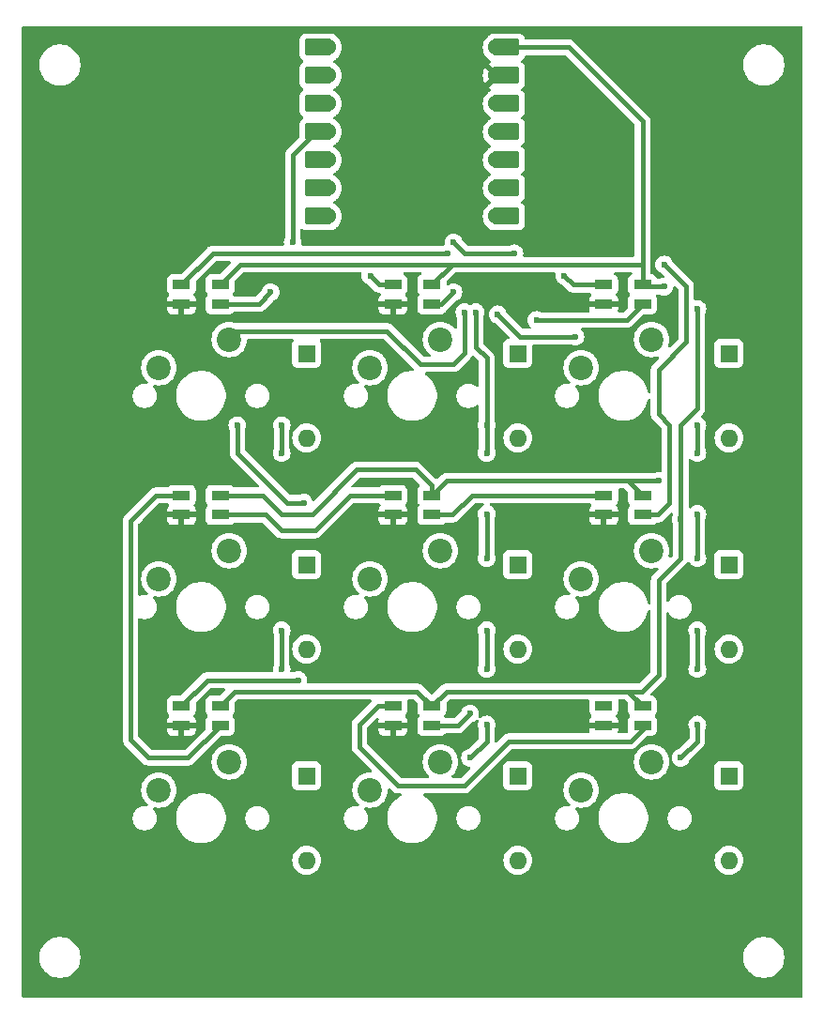
<source format=gbr>
%TF.GenerationSoftware,KiCad,Pcbnew,8.0.8*%
%TF.CreationDate,2025-02-15T18:33:00+00:00*%
%TF.ProjectId,kawaiipad_pcb,6b617761-6969-4706-9164-5f7063622e6b,rev?*%
%TF.SameCoordinates,Original*%
%TF.FileFunction,Copper,L1,Top*%
%TF.FilePolarity,Positive*%
%FSLAX46Y46*%
G04 Gerber Fmt 4.6, Leading zero omitted, Abs format (unit mm)*
G04 Created by KiCad (PCBNEW 8.0.8) date 2025-02-15 18:33:00*
%MOMM*%
%LPD*%
G01*
G04 APERTURE LIST*
G04 Aperture macros list*
%AMRoundRect*
0 Rectangle with rounded corners*
0 $1 Rounding radius*
0 $2 $3 $4 $5 $6 $7 $8 $9 X,Y pos of 4 corners*
0 Add a 4 corners polygon primitive as box body*
4,1,4,$2,$3,$4,$5,$6,$7,$8,$9,$2,$3,0*
0 Add four circle primitives for the rounded corners*
1,1,$1+$1,$2,$3*
1,1,$1+$1,$4,$5*
1,1,$1+$1,$6,$7*
1,1,$1+$1,$8,$9*
0 Add four rect primitives between the rounded corners*
20,1,$1+$1,$2,$3,$4,$5,0*
20,1,$1+$1,$4,$5,$6,$7,0*
20,1,$1+$1,$6,$7,$8,$9,0*
20,1,$1+$1,$8,$9,$2,$3,0*%
G04 Aperture macros list end*
%TA.AperFunction,ComponentPad*%
%ADD10C,2.200000*%
%TD*%
%TA.AperFunction,SMDPad,CuDef*%
%ADD11R,1.600000X0.850000*%
%TD*%
%TA.AperFunction,SMDPad,CuDef*%
%ADD12RoundRect,0.152400X1.063600X0.609600X-1.063600X0.609600X-1.063600X-0.609600X1.063600X-0.609600X0*%
%TD*%
%TA.AperFunction,ComponentPad*%
%ADD13C,1.524000*%
%TD*%
%TA.AperFunction,SMDPad,CuDef*%
%ADD14RoundRect,0.152400X-1.063600X-0.609600X1.063600X-0.609600X1.063600X0.609600X-1.063600X0.609600X0*%
%TD*%
%TA.AperFunction,ComponentPad*%
%ADD15R,1.600000X1.600000*%
%TD*%
%TA.AperFunction,ComponentPad*%
%ADD16O,1.600000X1.600000*%
%TD*%
%TA.AperFunction,ViaPad*%
%ADD17C,0.600000*%
%TD*%
%TA.AperFunction,Conductor*%
%ADD18C,0.400000*%
%TD*%
G04 APERTURE END LIST*
D10*
%TO.P,SW7,1,1*%
%TO.N,Column 0*%
X138271250Y-116363750D03*
%TO.P,SW7,2,2*%
%TO.N,Net-(D7-A)*%
X131921250Y-118903750D03*
%TD*%
D11*
%TO.P,D13,1,DOUT*%
%TO.N,Net-(D13-DOUT)*%
X172050000Y-92325000D03*
%TO.P,D13,2,VSS*%
%TO.N,GND*%
X172050000Y-94075000D03*
%TO.P,D13,3,DIN*%
%TO.N,Net-(D12-DOUT)*%
X175550000Y-94075000D03*
%TO.P,D13,4,VDD*%
%TO.N,+5V*%
X175550000Y-92325000D03*
%TD*%
D12*
%TO.P,U1,1,GPIO26/ADC0/A0*%
%TO.N,unconnected-(U1-GPIO26{slash}ADC0{slash}A0-Pad1)*%
X146326250Y-51911250D03*
D13*
%TO.N,unconnected-(U1-GPIO26{slash}ADC0{slash}A0-Pad1)_1*%
X147161250Y-51911250D03*
D12*
%TO.P,U1,2,GPIO27/ADC1/A1*%
%TO.N,unconnected-(U1-GPIO27{slash}ADC1{slash}A1-Pad2)_1*%
X146326250Y-54451250D03*
D13*
%TO.N,unconnected-(U1-GPIO27{slash}ADC1{slash}A1-Pad2)*%
X147161250Y-54451250D03*
D12*
%TO.P,U1,3,GPIO28/ADC2/A2*%
%TO.N,unconnected-(U1-GPIO28{slash}ADC2{slash}A2-Pad3)_1*%
X146326250Y-56991250D03*
D13*
%TO.N,unconnected-(U1-GPIO28{slash}ADC2{slash}A2-Pad3)*%
X147161250Y-56991250D03*
D12*
%TO.P,U1,4,GPIO29/ADC3/A3*%
%TO.N,LED*%
X146326250Y-59531250D03*
D13*
X147161250Y-59531250D03*
D12*
%TO.P,U1,5,GPIO6/SDA*%
%TO.N,Row 0*%
X146326250Y-62071250D03*
D13*
X147161250Y-62071250D03*
D12*
%TO.P,U1,6,GPIO7/SCL*%
%TO.N,Row 1*%
X146326250Y-64611250D03*
D13*
X147161250Y-64611250D03*
D12*
%TO.P,U1,7,GPIO0/TX*%
%TO.N,Row 2*%
X146326250Y-67151250D03*
D13*
X147161250Y-67151250D03*
%TO.P,U1,8,GPIO1/RX*%
%TO.N,Column 2*%
X162401250Y-67151250D03*
D14*
X163236250Y-67151250D03*
D13*
%TO.P,U1,9,GPIO2/SCK*%
%TO.N,Column 1*%
X162401250Y-64611250D03*
D14*
X163236250Y-64611250D03*
D13*
%TO.P,U1,10,GPIO4/MISO*%
%TO.N,Column 0*%
X162401250Y-62071250D03*
D14*
X163236250Y-62071250D03*
D13*
%TO.P,U1,11,GPIO3/MOSI*%
%TO.N,unconnected-(U1-GPIO3{slash}MOSI-Pad11)_1*%
X162401250Y-59531250D03*
D14*
%TO.N,unconnected-(U1-GPIO3{slash}MOSI-Pad11)*%
X163236250Y-59531250D03*
D13*
%TO.P,U1,12,3V3*%
%TO.N,unconnected-(U1-3V3-Pad12)*%
X162401250Y-56991250D03*
D14*
%TO.N,unconnected-(U1-3V3-Pad12)_1*%
X163236250Y-56991250D03*
D13*
%TO.P,U1,13,GND*%
%TO.N,GND*%
X162401250Y-54451250D03*
D14*
X163236250Y-54451250D03*
D13*
%TO.P,U1,14,VBUS*%
%TO.N,+5V*%
X162401250Y-51911250D03*
D14*
X163236250Y-51911250D03*
%TD*%
D10*
%TO.P,SW8,1,1*%
%TO.N,Column 1*%
X157321250Y-116363750D03*
%TO.P,SW8,2,2*%
%TO.N,Net-(D8-A)*%
X150971250Y-118903750D03*
%TD*%
D11*
%TO.P,D18,1,DOUT*%
%TO.N,unconnected-(D18-DOUT-Pad1)*%
X172050000Y-111325000D03*
%TO.P,D18,2,VSS*%
%TO.N,GND*%
X172050000Y-113075000D03*
%TO.P,D18,3,DIN*%
%TO.N,Net-(D17-DOUT)*%
X175550000Y-113075000D03*
%TO.P,D18,4,VDD*%
%TO.N,+5V*%
X175550000Y-111325000D03*
%TD*%
%TO.P,D15,1,DOUT*%
%TO.N,Net-(D15-DOUT)*%
X133950000Y-92325000D03*
%TO.P,D15,2,VSS*%
%TO.N,GND*%
X133950000Y-94075000D03*
%TO.P,D15,3,DIN*%
%TO.N,Net-(D14-DOUT)*%
X137450000Y-94075000D03*
%TO.P,D15,4,VDD*%
%TO.N,+5V*%
X137450000Y-92325000D03*
%TD*%
%TO.P,D16,1,DOUT*%
%TO.N,Net-(D16-DOUT)*%
X133950000Y-111325000D03*
%TO.P,D16,2,VSS*%
%TO.N,GND*%
X133950000Y-113075000D03*
%TO.P,D16,3,DIN*%
%TO.N,Net-(D15-DOUT)*%
X137450000Y-113075000D03*
%TO.P,D16,4,VDD*%
%TO.N,+5V*%
X137450000Y-111325000D03*
%TD*%
%TO.P,D12,1,DOUT*%
%TO.N,Net-(D12-DOUT)*%
X172050000Y-73325000D03*
%TO.P,D12,2,VSS*%
%TO.N,GND*%
X172050000Y-75075000D03*
%TO.P,D12,3,DIN*%
%TO.N,Net-(D11-DOUT)*%
X175550000Y-75075000D03*
%TO.P,D12,4,VDD*%
%TO.N,+5V*%
X175550000Y-73325000D03*
%TD*%
D10*
%TO.P,SW3,1,1*%
%TO.N,Column 2*%
X176371250Y-78263750D03*
%TO.P,SW3,2,2*%
%TO.N,Net-(D3-A)*%
X170021250Y-80803750D03*
%TD*%
%TO.P,SW6,1,1*%
%TO.N,Column 2*%
X176371250Y-97313750D03*
%TO.P,SW6,2,2*%
%TO.N,Net-(D6-A)*%
X170021250Y-99853750D03*
%TD*%
D11*
%TO.P,D10,1,DOUT*%
%TO.N,Net-(D10-DOUT)*%
X133950000Y-73325000D03*
%TO.P,D10,2,VSS*%
%TO.N,GND*%
X133950000Y-75075000D03*
%TO.P,D10,3,DIN*%
%TO.N,LED*%
X137450000Y-75075000D03*
%TO.P,D10,4,VDD*%
%TO.N,+5V*%
X137450000Y-73325000D03*
%TD*%
D10*
%TO.P,SW4,1,1*%
%TO.N,Column 0*%
X138271250Y-97313750D03*
%TO.P,SW4,2,2*%
%TO.N,Net-(D4-A)*%
X131921250Y-99853750D03*
%TD*%
%TO.P,SW2,1,1*%
%TO.N,Column 1*%
X157321250Y-78263750D03*
%TO.P,SW2,2,2*%
%TO.N,Net-(D2-A)*%
X150971250Y-80803750D03*
%TD*%
%TO.P,SW9,1,1*%
%TO.N,Column 2*%
X176371250Y-116363750D03*
%TO.P,SW9,2,2*%
%TO.N,Net-(D9-A)*%
X170021250Y-118903750D03*
%TD*%
D11*
%TO.P,D17,1,DOUT*%
%TO.N,Net-(D17-DOUT)*%
X153050000Y-111325000D03*
%TO.P,D17,2,VSS*%
%TO.N,GND*%
X153050000Y-113075000D03*
%TO.P,D17,3,DIN*%
%TO.N,Net-(D16-DOUT)*%
X156550000Y-113075000D03*
%TO.P,D17,4,VDD*%
%TO.N,+5V*%
X156550000Y-111325000D03*
%TD*%
D10*
%TO.P,SW1,1,1*%
%TO.N,Column 0*%
X138271250Y-78263750D03*
%TO.P,SW1,2,2*%
%TO.N,Net-(D1-A)*%
X131921250Y-80803750D03*
%TD*%
D11*
%TO.P,D11,1,DOUT*%
%TO.N,Net-(D11-DOUT)*%
X153050000Y-73325000D03*
%TO.P,D11,2,VSS*%
%TO.N,GND*%
X153050000Y-75075000D03*
%TO.P,D11,3,DIN*%
%TO.N,Net-(D10-DOUT)*%
X156550000Y-75075000D03*
%TO.P,D11,4,VDD*%
%TO.N,+5V*%
X156550000Y-73325000D03*
%TD*%
D10*
%TO.P,SW5,1,1*%
%TO.N,Column 1*%
X157321250Y-97313750D03*
%TO.P,SW5,2,2*%
%TO.N,Net-(D5-A)*%
X150971250Y-99853750D03*
%TD*%
D11*
%TO.P,D14,1,DOUT*%
%TO.N,Net-(D14-DOUT)*%
X153050000Y-92325000D03*
%TO.P,D14,2,VSS*%
%TO.N,GND*%
X153050000Y-94075000D03*
%TO.P,D14,3,DIN*%
%TO.N,Net-(D13-DOUT)*%
X156550000Y-94075000D03*
%TO.P,D14,4,VDD*%
%TO.N,+5V*%
X156550000Y-92325000D03*
%TD*%
D15*
%TO.P,D9,1,K*%
%TO.N,Row 2*%
X183356250Y-117633750D03*
D16*
%TO.P,D9,2,A*%
%TO.N,Net-(D9-A)*%
X183356250Y-125253750D03*
%TD*%
D15*
%TO.P,D5,1,K*%
%TO.N,Row 1*%
X164306250Y-98583750D03*
D16*
%TO.P,D5,2,A*%
%TO.N,Net-(D5-A)*%
X164306250Y-106203750D03*
%TD*%
D15*
%TO.P,D1,1,K*%
%TO.N,Row 0*%
X145256250Y-79533750D03*
D16*
%TO.P,D1,2,A*%
%TO.N,Net-(D1-A)*%
X145256250Y-87153750D03*
%TD*%
D15*
%TO.P,D4,1,K*%
%TO.N,Row 1*%
X145256250Y-98583750D03*
D16*
%TO.P,D4,2,A*%
%TO.N,Net-(D4-A)*%
X145256250Y-106203750D03*
%TD*%
D15*
%TO.P,D7,1,K*%
%TO.N,Row 2*%
X145256250Y-117633750D03*
D16*
%TO.P,D7,2,A*%
%TO.N,Net-(D7-A)*%
X145256250Y-125253750D03*
%TD*%
%TO.P,D3,2,A*%
%TO.N,Net-(D3-A)*%
X183356250Y-87153750D03*
D15*
%TO.P,D3,1,K*%
%TO.N,Row 0*%
X183356250Y-79533750D03*
%TD*%
%TO.P,D6,1,K*%
%TO.N,Row 1*%
X183356250Y-98583750D03*
D16*
%TO.P,D6,2,A*%
%TO.N,Net-(D6-A)*%
X183356250Y-106203750D03*
%TD*%
D15*
%TO.P,D8,1,K*%
%TO.N,Row 2*%
X164306250Y-117633750D03*
D16*
%TO.P,D8,2,A*%
%TO.N,Net-(D8-A)*%
X164306250Y-125253750D03*
%TD*%
D15*
%TO.P,D2,1,K*%
%TO.N,Row 0*%
X164306250Y-79533750D03*
D16*
%TO.P,D2,2,A*%
%TO.N,Net-(D2-A)*%
X164306250Y-87153750D03*
%TD*%
D17*
%TO.N,GND*%
X149000000Y-117000000D03*
X153500000Y-115500000D03*
X171500000Y-116500000D03*
X169500000Y-113000000D03*
X182500000Y-95500000D03*
X179000000Y-100500000D03*
X175000000Y-99500000D03*
%TO.N,+5V*%
X179000000Y-94500000D03*
X177000000Y-91000000D03*
X180500000Y-75500000D03*
X177500000Y-73500000D03*
%TO.N,Net-(D16-DOUT)*%
X160000000Y-112000000D03*
X144500000Y-109000000D03*
%TO.N,Net-(D11-DOUT)*%
X166000000Y-76500000D03*
X164000000Y-70500000D03*
X158500000Y-69500000D03*
X151000000Y-72500000D03*
%TO.N,Net-(D12-DOUT)*%
X168500000Y-72500000D03*
X177500000Y-71500000D03*
%TO.N,Row 1*%
X145000000Y-93000000D03*
X139000000Y-86000000D03*
%TO.N,Row 2*%
X143000000Y-86000000D03*
X143000000Y-104500000D03*
X143000000Y-88500000D03*
X143000000Y-108000000D03*
%TO.N,LED*%
X142000000Y-74000000D03*
X144000000Y-69500000D03*
%TO.N,Net-(D10-DOUT)*%
X158000000Y-70500000D03*
X158500000Y-74000000D03*
%TO.N,Column 0*%
X159500000Y-75800000D03*
%TO.N,Column 1*%
X161500000Y-88500000D03*
X161500000Y-86000000D03*
X161500000Y-113000000D03*
X160500000Y-75800000D03*
X161500000Y-98000000D03*
X160000000Y-116000000D03*
X161500000Y-94000000D03*
X161500000Y-104500000D03*
X161500000Y-108000000D03*
%TO.N,Column 2*%
X180500000Y-98000000D03*
X162500000Y-76000000D03*
X180500000Y-94000000D03*
X180500000Y-104500000D03*
X180500000Y-113000000D03*
X180500000Y-108000000D03*
X180500000Y-86000000D03*
X169500000Y-78000000D03*
X179000000Y-116000000D03*
X180500000Y-88500000D03*
%TD*%
D18*
%TO.N,+5V*%
X179000000Y-98000000D02*
X179000000Y-94500000D01*
X174500000Y-91000000D02*
X177000000Y-91000000D01*
X174362500Y-91137500D02*
X174500000Y-91000000D01*
X174362500Y-91137500D02*
X175550000Y-92325000D01*
X174225000Y-91000000D02*
X174362500Y-91137500D01*
X179000000Y-94500000D02*
X179000000Y-86000000D01*
X177500000Y-73500000D02*
X175725000Y-73500000D01*
X175725000Y-73500000D02*
X175550000Y-73325000D01*
X180500000Y-80000000D02*
X180500000Y-75500000D01*
X180500000Y-84500000D02*
X180500000Y-80000000D01*
X179000000Y-86000000D02*
X180500000Y-84500000D01*
X177000000Y-100000000D02*
X179000000Y-98000000D01*
X177000000Y-108500000D02*
X177000000Y-100000000D01*
X174225000Y-110000000D02*
X175500000Y-110000000D01*
X175500000Y-110000000D02*
X177000000Y-108500000D01*
%TO.N,Net-(D15-DOUT)*%
X131675000Y-92325000D02*
X133950000Y-92325000D01*
X129351250Y-114351250D02*
X129351250Y-94648750D01*
X129351250Y-94648750D02*
X131675000Y-92325000D01*
X131000000Y-116000000D02*
X129351250Y-114351250D01*
X134525000Y-116000000D02*
X131000000Y-116000000D01*
X137450000Y-113075000D02*
X134525000Y-116000000D01*
%TO.N,Net-(D17-DOUT)*%
X151675000Y-111325000D02*
X153050000Y-111325000D01*
X159500000Y-118500000D02*
X153500000Y-118500000D01*
X153500000Y-118500000D02*
X150000000Y-115000000D01*
X163500000Y-114500000D02*
X159500000Y-118500000D01*
X175550000Y-113450000D02*
X174500000Y-114500000D01*
X150000000Y-115000000D02*
X150000000Y-113000000D01*
X174500000Y-114500000D02*
X163500000Y-114500000D01*
X175550000Y-113075000D02*
X175550000Y-113450000D01*
X150000000Y-113000000D02*
X151675000Y-111325000D01*
%TO.N,Net-(D16-DOUT)*%
X158925000Y-113075000D02*
X156550000Y-113075000D01*
X160000000Y-112000000D02*
X158925000Y-113075000D01*
X136275000Y-109000000D02*
X144500000Y-109000000D01*
X133950000Y-111325000D02*
X136275000Y-109000000D01*
%TO.N,+5V*%
X155225000Y-110000000D02*
X156550000Y-111325000D01*
X138775000Y-110000000D02*
X155225000Y-110000000D01*
X137450000Y-111325000D02*
X138775000Y-110000000D01*
X174225000Y-110000000D02*
X175550000Y-111325000D01*
X157875000Y-110000000D02*
X174225000Y-110000000D01*
X156550000Y-111325000D02*
X157875000Y-110000000D01*
%TO.N,Net-(D11-DOUT)*%
X174125000Y-76500000D02*
X175550000Y-75075000D01*
X159500000Y-70500000D02*
X164000000Y-70500000D01*
X158500000Y-69500000D02*
X159500000Y-70500000D01*
X166000000Y-76500000D02*
X174125000Y-76500000D01*
X151825000Y-73325000D02*
X151000000Y-72500000D01*
X153050000Y-73325000D02*
X151825000Y-73325000D01*
%TO.N,Net-(D12-DOUT)*%
X169325000Y-73325000D02*
X172050000Y-73325000D01*
X168500000Y-72500000D02*
X169325000Y-73325000D01*
X176925000Y-94075000D02*
X175550000Y-94075000D01*
X178000000Y-93000000D02*
X176925000Y-94075000D01*
X177000000Y-81000000D02*
X177000000Y-85000000D01*
X178000000Y-86000000D02*
X178000000Y-93000000D01*
X179500000Y-78500000D02*
X177000000Y-81000000D01*
X179500000Y-73500000D02*
X179500000Y-78500000D01*
X177500000Y-71500000D02*
X179500000Y-73500000D01*
X177000000Y-85000000D02*
X178000000Y-86000000D01*
%TO.N,+5V*%
X157875000Y-91000000D02*
X174225000Y-91000000D01*
X156550000Y-92325000D02*
X157875000Y-91000000D01*
%TO.N,Net-(D13-DOUT)*%
X160175000Y-92325000D02*
X172050000Y-92325000D01*
X158425000Y-94075000D02*
X160175000Y-92325000D01*
X156550000Y-94075000D02*
X158425000Y-94075000D01*
%TO.N,Net-(D14-DOUT)*%
X149175000Y-92325000D02*
X153050000Y-92325000D01*
X146000000Y-95500000D02*
X149175000Y-92325000D01*
X141575000Y-94075000D02*
X143000000Y-95500000D01*
X137450000Y-94075000D02*
X141575000Y-94075000D01*
X143000000Y-95500000D02*
X146000000Y-95500000D01*
%TO.N,+5V*%
X156550000Y-91437500D02*
X156550000Y-92325000D01*
X143000000Y-94000000D02*
X145750000Y-94000000D01*
X145750000Y-94000000D02*
X149750000Y-90000000D01*
X155112500Y-90000000D02*
X156550000Y-91437500D01*
X141325000Y-92325000D02*
X143000000Y-94000000D01*
X149750000Y-90000000D02*
X155112500Y-90000000D01*
X137450000Y-92325000D02*
X141325000Y-92325000D01*
%TO.N,Row 1*%
X143500000Y-93000000D02*
X145000000Y-93000000D01*
X139000000Y-88500000D02*
X143500000Y-93000000D01*
X139000000Y-86000000D02*
X139000000Y-88500000D01*
%TO.N,Row 2*%
X143000000Y-104500000D02*
X143000000Y-108000000D01*
X143000000Y-86000000D02*
X143000000Y-88500000D01*
%TO.N,+5V*%
X156550000Y-73325000D02*
X158375000Y-71500000D01*
X137450000Y-73325000D02*
X139275000Y-71500000D01*
X139275000Y-71500000D02*
X158375000Y-71500000D01*
X175550000Y-58550000D02*
X168911250Y-51911250D01*
X158375000Y-71500000D02*
X175550000Y-71500000D01*
X175550000Y-71500000D02*
X175550000Y-58550000D01*
X168911250Y-51911250D02*
X162401250Y-51911250D01*
X175550000Y-73325000D02*
X175550000Y-71500000D01*
%TO.N,LED*%
X144000000Y-61614870D02*
X146083620Y-59531250D01*
X146083620Y-59531250D02*
X147161250Y-59531250D01*
X144000000Y-69500000D02*
X144000000Y-61614870D01*
X140925000Y-75075000D02*
X137450000Y-75075000D01*
X142000000Y-74000000D02*
X140925000Y-75075000D01*
%TO.N,Net-(D10-DOUT)*%
X156550000Y-75050000D02*
X156500000Y-75000000D01*
X156550000Y-75075000D02*
X156550000Y-75050000D01*
X158500000Y-74000000D02*
X157425000Y-75075000D01*
X133950000Y-73325000D02*
X136775000Y-70500000D01*
X157425000Y-75075000D02*
X156550000Y-75075000D01*
X136775000Y-70500000D02*
X158000000Y-70500000D01*
%TO.N,Column 0*%
X139035000Y-77500000D02*
X138271250Y-78263750D01*
X155500000Y-80500000D02*
X152500000Y-77500000D01*
X159500000Y-79500000D02*
X158500000Y-80500000D01*
X152500000Y-77500000D02*
X139035000Y-77500000D01*
X159500000Y-75800000D02*
X159500000Y-79500000D01*
X158500000Y-80500000D02*
X155500000Y-80500000D01*
%TO.N,Column 1*%
X161500000Y-79940000D02*
X161500000Y-86000000D01*
X160500000Y-75800000D02*
X160500000Y-78940000D01*
X161500000Y-104500000D02*
X161500000Y-108000000D01*
X161500000Y-113000000D02*
X161500000Y-114500000D01*
X161500000Y-94000000D02*
X161500000Y-98000000D01*
X161500000Y-86000000D02*
X161500000Y-88500000D01*
X161500000Y-114500000D02*
X160000000Y-116000000D01*
X160500000Y-78940000D02*
X161500000Y-79940000D01*
%TO.N,Column 2*%
X180500000Y-113000000D02*
X180500000Y-114500000D01*
X180500000Y-104500000D02*
X180500000Y-108000000D01*
X180500000Y-86000000D02*
X180500000Y-88500000D01*
X180500000Y-114500000D02*
X179000000Y-116000000D01*
X180500000Y-94000000D02*
X180500000Y-98000000D01*
X162500000Y-76000000D02*
X164500000Y-78000000D01*
X164500000Y-78000000D02*
X169500000Y-78000000D01*
%TD*%
%TA.AperFunction,Conductor*%
%TO.N,GND*%
G36*
X154950520Y-110720185D02*
G01*
X154971162Y-110736819D01*
X155213181Y-110978838D01*
X155246666Y-111040161D01*
X155249500Y-111066519D01*
X155249500Y-111797870D01*
X155249501Y-111797876D01*
X155255908Y-111857483D01*
X155306202Y-111992328D01*
X155306206Y-111992335D01*
X155392452Y-112107544D01*
X155397227Y-112112319D01*
X155430712Y-112173642D01*
X155425728Y-112243334D01*
X155397227Y-112287681D01*
X155392452Y-112292455D01*
X155306206Y-112407664D01*
X155306202Y-112407671D01*
X155255908Y-112542517D01*
X155249955Y-112597893D01*
X155249501Y-112602123D01*
X155249500Y-112602135D01*
X155249500Y-113547870D01*
X155249501Y-113547876D01*
X155255908Y-113607483D01*
X155306202Y-113742328D01*
X155306206Y-113742335D01*
X155392452Y-113857544D01*
X155392455Y-113857547D01*
X155507664Y-113943793D01*
X155507671Y-113943797D01*
X155642517Y-113994091D01*
X155642516Y-113994091D01*
X155649444Y-113994835D01*
X155702127Y-114000500D01*
X157397872Y-114000499D01*
X157457483Y-113994091D01*
X157592331Y-113943796D01*
X157707546Y-113857546D01*
X157731768Y-113825190D01*
X157787701Y-113783318D01*
X157831035Y-113775500D01*
X158993996Y-113775500D01*
X159085040Y-113757389D01*
X159129328Y-113748580D01*
X159213331Y-113713785D01*
X159256807Y-113695777D01*
X159256808Y-113695776D01*
X159256811Y-113695775D01*
X159371543Y-113619114D01*
X160199290Y-112791365D01*
X160246013Y-112762007D01*
X160349522Y-112725789D01*
X160502262Y-112629816D01*
X160547555Y-112584522D01*
X160608876Y-112551038D01*
X160678567Y-112556022D01*
X160734501Y-112597893D01*
X160758919Y-112663357D01*
X160752277Y-112713158D01*
X160714632Y-112820742D01*
X160714630Y-112820750D01*
X160694435Y-112999996D01*
X160694435Y-113000003D01*
X160714630Y-113179249D01*
X160714631Y-113179254D01*
X160774212Y-113349525D01*
X160780492Y-113359519D01*
X160799500Y-113425493D01*
X160799500Y-114158480D01*
X160779815Y-114225519D01*
X160763181Y-114246161D01*
X159800710Y-115208631D01*
X159753985Y-115237991D01*
X159650476Y-115274211D01*
X159650475Y-115274212D01*
X159497737Y-115370184D01*
X159370184Y-115497737D01*
X159274211Y-115650476D01*
X159214631Y-115820745D01*
X159214630Y-115820750D01*
X159194435Y-115999996D01*
X159194435Y-116000003D01*
X159214630Y-116179249D01*
X159214631Y-116179254D01*
X159274211Y-116349523D01*
X159299616Y-116389954D01*
X159370184Y-116502262D01*
X159497738Y-116629816D01*
X159650478Y-116725789D01*
X159820745Y-116785368D01*
X159820750Y-116785369D01*
X159927272Y-116797371D01*
X159991686Y-116824437D01*
X160031241Y-116882032D01*
X160033379Y-116951869D01*
X160001070Y-117008272D01*
X159246162Y-117763181D01*
X159184839Y-117796666D01*
X159158481Y-117799500D01*
X158440720Y-117799500D01*
X158373681Y-117779815D01*
X158327926Y-117727011D01*
X158317982Y-117657853D01*
X158347007Y-117594297D01*
X158360188Y-117581210D01*
X158456474Y-117498974D01*
X158620086Y-117307409D01*
X158751716Y-117092609D01*
X158848123Y-116859861D01*
X158906933Y-116614898D01*
X158926699Y-116363750D01*
X158906933Y-116112602D01*
X158848123Y-115867639D01*
X158828699Y-115820745D01*
X158751716Y-115634890D01*
X158620089Y-115420096D01*
X158620088Y-115420093D01*
X158577461Y-115370184D01*
X158456474Y-115228526D01*
X158329821Y-115120354D01*
X158264906Y-115064911D01*
X158264903Y-115064910D01*
X158050109Y-114933283D01*
X157817360Y-114836876D01*
X157572401Y-114778067D01*
X157321250Y-114758301D01*
X157070098Y-114778067D01*
X156825139Y-114836876D01*
X156592390Y-114933283D01*
X156377596Y-115064910D01*
X156377593Y-115064911D01*
X156186026Y-115228526D01*
X156022411Y-115420093D01*
X156022410Y-115420096D01*
X155890783Y-115634890D01*
X155794376Y-115867639D01*
X155735567Y-116112598D01*
X155715801Y-116363750D01*
X155735567Y-116614901D01*
X155794376Y-116859860D01*
X155890783Y-117092609D01*
X156022410Y-117307403D01*
X156022411Y-117307406D01*
X156059851Y-117351242D01*
X156186026Y-117498974D01*
X156282312Y-117581210D01*
X156320505Y-117639717D01*
X156321003Y-117709585D01*
X156283650Y-117768631D01*
X156220303Y-117798109D01*
X156201780Y-117799500D01*
X153841518Y-117799500D01*
X153774479Y-117779815D01*
X153753837Y-117763181D01*
X150736819Y-114746162D01*
X150703334Y-114684839D01*
X150700500Y-114658481D01*
X150700500Y-113547844D01*
X151750000Y-113547844D01*
X151756401Y-113607372D01*
X151756403Y-113607379D01*
X151806645Y-113742086D01*
X151806649Y-113742093D01*
X151892809Y-113857187D01*
X151892812Y-113857190D01*
X152007906Y-113943350D01*
X152007913Y-113943354D01*
X152142620Y-113993596D01*
X152142627Y-113993598D01*
X152202155Y-113999999D01*
X152202172Y-114000000D01*
X152800000Y-114000000D01*
X153300000Y-114000000D01*
X153897828Y-114000000D01*
X153897844Y-113999999D01*
X153957372Y-113993598D01*
X153957379Y-113993596D01*
X154092086Y-113943354D01*
X154092093Y-113943350D01*
X154207187Y-113857190D01*
X154207190Y-113857187D01*
X154293350Y-113742093D01*
X154293354Y-113742086D01*
X154343596Y-113607379D01*
X154343598Y-113607372D01*
X154349999Y-113547844D01*
X154350000Y-113547827D01*
X154350000Y-113325000D01*
X153300000Y-113325000D01*
X153300000Y-114000000D01*
X152800000Y-114000000D01*
X152800000Y-113325000D01*
X151750000Y-113325000D01*
X151750000Y-113547844D01*
X150700500Y-113547844D01*
X150700500Y-113341518D01*
X150720185Y-113274479D01*
X150736814Y-113253841D01*
X151545007Y-112445648D01*
X151606328Y-112412165D01*
X151676019Y-112417149D01*
X151731953Y-112459021D01*
X151756370Y-112524485D01*
X151755976Y-112546586D01*
X151750000Y-112602171D01*
X151750000Y-112825000D01*
X154350000Y-112825000D01*
X154350000Y-112602172D01*
X154349999Y-112602155D01*
X154343598Y-112542627D01*
X154343596Y-112542620D01*
X154293354Y-112407913D01*
X154293350Y-112407906D01*
X154207190Y-112292812D01*
X154202416Y-112288038D01*
X154168931Y-112226715D01*
X154173915Y-112157023D01*
X154202416Y-112112676D01*
X154207542Y-112107548D01*
X154207546Y-112107546D01*
X154293796Y-111992331D01*
X154344091Y-111857483D01*
X154350500Y-111797873D01*
X154350499Y-110852128D01*
X154348954Y-110837752D01*
X154361361Y-110768993D01*
X154408973Y-110717857D01*
X154472244Y-110700500D01*
X154883481Y-110700500D01*
X154950520Y-110720185D01*
G37*
%TD.AperFunction*%
%TA.AperFunction,Conductor*%
G36*
X170694795Y-110720185D02*
G01*
X170740550Y-110772989D01*
X170751045Y-110837752D01*
X170749500Y-110852127D01*
X170749500Y-110852133D01*
X170749500Y-110852134D01*
X170749500Y-111797870D01*
X170749501Y-111797876D01*
X170755908Y-111857483D01*
X170806202Y-111992328D01*
X170806206Y-111992335D01*
X170892452Y-112107544D01*
X170897584Y-112112676D01*
X170931069Y-112173999D01*
X170926085Y-112243691D01*
X170897584Y-112288038D01*
X170892809Y-112292812D01*
X170806649Y-112407906D01*
X170806645Y-112407913D01*
X170756403Y-112542620D01*
X170756401Y-112542627D01*
X170750000Y-112602155D01*
X170750000Y-112825000D01*
X173350000Y-112825000D01*
X173350000Y-112602172D01*
X173349999Y-112602155D01*
X173343598Y-112542627D01*
X173343596Y-112542620D01*
X173293354Y-112407913D01*
X173293350Y-112407906D01*
X173207190Y-112292812D01*
X173202416Y-112288038D01*
X173168931Y-112226715D01*
X173173915Y-112157023D01*
X173202416Y-112112676D01*
X173207542Y-112107548D01*
X173207546Y-112107546D01*
X173293796Y-111992331D01*
X173344091Y-111857483D01*
X173350500Y-111797873D01*
X173350499Y-110852128D01*
X173348954Y-110837752D01*
X173361361Y-110768993D01*
X173408973Y-110717857D01*
X173472244Y-110700500D01*
X173883481Y-110700500D01*
X173950520Y-110720185D01*
X173971162Y-110736819D01*
X174213181Y-110978838D01*
X174246666Y-111040161D01*
X174249500Y-111066519D01*
X174249500Y-111797870D01*
X174249501Y-111797876D01*
X174255908Y-111857483D01*
X174306202Y-111992328D01*
X174306206Y-111992335D01*
X174392452Y-112107544D01*
X174397227Y-112112319D01*
X174430712Y-112173642D01*
X174425728Y-112243334D01*
X174397227Y-112287681D01*
X174392452Y-112292455D01*
X174306206Y-112407664D01*
X174306202Y-112407671D01*
X174255908Y-112542517D01*
X174249955Y-112597893D01*
X174249501Y-112602123D01*
X174249500Y-112602135D01*
X174249500Y-113547870D01*
X174249501Y-113547876D01*
X174255909Y-113607485D01*
X174265115Y-113632168D01*
X174270099Y-113701860D01*
X174236613Y-113763182D01*
X174175289Y-113796667D01*
X174148933Y-113799500D01*
X173450534Y-113799500D01*
X173383495Y-113779815D01*
X173337740Y-113727011D01*
X173327796Y-113657853D01*
X173334352Y-113632168D01*
X173343596Y-113607382D01*
X173343598Y-113607372D01*
X173349999Y-113547844D01*
X173350000Y-113547827D01*
X173350000Y-113325000D01*
X170750000Y-113325000D01*
X170750000Y-113547844D01*
X170756401Y-113607372D01*
X170756403Y-113607382D01*
X170765648Y-113632168D01*
X170770632Y-113701859D01*
X170737146Y-113763182D01*
X170675823Y-113796666D01*
X170649466Y-113799500D01*
X163431003Y-113799500D01*
X163322590Y-113821065D01*
X163322589Y-113821065D01*
X163295671Y-113826420D01*
X163168190Y-113879224D01*
X163053454Y-113955887D01*
X163053453Y-113955888D01*
X162412181Y-114597161D01*
X162350858Y-114630646D01*
X162281166Y-114625662D01*
X162225233Y-114583790D01*
X162200816Y-114518326D01*
X162200500Y-114509480D01*
X162200500Y-113425493D01*
X162219508Y-113359519D01*
X162225787Y-113349525D01*
X162225786Y-113349525D01*
X162225789Y-113349522D01*
X162285368Y-113179255D01*
X162305565Y-113000000D01*
X162297791Y-112931007D01*
X162285369Y-112820750D01*
X162285368Y-112820745D01*
X162252141Y-112725789D01*
X162225789Y-112650478D01*
X162129816Y-112497738D01*
X162002262Y-112370184D01*
X161849523Y-112274211D01*
X161679254Y-112214631D01*
X161679249Y-112214630D01*
X161500004Y-112194435D01*
X161499996Y-112194435D01*
X161320750Y-112214630D01*
X161320745Y-112214631D01*
X161150476Y-112274211D01*
X160997737Y-112370184D01*
X160952444Y-112415477D01*
X160891121Y-112448961D01*
X160821429Y-112443976D01*
X160765496Y-112402104D01*
X160741080Y-112336640D01*
X160747723Y-112286840D01*
X160785366Y-112179262D01*
X160785369Y-112179249D01*
X160805565Y-112000003D01*
X160805565Y-111999996D01*
X160785369Y-111820750D01*
X160785368Y-111820745D01*
X160725788Y-111650476D01*
X160629815Y-111497737D01*
X160502262Y-111370184D01*
X160349523Y-111274211D01*
X160179254Y-111214631D01*
X160179249Y-111214630D01*
X160000004Y-111194435D01*
X159999996Y-111194435D01*
X159820750Y-111214630D01*
X159820745Y-111214631D01*
X159650476Y-111274211D01*
X159497737Y-111370184D01*
X159370184Y-111497737D01*
X159274212Y-111650475D01*
X159274211Y-111650476D01*
X159237992Y-111753984D01*
X159208632Y-111800709D01*
X158671162Y-112338181D01*
X158609839Y-112371666D01*
X158583481Y-112374500D01*
X157831035Y-112374500D01*
X157763996Y-112354815D01*
X157731768Y-112324810D01*
X157707545Y-112292452D01*
X157702773Y-112287680D01*
X157669288Y-112226357D01*
X157674272Y-112156665D01*
X157702777Y-112112314D01*
X157707542Y-112107548D01*
X157707546Y-112107546D01*
X157793796Y-111992331D01*
X157844091Y-111857483D01*
X157850500Y-111797873D01*
X157850499Y-111066518D01*
X157870183Y-110999480D01*
X157886818Y-110978838D01*
X158128838Y-110736819D01*
X158190161Y-110703334D01*
X158216519Y-110700500D01*
X170627756Y-110700500D01*
X170694795Y-110720185D01*
G37*
%TD.AperFunction*%
%TA.AperFunction,Conductor*%
G36*
X189942539Y-50025935D02*
G01*
X189988294Y-50078739D01*
X189999500Y-50130250D01*
X189999500Y-137488000D01*
X189979815Y-137555039D01*
X189927011Y-137600794D01*
X189875500Y-137612000D01*
X119687000Y-137612000D01*
X119619961Y-137592315D01*
X119574206Y-137539511D01*
X119563000Y-137488000D01*
X119563000Y-133878711D01*
X121149500Y-133878711D01*
X121149500Y-134121288D01*
X121181161Y-134361785D01*
X121243947Y-134596104D01*
X121336773Y-134820205D01*
X121336776Y-134820212D01*
X121458064Y-135030289D01*
X121458066Y-135030292D01*
X121458067Y-135030293D01*
X121605733Y-135222736D01*
X121605739Y-135222743D01*
X121777256Y-135394260D01*
X121777262Y-135394265D01*
X121969711Y-135541936D01*
X122179788Y-135663224D01*
X122403900Y-135756054D01*
X122638211Y-135818838D01*
X122818586Y-135842584D01*
X122878711Y-135850500D01*
X122878712Y-135850500D01*
X123121289Y-135850500D01*
X123169388Y-135844167D01*
X123361789Y-135818838D01*
X123596100Y-135756054D01*
X123820212Y-135663224D01*
X124030289Y-135541936D01*
X124222738Y-135394265D01*
X124394265Y-135222738D01*
X124541936Y-135030289D01*
X124663224Y-134820212D01*
X124756054Y-134596100D01*
X124818838Y-134361789D01*
X124850500Y-134121288D01*
X124850500Y-133878712D01*
X124850500Y-133878711D01*
X184649500Y-133878711D01*
X184649500Y-134121288D01*
X184681161Y-134361785D01*
X184743947Y-134596104D01*
X184836773Y-134820205D01*
X184836776Y-134820212D01*
X184958064Y-135030289D01*
X184958066Y-135030292D01*
X184958067Y-135030293D01*
X185105733Y-135222736D01*
X185105739Y-135222743D01*
X185277256Y-135394260D01*
X185277262Y-135394265D01*
X185469711Y-135541936D01*
X185679788Y-135663224D01*
X185903900Y-135756054D01*
X186138211Y-135818838D01*
X186318586Y-135842584D01*
X186378711Y-135850500D01*
X186378712Y-135850500D01*
X186621289Y-135850500D01*
X186669388Y-135844167D01*
X186861789Y-135818838D01*
X187096100Y-135756054D01*
X187320212Y-135663224D01*
X187530289Y-135541936D01*
X187722738Y-135394265D01*
X187894265Y-135222738D01*
X188041936Y-135030289D01*
X188163224Y-134820212D01*
X188256054Y-134596100D01*
X188318838Y-134361789D01*
X188350500Y-134121288D01*
X188350500Y-133878712D01*
X188318838Y-133638211D01*
X188256054Y-133403900D01*
X188163224Y-133179788D01*
X188041936Y-132969711D01*
X187894265Y-132777262D01*
X187894260Y-132777256D01*
X187722743Y-132605739D01*
X187722736Y-132605733D01*
X187530293Y-132458067D01*
X187530292Y-132458066D01*
X187530289Y-132458064D01*
X187320212Y-132336776D01*
X187320205Y-132336773D01*
X187096104Y-132243947D01*
X186861785Y-132181161D01*
X186621289Y-132149500D01*
X186621288Y-132149500D01*
X186378712Y-132149500D01*
X186378711Y-132149500D01*
X186138214Y-132181161D01*
X185903895Y-132243947D01*
X185679794Y-132336773D01*
X185679785Y-132336777D01*
X185469706Y-132458067D01*
X185277263Y-132605733D01*
X185277256Y-132605739D01*
X185105739Y-132777256D01*
X185105733Y-132777263D01*
X184958067Y-132969706D01*
X184836777Y-133179785D01*
X184836773Y-133179794D01*
X184743947Y-133403895D01*
X184681161Y-133638214D01*
X184649500Y-133878711D01*
X124850500Y-133878711D01*
X124818838Y-133638211D01*
X124756054Y-133403900D01*
X124663224Y-133179788D01*
X124541936Y-132969711D01*
X124394265Y-132777262D01*
X124394260Y-132777256D01*
X124222743Y-132605739D01*
X124222736Y-132605733D01*
X124030293Y-132458067D01*
X124030292Y-132458066D01*
X124030289Y-132458064D01*
X123820212Y-132336776D01*
X123820205Y-132336773D01*
X123596104Y-132243947D01*
X123361785Y-132181161D01*
X123121289Y-132149500D01*
X123121288Y-132149500D01*
X122878712Y-132149500D01*
X122878711Y-132149500D01*
X122638214Y-132181161D01*
X122403895Y-132243947D01*
X122179794Y-132336773D01*
X122179785Y-132336777D01*
X121969706Y-132458067D01*
X121777263Y-132605733D01*
X121777256Y-132605739D01*
X121605739Y-132777256D01*
X121605733Y-132777263D01*
X121458067Y-132969706D01*
X121336777Y-133179785D01*
X121336773Y-133179794D01*
X121243947Y-133403895D01*
X121181161Y-133638214D01*
X121149500Y-133878711D01*
X119563000Y-133878711D01*
X119563000Y-125253748D01*
X143950782Y-125253748D01*
X143950782Y-125253751D01*
X143970614Y-125480436D01*
X143970616Y-125480447D01*
X144029508Y-125700238D01*
X144029511Y-125700247D01*
X144125681Y-125906482D01*
X144125682Y-125906484D01*
X144256204Y-126092891D01*
X144417108Y-126253795D01*
X144417111Y-126253797D01*
X144603516Y-126384318D01*
X144809754Y-126480489D01*
X145029558Y-126539385D01*
X145191480Y-126553551D01*
X145256248Y-126559218D01*
X145256250Y-126559218D01*
X145256252Y-126559218D01*
X145312923Y-126554259D01*
X145482942Y-126539385D01*
X145702746Y-126480489D01*
X145908984Y-126384318D01*
X146095389Y-126253797D01*
X146256297Y-126092889D01*
X146386818Y-125906484D01*
X146482989Y-125700246D01*
X146541885Y-125480442D01*
X146561718Y-125253750D01*
X146561718Y-125253748D01*
X163000782Y-125253748D01*
X163000782Y-125253751D01*
X163020614Y-125480436D01*
X163020616Y-125480447D01*
X163079508Y-125700238D01*
X163079511Y-125700247D01*
X163175681Y-125906482D01*
X163175682Y-125906484D01*
X163306204Y-126092891D01*
X163467108Y-126253795D01*
X163467111Y-126253797D01*
X163653516Y-126384318D01*
X163859754Y-126480489D01*
X164079558Y-126539385D01*
X164241480Y-126553551D01*
X164306248Y-126559218D01*
X164306250Y-126559218D01*
X164306252Y-126559218D01*
X164362923Y-126554259D01*
X164532942Y-126539385D01*
X164752746Y-126480489D01*
X164958984Y-126384318D01*
X165145389Y-126253797D01*
X165306297Y-126092889D01*
X165436818Y-125906484D01*
X165532989Y-125700246D01*
X165591885Y-125480442D01*
X165611718Y-125253750D01*
X165611718Y-125253748D01*
X182050782Y-125253748D01*
X182050782Y-125253751D01*
X182070614Y-125480436D01*
X182070616Y-125480447D01*
X182129508Y-125700238D01*
X182129511Y-125700247D01*
X182225681Y-125906482D01*
X182225682Y-125906484D01*
X182356204Y-126092891D01*
X182517108Y-126253795D01*
X182517111Y-126253797D01*
X182703516Y-126384318D01*
X182909754Y-126480489D01*
X183129558Y-126539385D01*
X183291480Y-126553551D01*
X183356248Y-126559218D01*
X183356250Y-126559218D01*
X183356252Y-126559218D01*
X183412923Y-126554259D01*
X183582942Y-126539385D01*
X183802746Y-126480489D01*
X184008984Y-126384318D01*
X184195389Y-126253797D01*
X184356297Y-126092889D01*
X184486818Y-125906484D01*
X184582989Y-125700246D01*
X184641885Y-125480442D01*
X184661718Y-125253750D01*
X184641885Y-125027058D01*
X184582989Y-124807254D01*
X184486818Y-124601016D01*
X184356297Y-124414611D01*
X184356295Y-124414608D01*
X184195391Y-124253704D01*
X184008984Y-124123182D01*
X184008982Y-124123181D01*
X183802747Y-124027011D01*
X183802738Y-124027008D01*
X183582947Y-123968116D01*
X183582943Y-123968115D01*
X183582942Y-123968115D01*
X183582941Y-123968114D01*
X183582936Y-123968114D01*
X183356252Y-123948282D01*
X183356248Y-123948282D01*
X183129563Y-123968114D01*
X183129552Y-123968116D01*
X182909761Y-124027008D01*
X182909752Y-124027011D01*
X182703517Y-124123181D01*
X182703515Y-124123182D01*
X182517108Y-124253704D01*
X182356204Y-124414608D01*
X182225682Y-124601015D01*
X182225681Y-124601017D01*
X182129511Y-124807252D01*
X182129508Y-124807261D01*
X182070616Y-125027052D01*
X182070614Y-125027063D01*
X182050782Y-125253748D01*
X165611718Y-125253748D01*
X165591885Y-125027058D01*
X165532989Y-124807254D01*
X165436818Y-124601016D01*
X165306297Y-124414611D01*
X165306295Y-124414608D01*
X165145391Y-124253704D01*
X164958984Y-124123182D01*
X164958982Y-124123181D01*
X164752747Y-124027011D01*
X164752738Y-124027008D01*
X164532947Y-123968116D01*
X164532943Y-123968115D01*
X164532942Y-123968115D01*
X164532941Y-123968114D01*
X164532936Y-123968114D01*
X164306252Y-123948282D01*
X164306248Y-123948282D01*
X164079563Y-123968114D01*
X164079552Y-123968116D01*
X163859761Y-124027008D01*
X163859752Y-124027011D01*
X163653517Y-124123181D01*
X163653515Y-124123182D01*
X163467108Y-124253704D01*
X163306204Y-124414608D01*
X163175682Y-124601015D01*
X163175681Y-124601017D01*
X163079511Y-124807252D01*
X163079508Y-124807261D01*
X163020616Y-125027052D01*
X163020614Y-125027063D01*
X163000782Y-125253748D01*
X146561718Y-125253748D01*
X146541885Y-125027058D01*
X146482989Y-124807254D01*
X146386818Y-124601016D01*
X146256297Y-124414611D01*
X146256295Y-124414608D01*
X146095391Y-124253704D01*
X145908984Y-124123182D01*
X145908982Y-124123181D01*
X145702747Y-124027011D01*
X145702738Y-124027008D01*
X145482947Y-123968116D01*
X145482943Y-123968115D01*
X145482942Y-123968115D01*
X145482941Y-123968114D01*
X145482936Y-123968114D01*
X145256252Y-123948282D01*
X145256248Y-123948282D01*
X145029563Y-123968114D01*
X145029552Y-123968116D01*
X144809761Y-124027008D01*
X144809752Y-124027011D01*
X144603517Y-124123181D01*
X144603515Y-124123182D01*
X144417108Y-124253704D01*
X144256204Y-124414608D01*
X144125682Y-124601015D01*
X144125681Y-124601017D01*
X144029511Y-124807252D01*
X144029508Y-124807261D01*
X143970616Y-125027052D01*
X143970614Y-125027063D01*
X143950782Y-125253748D01*
X119563000Y-125253748D01*
X119563000Y-121357139D01*
X129550750Y-121357139D01*
X129550750Y-121530361D01*
X129577848Y-121701451D01*
X129631377Y-121866195D01*
X129710018Y-122020538D01*
X129811836Y-122160678D01*
X129934322Y-122283164D01*
X130074462Y-122384982D01*
X130228805Y-122463623D01*
X130393549Y-122517152D01*
X130564639Y-122544250D01*
X130564640Y-122544250D01*
X130737860Y-122544250D01*
X130737861Y-122544250D01*
X130908951Y-122517152D01*
X131073695Y-122463623D01*
X131228038Y-122384982D01*
X131368178Y-122283164D01*
X131490664Y-122160678D01*
X131592482Y-122020538D01*
X131671123Y-121866195D01*
X131724652Y-121701451D01*
X131751750Y-121530361D01*
X131751750Y-121357139D01*
X131742104Y-121296236D01*
X133480750Y-121296236D01*
X133480750Y-121591263D01*
X133512821Y-121834863D01*
X133519257Y-121883743D01*
X133593462Y-122160680D01*
X133595611Y-122168701D01*
X133595614Y-122168711D01*
X133708504Y-122441250D01*
X133708508Y-122441260D01*
X133856011Y-122696743D01*
X134035602Y-122930790D01*
X134035608Y-122930797D01*
X134244202Y-123139391D01*
X134244209Y-123139397D01*
X134478256Y-123318988D01*
X134733739Y-123466491D01*
X134733740Y-123466491D01*
X134733743Y-123466493D01*
X135006298Y-123579389D01*
X135291257Y-123655743D01*
X135583744Y-123694250D01*
X135583751Y-123694250D01*
X135878749Y-123694250D01*
X135878756Y-123694250D01*
X136171243Y-123655743D01*
X136456202Y-123579389D01*
X136728757Y-123466493D01*
X136984244Y-123318988D01*
X137218292Y-123139396D01*
X137426896Y-122930792D01*
X137606488Y-122696744D01*
X137753993Y-122441257D01*
X137866889Y-122168702D01*
X137943243Y-121883743D01*
X137981750Y-121591256D01*
X137981750Y-121357139D01*
X139710750Y-121357139D01*
X139710750Y-121530361D01*
X139737848Y-121701451D01*
X139791377Y-121866195D01*
X139870018Y-122020538D01*
X139971836Y-122160678D01*
X140094322Y-122283164D01*
X140234462Y-122384982D01*
X140388805Y-122463623D01*
X140553549Y-122517152D01*
X140724639Y-122544250D01*
X140724640Y-122544250D01*
X140897860Y-122544250D01*
X140897861Y-122544250D01*
X141068951Y-122517152D01*
X141233695Y-122463623D01*
X141388038Y-122384982D01*
X141528178Y-122283164D01*
X141650664Y-122160678D01*
X141752482Y-122020538D01*
X141831123Y-121866195D01*
X141884652Y-121701451D01*
X141911750Y-121530361D01*
X141911750Y-121357139D01*
X141884652Y-121186049D01*
X141831123Y-121021305D01*
X141752482Y-120866962D01*
X141650664Y-120726822D01*
X141528178Y-120604336D01*
X141388038Y-120502518D01*
X141233695Y-120423877D01*
X141068951Y-120370348D01*
X141068949Y-120370347D01*
X141068948Y-120370347D01*
X140937521Y-120349531D01*
X140897861Y-120343250D01*
X140724639Y-120343250D01*
X140684978Y-120349531D01*
X140553552Y-120370347D01*
X140388802Y-120423878D01*
X140234461Y-120502518D01*
X140154506Y-120560609D01*
X140094322Y-120604336D01*
X140094320Y-120604338D01*
X140094319Y-120604338D01*
X139971838Y-120726819D01*
X139971838Y-120726820D01*
X139971836Y-120726822D01*
X139928109Y-120787006D01*
X139870018Y-120866961D01*
X139791378Y-121021302D01*
X139737847Y-121186052D01*
X139720396Y-121296236D01*
X139710750Y-121357139D01*
X137981750Y-121357139D01*
X137981750Y-121296244D01*
X137943243Y-121003757D01*
X137866889Y-120718798D01*
X137753993Y-120446243D01*
X137689314Y-120334216D01*
X137606488Y-120190756D01*
X137426897Y-119956709D01*
X137426891Y-119956702D01*
X137218297Y-119748108D01*
X137218290Y-119748102D01*
X136984243Y-119568511D01*
X136728760Y-119421008D01*
X136728750Y-119421004D01*
X136456211Y-119308114D01*
X136456204Y-119308112D01*
X136456202Y-119308111D01*
X136171243Y-119231757D01*
X136122363Y-119225321D01*
X135878763Y-119193250D01*
X135878756Y-119193250D01*
X135583744Y-119193250D01*
X135583736Y-119193250D01*
X135305335Y-119229903D01*
X135291257Y-119231757D01*
X135137376Y-119272989D01*
X135006298Y-119308111D01*
X135006288Y-119308114D01*
X134733749Y-119421004D01*
X134733739Y-119421008D01*
X134478256Y-119568511D01*
X134244209Y-119748102D01*
X134244202Y-119748108D01*
X134035608Y-119956702D01*
X134035602Y-119956709D01*
X133856011Y-120190756D01*
X133708508Y-120446239D01*
X133708504Y-120446249D01*
X133595614Y-120718788D01*
X133595611Y-120718798D01*
X133519258Y-121003754D01*
X133519256Y-121003765D01*
X133480750Y-121296236D01*
X131742104Y-121296236D01*
X131724652Y-121186049D01*
X131671123Y-121021305D01*
X131592482Y-120866962D01*
X131490664Y-120726822D01*
X131432482Y-120668640D01*
X131398997Y-120607317D01*
X131403981Y-120537625D01*
X131445853Y-120481692D01*
X131511317Y-120457275D01*
X131549106Y-120460384D01*
X131670102Y-120489433D01*
X131921250Y-120509199D01*
X132172398Y-120489433D01*
X132417361Y-120430623D01*
X132650109Y-120334216D01*
X132864909Y-120202586D01*
X133056474Y-120038974D01*
X133220086Y-119847409D01*
X133351716Y-119632609D01*
X133448123Y-119399861D01*
X133506933Y-119154898D01*
X133526699Y-118903750D01*
X133506933Y-118652602D01*
X133448123Y-118407639D01*
X133351716Y-118174891D01*
X133351716Y-118174890D01*
X133220089Y-117960096D01*
X133220088Y-117960093D01*
X133082928Y-117799500D01*
X133056474Y-117768526D01*
X132905658Y-117639717D01*
X132864906Y-117604911D01*
X132864903Y-117604910D01*
X132650109Y-117473283D01*
X132417360Y-117376876D01*
X132172401Y-117318067D01*
X131921250Y-117298301D01*
X131670098Y-117318067D01*
X131425139Y-117376876D01*
X131192390Y-117473283D01*
X130977596Y-117604910D01*
X130977593Y-117604911D01*
X130786026Y-117768526D01*
X130622411Y-117960093D01*
X130622410Y-117960096D01*
X130490783Y-118174890D01*
X130394376Y-118407639D01*
X130335567Y-118652598D01*
X130315801Y-118903750D01*
X130335567Y-119154901D01*
X130394376Y-119399860D01*
X130490783Y-119632609D01*
X130622410Y-119847403D01*
X130622411Y-119847406D01*
X130622414Y-119847409D01*
X130786026Y-120038974D01*
X130900033Y-120136345D01*
X130938226Y-120194852D01*
X130938724Y-120264720D01*
X130901371Y-120323766D01*
X130838024Y-120353244D01*
X130800104Y-120353108D01*
X130737861Y-120343250D01*
X130564639Y-120343250D01*
X130524978Y-120349531D01*
X130393552Y-120370347D01*
X130228802Y-120423878D01*
X130074461Y-120502518D01*
X129994506Y-120560609D01*
X129934322Y-120604336D01*
X129934320Y-120604338D01*
X129934319Y-120604338D01*
X129811838Y-120726819D01*
X129811838Y-120726820D01*
X129811836Y-120726822D01*
X129768109Y-120787006D01*
X129710018Y-120866961D01*
X129631378Y-121021302D01*
X129577847Y-121186052D01*
X129560396Y-121296236D01*
X129550750Y-121357139D01*
X119563000Y-121357139D01*
X119563000Y-114420246D01*
X128650749Y-114420246D01*
X128677668Y-114555572D01*
X128677671Y-114555582D01*
X128730472Y-114683057D01*
X128807137Y-114797795D01*
X130553454Y-116544112D01*
X130668192Y-116620777D01*
X130795667Y-116673578D01*
X130795672Y-116673580D01*
X130795676Y-116673580D01*
X130795677Y-116673581D01*
X130931003Y-116700500D01*
X130931006Y-116700500D01*
X134593996Y-116700500D01*
X134685040Y-116682389D01*
X134729328Y-116673580D01*
X134793069Y-116647177D01*
X134856807Y-116620777D01*
X134856808Y-116620776D01*
X134856811Y-116620775D01*
X134971543Y-116544114D01*
X135151907Y-116363750D01*
X136665801Y-116363750D01*
X136685567Y-116614901D01*
X136744376Y-116859860D01*
X136840783Y-117092609D01*
X136972410Y-117307403D01*
X136972411Y-117307406D01*
X137009851Y-117351242D01*
X137136026Y-117498974D01*
X137232312Y-117581210D01*
X137327593Y-117662588D01*
X137327596Y-117662589D01*
X137542390Y-117794216D01*
X137775139Y-117890623D01*
X138020102Y-117949433D01*
X138271250Y-117969199D01*
X138522398Y-117949433D01*
X138767361Y-117890623D01*
X139000109Y-117794216D01*
X139214909Y-117662586D01*
X139406474Y-117498974D01*
X139570086Y-117307409D01*
X139701716Y-117092609D01*
X139798123Y-116859861D01*
X139815883Y-116785885D01*
X143955750Y-116785885D01*
X143955750Y-118481620D01*
X143955751Y-118481626D01*
X143962158Y-118541233D01*
X144012452Y-118676078D01*
X144012456Y-118676085D01*
X144098702Y-118791294D01*
X144098705Y-118791297D01*
X144213914Y-118877543D01*
X144213921Y-118877547D01*
X144348767Y-118927841D01*
X144348766Y-118927841D01*
X144355694Y-118928585D01*
X144408377Y-118934250D01*
X146104122Y-118934249D01*
X146163733Y-118927841D01*
X146298581Y-118877546D01*
X146413796Y-118791296D01*
X146500046Y-118676081D01*
X146550341Y-118541233D01*
X146556750Y-118481623D01*
X146556749Y-116785878D01*
X146550341Y-116726267D01*
X146550162Y-116725788D01*
X146500047Y-116591421D01*
X146500043Y-116591414D01*
X146413797Y-116476205D01*
X146413794Y-116476202D01*
X146298585Y-116389956D01*
X146298578Y-116389952D01*
X146163732Y-116339658D01*
X146163733Y-116339658D01*
X146104133Y-116333251D01*
X146104131Y-116333250D01*
X146104123Y-116333250D01*
X146104114Y-116333250D01*
X144408379Y-116333250D01*
X144408373Y-116333251D01*
X144348766Y-116339658D01*
X144213921Y-116389952D01*
X144213914Y-116389956D01*
X144098705Y-116476202D01*
X144098702Y-116476205D01*
X144012456Y-116591414D01*
X144012452Y-116591421D01*
X143962158Y-116726267D01*
X143955751Y-116785866D01*
X143955751Y-116785873D01*
X143955750Y-116785885D01*
X139815883Y-116785885D01*
X139856933Y-116614898D01*
X139876699Y-116363750D01*
X139856933Y-116112602D01*
X139798123Y-115867639D01*
X139778699Y-115820745D01*
X139701716Y-115634890D01*
X139570089Y-115420096D01*
X139570088Y-115420093D01*
X139527461Y-115370184D01*
X139406474Y-115228526D01*
X139279821Y-115120354D01*
X139214906Y-115064911D01*
X139214903Y-115064910D01*
X139000109Y-114933283D01*
X138767360Y-114836876D01*
X138522401Y-114778067D01*
X138271250Y-114758301D01*
X138020098Y-114778067D01*
X137775139Y-114836876D01*
X137542390Y-114933283D01*
X137327596Y-115064910D01*
X137327593Y-115064911D01*
X137136026Y-115228526D01*
X136972411Y-115420093D01*
X136972410Y-115420096D01*
X136840783Y-115634890D01*
X136744376Y-115867639D01*
X136685567Y-116112598D01*
X136665801Y-116363750D01*
X135151907Y-116363750D01*
X137478838Y-114036817D01*
X137540161Y-114003333D01*
X137566519Y-114000499D01*
X138297871Y-114000499D01*
X138297872Y-114000499D01*
X138357483Y-113994091D01*
X138492331Y-113943796D01*
X138607546Y-113857546D01*
X138693796Y-113742331D01*
X138744091Y-113607483D01*
X138750500Y-113547873D01*
X138750499Y-112602128D01*
X138744091Y-112542517D01*
X138693884Y-112407906D01*
X138693797Y-112407671D01*
X138693793Y-112407664D01*
X138607547Y-112292455D01*
X138602773Y-112287681D01*
X138569288Y-112226358D01*
X138574272Y-112156666D01*
X138602773Y-112112319D01*
X138607542Y-112107548D01*
X138607546Y-112107546D01*
X138693796Y-111992331D01*
X138744091Y-111857483D01*
X138750500Y-111797873D01*
X138750499Y-111066518D01*
X138770183Y-110999480D01*
X138786818Y-110978838D01*
X139028838Y-110736819D01*
X139090161Y-110703334D01*
X139116519Y-110700500D01*
X151009480Y-110700500D01*
X151076519Y-110720185D01*
X151122274Y-110772989D01*
X151132218Y-110842147D01*
X151103193Y-110905703D01*
X151097161Y-110912181D01*
X149455888Y-112553453D01*
X149455884Y-112553458D01*
X149426195Y-112597893D01*
X149416304Y-112612696D01*
X149404866Y-112629815D01*
X149379223Y-112668191D01*
X149326421Y-112795667D01*
X149326418Y-112795677D01*
X149299500Y-112931004D01*
X149299500Y-112931007D01*
X149299500Y-114931006D01*
X149299500Y-115068994D01*
X149299500Y-115068996D01*
X149299499Y-115068996D01*
X149326418Y-115204322D01*
X149326421Y-115204332D01*
X149379222Y-115331807D01*
X149455887Y-115446545D01*
X149455888Y-115446546D01*
X151098711Y-117089367D01*
X151132196Y-117150690D01*
X151127212Y-117220381D01*
X151085340Y-117276315D01*
X151019876Y-117300732D01*
X151001302Y-117300666D01*
X150971250Y-117298301D01*
X150720098Y-117318067D01*
X150475139Y-117376876D01*
X150242390Y-117473283D01*
X150027596Y-117604910D01*
X150027593Y-117604911D01*
X149836026Y-117768526D01*
X149672411Y-117960093D01*
X149672410Y-117960096D01*
X149540783Y-118174890D01*
X149444376Y-118407639D01*
X149385567Y-118652598D01*
X149365801Y-118903750D01*
X149385567Y-119154901D01*
X149444376Y-119399860D01*
X149540783Y-119632609D01*
X149672410Y-119847403D01*
X149672411Y-119847406D01*
X149672414Y-119847409D01*
X149836026Y-120038974D01*
X149950033Y-120136345D01*
X149988226Y-120194852D01*
X149988724Y-120264720D01*
X149951371Y-120323766D01*
X149888024Y-120353244D01*
X149850104Y-120353108D01*
X149787861Y-120343250D01*
X149614639Y-120343250D01*
X149574978Y-120349531D01*
X149443552Y-120370347D01*
X149278802Y-120423878D01*
X149124461Y-120502518D01*
X149044506Y-120560609D01*
X148984322Y-120604336D01*
X148984320Y-120604338D01*
X148984319Y-120604338D01*
X148861838Y-120726819D01*
X148861838Y-120726820D01*
X148861836Y-120726822D01*
X148818109Y-120787006D01*
X148760018Y-120866961D01*
X148681378Y-121021302D01*
X148627847Y-121186052D01*
X148610396Y-121296236D01*
X148600750Y-121357139D01*
X148600750Y-121530361D01*
X148627848Y-121701451D01*
X148681377Y-121866195D01*
X148760018Y-122020538D01*
X148861836Y-122160678D01*
X148984322Y-122283164D01*
X149124462Y-122384982D01*
X149278805Y-122463623D01*
X149443549Y-122517152D01*
X149614639Y-122544250D01*
X149614640Y-122544250D01*
X149787860Y-122544250D01*
X149787861Y-122544250D01*
X149958951Y-122517152D01*
X150123695Y-122463623D01*
X150278038Y-122384982D01*
X150418178Y-122283164D01*
X150540664Y-122160678D01*
X150642482Y-122020538D01*
X150721123Y-121866195D01*
X150774652Y-121701451D01*
X150801750Y-121530361D01*
X150801750Y-121357139D01*
X150774652Y-121186049D01*
X150721123Y-121021305D01*
X150642482Y-120866962D01*
X150540664Y-120726822D01*
X150482482Y-120668640D01*
X150448997Y-120607317D01*
X150453981Y-120537625D01*
X150495853Y-120481692D01*
X150561317Y-120457275D01*
X150599106Y-120460384D01*
X150720102Y-120489433D01*
X150971250Y-120509199D01*
X151222398Y-120489433D01*
X151467361Y-120430623D01*
X151700109Y-120334216D01*
X151914909Y-120202586D01*
X152106474Y-120038974D01*
X152270086Y-119847409D01*
X152401716Y-119632609D01*
X152498123Y-119399861D01*
X152556933Y-119154898D01*
X152576699Y-118903750D01*
X152574333Y-118873696D01*
X152588696Y-118805323D01*
X152637747Y-118755565D01*
X152705912Y-118740225D01*
X152771549Y-118764173D01*
X152785632Y-118776288D01*
X152955886Y-118946542D01*
X153053456Y-119044112D01*
X153053459Y-119044115D01*
X153168182Y-119120771D01*
X153168186Y-119120773D01*
X153168189Y-119120775D01*
X153242866Y-119151707D01*
X153242867Y-119151707D01*
X153242869Y-119151709D01*
X153295666Y-119173578D01*
X153295671Y-119173580D01*
X153295680Y-119173581D01*
X153295681Y-119173582D01*
X153322545Y-119178925D01*
X153322551Y-119178926D01*
X153322591Y-119178934D01*
X153412937Y-119196905D01*
X153431006Y-119200500D01*
X153431007Y-119200500D01*
X153702898Y-119200500D01*
X153769937Y-119220185D01*
X153815692Y-119272989D01*
X153825636Y-119342147D01*
X153796611Y-119405703D01*
X153764898Y-119431887D01*
X153528256Y-119568511D01*
X153294209Y-119748102D01*
X153294202Y-119748108D01*
X153085608Y-119956702D01*
X153085602Y-119956709D01*
X152906011Y-120190756D01*
X152758508Y-120446239D01*
X152758504Y-120446249D01*
X152645614Y-120718788D01*
X152645611Y-120718798D01*
X152569258Y-121003754D01*
X152569256Y-121003765D01*
X152530750Y-121296236D01*
X152530750Y-121591263D01*
X152562821Y-121834863D01*
X152569257Y-121883743D01*
X152643462Y-122160680D01*
X152645611Y-122168701D01*
X152645614Y-122168711D01*
X152758504Y-122441250D01*
X152758508Y-122441260D01*
X152906011Y-122696743D01*
X153085602Y-122930790D01*
X153085608Y-122930797D01*
X153294202Y-123139391D01*
X153294209Y-123139397D01*
X153528256Y-123318988D01*
X153783739Y-123466491D01*
X153783740Y-123466491D01*
X153783743Y-123466493D01*
X154056298Y-123579389D01*
X154341257Y-123655743D01*
X154633744Y-123694250D01*
X154633751Y-123694250D01*
X154928749Y-123694250D01*
X154928756Y-123694250D01*
X155221243Y-123655743D01*
X155506202Y-123579389D01*
X155778757Y-123466493D01*
X156034244Y-123318988D01*
X156268292Y-123139396D01*
X156476896Y-122930792D01*
X156656488Y-122696744D01*
X156803993Y-122441257D01*
X156916889Y-122168702D01*
X156993243Y-121883743D01*
X157031750Y-121591256D01*
X157031750Y-121357139D01*
X158760750Y-121357139D01*
X158760750Y-121530361D01*
X158787848Y-121701451D01*
X158841377Y-121866195D01*
X158920018Y-122020538D01*
X159021836Y-122160678D01*
X159144322Y-122283164D01*
X159284462Y-122384982D01*
X159438805Y-122463623D01*
X159603549Y-122517152D01*
X159774639Y-122544250D01*
X159774640Y-122544250D01*
X159947860Y-122544250D01*
X159947861Y-122544250D01*
X160118951Y-122517152D01*
X160283695Y-122463623D01*
X160438038Y-122384982D01*
X160578178Y-122283164D01*
X160700664Y-122160678D01*
X160802482Y-122020538D01*
X160881123Y-121866195D01*
X160934652Y-121701451D01*
X160961750Y-121530361D01*
X160961750Y-121357139D01*
X167650750Y-121357139D01*
X167650750Y-121530361D01*
X167677848Y-121701451D01*
X167731377Y-121866195D01*
X167810018Y-122020538D01*
X167911836Y-122160678D01*
X168034322Y-122283164D01*
X168174462Y-122384982D01*
X168328805Y-122463623D01*
X168493549Y-122517152D01*
X168664639Y-122544250D01*
X168664640Y-122544250D01*
X168837860Y-122544250D01*
X168837861Y-122544250D01*
X169008951Y-122517152D01*
X169173695Y-122463623D01*
X169328038Y-122384982D01*
X169468178Y-122283164D01*
X169590664Y-122160678D01*
X169692482Y-122020538D01*
X169771123Y-121866195D01*
X169824652Y-121701451D01*
X169851750Y-121530361D01*
X169851750Y-121357139D01*
X169842104Y-121296236D01*
X171580750Y-121296236D01*
X171580750Y-121591263D01*
X171612821Y-121834863D01*
X171619257Y-121883743D01*
X171693462Y-122160680D01*
X171695611Y-122168701D01*
X171695614Y-122168711D01*
X171808504Y-122441250D01*
X171808508Y-122441260D01*
X171956011Y-122696743D01*
X172135602Y-122930790D01*
X172135608Y-122930797D01*
X172344202Y-123139391D01*
X172344209Y-123139397D01*
X172578256Y-123318988D01*
X172833739Y-123466491D01*
X172833740Y-123466491D01*
X172833743Y-123466493D01*
X173106298Y-123579389D01*
X173391257Y-123655743D01*
X173683744Y-123694250D01*
X173683751Y-123694250D01*
X173978749Y-123694250D01*
X173978756Y-123694250D01*
X174271243Y-123655743D01*
X174556202Y-123579389D01*
X174828757Y-123466493D01*
X175084244Y-123318988D01*
X175318292Y-123139396D01*
X175526896Y-122930792D01*
X175706488Y-122696744D01*
X175853993Y-122441257D01*
X175966889Y-122168702D01*
X176043243Y-121883743D01*
X176081750Y-121591256D01*
X176081750Y-121357139D01*
X177810750Y-121357139D01*
X177810750Y-121530361D01*
X177837848Y-121701451D01*
X177891377Y-121866195D01*
X177970018Y-122020538D01*
X178071836Y-122160678D01*
X178194322Y-122283164D01*
X178334462Y-122384982D01*
X178488805Y-122463623D01*
X178653549Y-122517152D01*
X178824639Y-122544250D01*
X178824640Y-122544250D01*
X178997860Y-122544250D01*
X178997861Y-122544250D01*
X179168951Y-122517152D01*
X179333695Y-122463623D01*
X179488038Y-122384982D01*
X179628178Y-122283164D01*
X179750664Y-122160678D01*
X179852482Y-122020538D01*
X179931123Y-121866195D01*
X179984652Y-121701451D01*
X180011750Y-121530361D01*
X180011750Y-121357139D01*
X179984652Y-121186049D01*
X179931123Y-121021305D01*
X179852482Y-120866962D01*
X179750664Y-120726822D01*
X179628178Y-120604336D01*
X179488038Y-120502518D01*
X179333695Y-120423877D01*
X179168951Y-120370348D01*
X179168949Y-120370347D01*
X179168948Y-120370347D01*
X179037521Y-120349531D01*
X178997861Y-120343250D01*
X178824639Y-120343250D01*
X178784978Y-120349531D01*
X178653552Y-120370347D01*
X178488802Y-120423878D01*
X178334461Y-120502518D01*
X178254506Y-120560609D01*
X178194322Y-120604336D01*
X178194320Y-120604338D01*
X178194319Y-120604338D01*
X178071838Y-120726819D01*
X178071838Y-120726820D01*
X178071836Y-120726822D01*
X178028109Y-120787006D01*
X177970018Y-120866961D01*
X177891378Y-121021302D01*
X177837847Y-121186052D01*
X177820396Y-121296236D01*
X177810750Y-121357139D01*
X176081750Y-121357139D01*
X176081750Y-121296244D01*
X176043243Y-121003757D01*
X175966889Y-120718798D01*
X175853993Y-120446243D01*
X175789314Y-120334216D01*
X175706488Y-120190756D01*
X175526897Y-119956709D01*
X175526891Y-119956702D01*
X175318297Y-119748108D01*
X175318290Y-119748102D01*
X175084243Y-119568511D01*
X174828760Y-119421008D01*
X174828750Y-119421004D01*
X174556211Y-119308114D01*
X174556204Y-119308112D01*
X174556202Y-119308111D01*
X174271243Y-119231757D01*
X174222363Y-119225321D01*
X173978763Y-119193250D01*
X173978756Y-119193250D01*
X173683744Y-119193250D01*
X173683736Y-119193250D01*
X173405335Y-119229903D01*
X173391257Y-119231757D01*
X173237376Y-119272989D01*
X173106298Y-119308111D01*
X173106288Y-119308114D01*
X172833749Y-119421004D01*
X172833739Y-119421008D01*
X172578256Y-119568511D01*
X172344209Y-119748102D01*
X172344202Y-119748108D01*
X172135608Y-119956702D01*
X172135602Y-119956709D01*
X171956011Y-120190756D01*
X171808508Y-120446239D01*
X171808504Y-120446249D01*
X171695614Y-120718788D01*
X171695611Y-120718798D01*
X171619258Y-121003754D01*
X171619256Y-121003765D01*
X171580750Y-121296236D01*
X169842104Y-121296236D01*
X169824652Y-121186049D01*
X169771123Y-121021305D01*
X169692482Y-120866962D01*
X169590664Y-120726822D01*
X169532482Y-120668640D01*
X169498997Y-120607317D01*
X169503981Y-120537625D01*
X169545853Y-120481692D01*
X169611317Y-120457275D01*
X169649106Y-120460384D01*
X169770102Y-120489433D01*
X170021250Y-120509199D01*
X170272398Y-120489433D01*
X170517361Y-120430623D01*
X170750109Y-120334216D01*
X170964909Y-120202586D01*
X171156474Y-120038974D01*
X171320086Y-119847409D01*
X171451716Y-119632609D01*
X171548123Y-119399861D01*
X171606933Y-119154898D01*
X171626699Y-118903750D01*
X171606933Y-118652602D01*
X171548123Y-118407639D01*
X171451716Y-118174891D01*
X171451716Y-118174890D01*
X171320089Y-117960096D01*
X171320088Y-117960093D01*
X171182928Y-117799500D01*
X171156474Y-117768526D01*
X171005658Y-117639717D01*
X170964906Y-117604911D01*
X170964903Y-117604910D01*
X170750109Y-117473283D01*
X170517360Y-117376876D01*
X170272401Y-117318067D01*
X170021250Y-117298301D01*
X169770098Y-117318067D01*
X169525139Y-117376876D01*
X169292390Y-117473283D01*
X169077596Y-117604910D01*
X169077593Y-117604911D01*
X168886026Y-117768526D01*
X168722411Y-117960093D01*
X168722410Y-117960096D01*
X168590783Y-118174890D01*
X168494376Y-118407639D01*
X168435567Y-118652598D01*
X168415801Y-118903750D01*
X168435567Y-119154901D01*
X168494376Y-119399860D01*
X168590783Y-119632609D01*
X168722410Y-119847403D01*
X168722411Y-119847406D01*
X168722414Y-119847409D01*
X168886026Y-120038974D01*
X169000033Y-120136345D01*
X169038226Y-120194852D01*
X169038724Y-120264720D01*
X169001371Y-120323766D01*
X168938024Y-120353244D01*
X168900104Y-120353108D01*
X168837861Y-120343250D01*
X168664639Y-120343250D01*
X168624978Y-120349531D01*
X168493552Y-120370347D01*
X168328802Y-120423878D01*
X168174461Y-120502518D01*
X168094506Y-120560609D01*
X168034322Y-120604336D01*
X168034320Y-120604338D01*
X168034319Y-120604338D01*
X167911838Y-120726819D01*
X167911838Y-120726820D01*
X167911836Y-120726822D01*
X167868109Y-120787006D01*
X167810018Y-120866961D01*
X167731378Y-121021302D01*
X167677847Y-121186052D01*
X167660396Y-121296236D01*
X167650750Y-121357139D01*
X160961750Y-121357139D01*
X160934652Y-121186049D01*
X160881123Y-121021305D01*
X160802482Y-120866962D01*
X160700664Y-120726822D01*
X160578178Y-120604336D01*
X160438038Y-120502518D01*
X160283695Y-120423877D01*
X160118951Y-120370348D01*
X160118949Y-120370347D01*
X160118948Y-120370347D01*
X159987521Y-120349531D01*
X159947861Y-120343250D01*
X159774639Y-120343250D01*
X159734978Y-120349531D01*
X159603552Y-120370347D01*
X159438802Y-120423878D01*
X159284461Y-120502518D01*
X159204506Y-120560609D01*
X159144322Y-120604336D01*
X159144320Y-120604338D01*
X159144319Y-120604338D01*
X159021838Y-120726819D01*
X159021838Y-120726820D01*
X159021836Y-120726822D01*
X158978109Y-120787006D01*
X158920018Y-120866961D01*
X158841378Y-121021302D01*
X158787847Y-121186052D01*
X158770396Y-121296236D01*
X158760750Y-121357139D01*
X157031750Y-121357139D01*
X157031750Y-121296244D01*
X156993243Y-121003757D01*
X156916889Y-120718798D01*
X156803993Y-120446243D01*
X156739314Y-120334216D01*
X156656488Y-120190756D01*
X156476897Y-119956709D01*
X156476891Y-119956702D01*
X156268297Y-119748108D01*
X156268290Y-119748102D01*
X156034243Y-119568511D01*
X155797602Y-119431887D01*
X155749387Y-119381320D01*
X155736163Y-119312713D01*
X155762131Y-119247849D01*
X155819045Y-119207320D01*
X155859602Y-119200500D01*
X159568996Y-119200500D01*
X159677457Y-119178925D01*
X159704328Y-119173580D01*
X159768069Y-119147177D01*
X159831807Y-119120777D01*
X159831808Y-119120776D01*
X159831811Y-119120775D01*
X159946543Y-119044114D01*
X162204772Y-116785885D01*
X163005750Y-116785885D01*
X163005750Y-118481620D01*
X163005751Y-118481626D01*
X163012158Y-118541233D01*
X163062452Y-118676078D01*
X163062456Y-118676085D01*
X163148702Y-118791294D01*
X163148705Y-118791297D01*
X163263914Y-118877543D01*
X163263921Y-118877547D01*
X163398767Y-118927841D01*
X163398766Y-118927841D01*
X163405694Y-118928585D01*
X163458377Y-118934250D01*
X165154122Y-118934249D01*
X165213733Y-118927841D01*
X165348581Y-118877546D01*
X165463796Y-118791296D01*
X165550046Y-118676081D01*
X165600341Y-118541233D01*
X165606750Y-118481623D01*
X165606749Y-116785878D01*
X165600341Y-116726267D01*
X165600162Y-116725788D01*
X165550047Y-116591421D01*
X165550043Y-116591414D01*
X165463797Y-116476205D01*
X165463794Y-116476202D01*
X165348585Y-116389956D01*
X165348578Y-116389952D01*
X165278326Y-116363750D01*
X174765801Y-116363750D01*
X174785567Y-116614901D01*
X174844376Y-116859860D01*
X174940783Y-117092609D01*
X175072410Y-117307403D01*
X175072411Y-117307406D01*
X175109851Y-117351242D01*
X175236026Y-117498974D01*
X175332312Y-117581210D01*
X175427593Y-117662588D01*
X175427596Y-117662589D01*
X175642390Y-117794216D01*
X175875139Y-117890623D01*
X176120102Y-117949433D01*
X176371250Y-117969199D01*
X176622398Y-117949433D01*
X176867361Y-117890623D01*
X177100109Y-117794216D01*
X177314909Y-117662586D01*
X177506474Y-117498974D01*
X177670086Y-117307409D01*
X177801716Y-117092609D01*
X177898123Y-116859861D01*
X177956933Y-116614898D01*
X177976699Y-116363750D01*
X177956933Y-116112602D01*
X177929899Y-115999996D01*
X178194435Y-115999996D01*
X178194435Y-116000003D01*
X178214630Y-116179249D01*
X178214631Y-116179254D01*
X178274211Y-116349523D01*
X178299616Y-116389954D01*
X178370184Y-116502262D01*
X178497738Y-116629816D01*
X178650478Y-116725789D01*
X178820745Y-116785368D01*
X178820750Y-116785369D01*
X178999996Y-116805565D01*
X179000000Y-116805565D01*
X179000004Y-116805565D01*
X179174669Y-116785885D01*
X182055750Y-116785885D01*
X182055750Y-118481620D01*
X182055751Y-118481626D01*
X182062158Y-118541233D01*
X182112452Y-118676078D01*
X182112456Y-118676085D01*
X182198702Y-118791294D01*
X182198705Y-118791297D01*
X182313914Y-118877543D01*
X182313921Y-118877547D01*
X182448767Y-118927841D01*
X182448766Y-118927841D01*
X182455694Y-118928585D01*
X182508377Y-118934250D01*
X184204122Y-118934249D01*
X184263733Y-118927841D01*
X184398581Y-118877546D01*
X184513796Y-118791296D01*
X184600046Y-118676081D01*
X184650341Y-118541233D01*
X184656750Y-118481623D01*
X184656749Y-116785878D01*
X184650341Y-116726267D01*
X184650162Y-116725788D01*
X184600047Y-116591421D01*
X184600043Y-116591414D01*
X184513797Y-116476205D01*
X184513794Y-116476202D01*
X184398585Y-116389956D01*
X184398578Y-116389952D01*
X184263732Y-116339658D01*
X184263733Y-116339658D01*
X184204133Y-116333251D01*
X184204131Y-116333250D01*
X184204123Y-116333250D01*
X184204114Y-116333250D01*
X182508379Y-116333250D01*
X182508373Y-116333251D01*
X182448766Y-116339658D01*
X182313921Y-116389952D01*
X182313914Y-116389956D01*
X182198705Y-116476202D01*
X182198702Y-116476205D01*
X182112456Y-116591414D01*
X182112452Y-116591421D01*
X182062158Y-116726267D01*
X182055751Y-116785866D01*
X182055751Y-116785873D01*
X182055750Y-116785885D01*
X179174669Y-116785885D01*
X179179249Y-116785369D01*
X179179252Y-116785368D01*
X179179255Y-116785368D01*
X179349522Y-116725789D01*
X179502262Y-116629816D01*
X179629816Y-116502262D01*
X179725789Y-116349522D01*
X179762008Y-116246011D01*
X179791366Y-116199289D01*
X181044113Y-114946543D01*
X181052973Y-114933284D01*
X181120775Y-114831811D01*
X181173580Y-114704328D01*
X181200500Y-114568993D01*
X181200500Y-113425493D01*
X181219508Y-113359519D01*
X181225787Y-113349525D01*
X181225786Y-113349525D01*
X181225789Y-113349522D01*
X181285368Y-113179255D01*
X181305565Y-113000000D01*
X181297791Y-112931007D01*
X181285369Y-112820750D01*
X181285368Y-112820745D01*
X181252141Y-112725789D01*
X181225789Y-112650478D01*
X181129816Y-112497738D01*
X181002262Y-112370184D01*
X180849523Y-112274211D01*
X180679254Y-112214631D01*
X180679249Y-112214630D01*
X180500004Y-112194435D01*
X180499996Y-112194435D01*
X180320750Y-112214630D01*
X180320745Y-112214631D01*
X180150476Y-112274211D01*
X179997737Y-112370184D01*
X179870184Y-112497737D01*
X179774211Y-112650476D01*
X179714631Y-112820745D01*
X179714630Y-112820750D01*
X179694435Y-112999996D01*
X179694435Y-113000003D01*
X179714630Y-113179249D01*
X179714631Y-113179254D01*
X179774212Y-113349525D01*
X179780492Y-113359519D01*
X179799500Y-113425493D01*
X179799500Y-114158480D01*
X179779815Y-114225519D01*
X179763181Y-114246161D01*
X178800710Y-115208631D01*
X178753985Y-115237991D01*
X178650476Y-115274211D01*
X178650475Y-115274212D01*
X178497737Y-115370184D01*
X178370184Y-115497737D01*
X178274211Y-115650476D01*
X178214631Y-115820745D01*
X178214630Y-115820750D01*
X178194435Y-115999996D01*
X177929899Y-115999996D01*
X177898123Y-115867639D01*
X177878699Y-115820745D01*
X177801716Y-115634890D01*
X177670089Y-115420096D01*
X177670088Y-115420093D01*
X177627461Y-115370184D01*
X177506474Y-115228526D01*
X177379821Y-115120354D01*
X177314906Y-115064911D01*
X177314903Y-115064910D01*
X177100109Y-114933283D01*
X176867360Y-114836876D01*
X176622401Y-114778067D01*
X176371250Y-114758301D01*
X176120098Y-114778067D01*
X175875139Y-114836876D01*
X175642390Y-114933283D01*
X175427596Y-115064910D01*
X175427593Y-115064911D01*
X175236026Y-115228526D01*
X175072411Y-115420093D01*
X175072410Y-115420096D01*
X174940783Y-115634890D01*
X174844376Y-115867639D01*
X174785567Y-116112598D01*
X174765801Y-116363750D01*
X165278326Y-116363750D01*
X165213732Y-116339658D01*
X165213733Y-116339658D01*
X165154133Y-116333251D01*
X165154131Y-116333250D01*
X165154123Y-116333250D01*
X165154114Y-116333250D01*
X163458379Y-116333250D01*
X163458373Y-116333251D01*
X163398766Y-116339658D01*
X163263921Y-116389952D01*
X163263914Y-116389956D01*
X163148705Y-116476202D01*
X163148702Y-116476205D01*
X163062456Y-116591414D01*
X163062452Y-116591421D01*
X163012158Y-116726267D01*
X163005751Y-116785866D01*
X163005751Y-116785873D01*
X163005750Y-116785885D01*
X162204772Y-116785885D01*
X163753838Y-115236819D01*
X163815161Y-115203334D01*
X163841519Y-115200500D01*
X174568996Y-115200500D01*
X174660040Y-115182389D01*
X174704328Y-115173580D01*
X174768069Y-115147177D01*
X174831807Y-115120777D01*
X174831808Y-115120776D01*
X174831811Y-115120775D01*
X174946543Y-115044114D01*
X175953838Y-114036817D01*
X176015161Y-114003333D01*
X176041519Y-114000499D01*
X176397871Y-114000499D01*
X176397872Y-114000499D01*
X176457483Y-113994091D01*
X176592331Y-113943796D01*
X176707546Y-113857546D01*
X176793796Y-113742331D01*
X176844091Y-113607483D01*
X176850500Y-113547873D01*
X176850499Y-112602128D01*
X176844091Y-112542517D01*
X176793884Y-112407906D01*
X176793797Y-112407671D01*
X176793793Y-112407664D01*
X176707547Y-112292455D01*
X176702773Y-112287681D01*
X176669288Y-112226358D01*
X176674272Y-112156666D01*
X176702773Y-112112319D01*
X176707542Y-112107548D01*
X176707546Y-112107546D01*
X176793796Y-111992331D01*
X176844091Y-111857483D01*
X176850500Y-111797873D01*
X176850499Y-110852128D01*
X176844091Y-110792517D01*
X176811160Y-110704225D01*
X176793797Y-110657671D01*
X176793793Y-110657664D01*
X176707547Y-110542455D01*
X176707544Y-110542452D01*
X176592335Y-110456206D01*
X176592328Y-110456202D01*
X176457482Y-110405908D01*
X176457483Y-110405908D01*
X176397883Y-110399501D01*
X176397881Y-110399500D01*
X176397873Y-110399500D01*
X176397865Y-110399500D01*
X176390518Y-110399500D01*
X176323479Y-110379815D01*
X176277724Y-110327011D01*
X176267780Y-110257853D01*
X176296805Y-110194297D01*
X176302837Y-110187819D01*
X177544113Y-108946543D01*
X177620774Y-108831812D01*
X177620775Y-108831811D01*
X177673580Y-108704328D01*
X177674342Y-108700500D01*
X177679696Y-108673580D01*
X177700500Y-108568993D01*
X177700500Y-104499996D01*
X179694435Y-104499996D01*
X179694435Y-104500003D01*
X179714630Y-104679249D01*
X179714631Y-104679254D01*
X179774212Y-104849525D01*
X179780492Y-104859519D01*
X179799500Y-104925493D01*
X179799500Y-107574507D01*
X179780494Y-107640478D01*
X179774209Y-107650479D01*
X179714633Y-107820737D01*
X179714630Y-107820750D01*
X179694435Y-107999996D01*
X179694435Y-108000003D01*
X179714630Y-108179249D01*
X179714631Y-108179254D01*
X179774211Y-108349523D01*
X179867341Y-108497737D01*
X179870184Y-108502262D01*
X179997738Y-108629816D01*
X180150478Y-108725789D01*
X180320745Y-108785368D01*
X180320750Y-108785369D01*
X180499996Y-108805565D01*
X180500000Y-108805565D01*
X180500004Y-108805565D01*
X180679249Y-108785369D01*
X180679252Y-108785368D01*
X180679255Y-108785368D01*
X180849522Y-108725789D01*
X181002262Y-108629816D01*
X181129816Y-108502262D01*
X181225789Y-108349522D01*
X181285368Y-108179255D01*
X181285369Y-108179249D01*
X181305565Y-108000003D01*
X181305565Y-107999996D01*
X181285369Y-107820750D01*
X181285366Y-107820737D01*
X181225790Y-107650479D01*
X181219506Y-107640478D01*
X181200500Y-107574507D01*
X181200500Y-106203748D01*
X182050782Y-106203748D01*
X182050782Y-106203751D01*
X182070614Y-106430436D01*
X182070616Y-106430447D01*
X182129508Y-106650238D01*
X182129511Y-106650247D01*
X182225681Y-106856482D01*
X182225682Y-106856484D01*
X182356204Y-107042891D01*
X182517108Y-107203795D01*
X182517111Y-107203797D01*
X182703516Y-107334318D01*
X182909754Y-107430489D01*
X183129558Y-107489385D01*
X183291480Y-107503551D01*
X183356248Y-107509218D01*
X183356250Y-107509218D01*
X183356252Y-107509218D01*
X183412923Y-107504259D01*
X183582942Y-107489385D01*
X183802746Y-107430489D01*
X184008984Y-107334318D01*
X184195389Y-107203797D01*
X184356297Y-107042889D01*
X184486818Y-106856484D01*
X184582989Y-106650246D01*
X184641885Y-106430442D01*
X184661718Y-106203750D01*
X184641885Y-105977058D01*
X184582989Y-105757254D01*
X184486818Y-105551016D01*
X184356297Y-105364611D01*
X184356295Y-105364608D01*
X184195391Y-105203704D01*
X184008984Y-105073182D01*
X184008982Y-105073181D01*
X183802747Y-104977011D01*
X183802738Y-104977008D01*
X183582947Y-104918116D01*
X183582943Y-104918115D01*
X183582942Y-104918115D01*
X183582941Y-104918114D01*
X183582936Y-104918114D01*
X183356252Y-104898282D01*
X183356248Y-104898282D01*
X183129563Y-104918114D01*
X183129552Y-104918116D01*
X182909761Y-104977008D01*
X182909752Y-104977011D01*
X182703517Y-105073181D01*
X182703515Y-105073182D01*
X182517108Y-105203704D01*
X182356204Y-105364608D01*
X182225682Y-105551015D01*
X182225681Y-105551017D01*
X182129511Y-105757252D01*
X182129508Y-105757261D01*
X182070616Y-105977052D01*
X182070614Y-105977063D01*
X182050782Y-106203748D01*
X181200500Y-106203748D01*
X181200500Y-104925493D01*
X181219508Y-104859519D01*
X181225787Y-104849525D01*
X181225786Y-104849525D01*
X181225789Y-104849522D01*
X181285368Y-104679255D01*
X181289312Y-104644250D01*
X181305565Y-104500003D01*
X181305565Y-104499996D01*
X181285369Y-104320750D01*
X181285368Y-104320745D01*
X181225788Y-104150476D01*
X181129815Y-103997737D01*
X181002262Y-103870184D01*
X180849523Y-103774211D01*
X180679254Y-103714631D01*
X180679249Y-103714630D01*
X180500004Y-103694435D01*
X180499996Y-103694435D01*
X180320750Y-103714630D01*
X180320745Y-103714631D01*
X180150476Y-103774211D01*
X179997737Y-103870184D01*
X179870184Y-103997737D01*
X179774211Y-104150476D01*
X179714631Y-104320745D01*
X179714630Y-104320750D01*
X179694435Y-104499996D01*
X177700500Y-104499996D01*
X177700500Y-102958076D01*
X177720185Y-102891037D01*
X177772989Y-102845282D01*
X177842147Y-102835338D01*
X177905703Y-102864363D01*
X177934985Y-102901782D01*
X177970016Y-102970536D01*
X178000607Y-103012640D01*
X178071836Y-103110678D01*
X178194322Y-103233164D01*
X178334462Y-103334982D01*
X178488805Y-103413623D01*
X178653549Y-103467152D01*
X178824639Y-103494250D01*
X178824640Y-103494250D01*
X178997860Y-103494250D01*
X178997861Y-103494250D01*
X179168951Y-103467152D01*
X179333695Y-103413623D01*
X179488038Y-103334982D01*
X179628178Y-103233164D01*
X179750664Y-103110678D01*
X179852482Y-102970538D01*
X179931123Y-102816195D01*
X179984652Y-102651451D01*
X180011750Y-102480361D01*
X180011750Y-102307139D01*
X179984652Y-102136049D01*
X179931123Y-101971305D01*
X179852482Y-101816962D01*
X179750664Y-101676822D01*
X179628178Y-101554336D01*
X179488038Y-101452518D01*
X179333695Y-101373877D01*
X179168951Y-101320348D01*
X179168949Y-101320347D01*
X179168948Y-101320347D01*
X179037521Y-101299531D01*
X178997861Y-101293250D01*
X178824639Y-101293250D01*
X178784978Y-101299531D01*
X178653552Y-101320347D01*
X178488802Y-101373878D01*
X178334461Y-101452518D01*
X178254506Y-101510609D01*
X178194322Y-101554336D01*
X178194320Y-101554338D01*
X178194319Y-101554338D01*
X178071838Y-101676819D01*
X178071838Y-101676820D01*
X178071836Y-101676822D01*
X178028109Y-101737006D01*
X177970018Y-101816961D01*
X177934985Y-101885718D01*
X177887010Y-101936514D01*
X177819189Y-101953309D01*
X177753054Y-101930771D01*
X177709603Y-101876056D01*
X177700500Y-101829423D01*
X177700500Y-100341519D01*
X177720185Y-100274480D01*
X177736819Y-100253838D01*
X179544112Y-98446545D01*
X179544114Y-98446543D01*
X179587815Y-98381138D01*
X179641426Y-98336335D01*
X179710751Y-98327627D01*
X179773779Y-98357781D01*
X179795910Y-98384058D01*
X179870179Y-98502256D01*
X179870184Y-98502262D01*
X179997738Y-98629816D01*
X180150478Y-98725789D01*
X180320745Y-98785368D01*
X180320750Y-98785369D01*
X180499996Y-98805565D01*
X180500000Y-98805565D01*
X180500004Y-98805565D01*
X180679249Y-98785369D01*
X180679252Y-98785368D01*
X180679255Y-98785368D01*
X180849522Y-98725789D01*
X181002262Y-98629816D01*
X181129816Y-98502262D01*
X181225789Y-98349522D01*
X181285368Y-98179255D01*
X181287896Y-98156818D01*
X181305565Y-98000003D01*
X181305565Y-97999996D01*
X181285369Y-97820750D01*
X181285366Y-97820737D01*
X181255675Y-97735885D01*
X182055750Y-97735885D01*
X182055750Y-99431620D01*
X182055751Y-99431626D01*
X182062158Y-99491233D01*
X182112452Y-99626078D01*
X182112456Y-99626085D01*
X182198702Y-99741294D01*
X182198705Y-99741297D01*
X182313914Y-99827543D01*
X182313921Y-99827547D01*
X182448767Y-99877841D01*
X182448766Y-99877841D01*
X182455694Y-99878585D01*
X182508377Y-99884250D01*
X184204122Y-99884249D01*
X184263733Y-99877841D01*
X184398581Y-99827546D01*
X184513796Y-99741296D01*
X184600046Y-99626081D01*
X184650341Y-99491233D01*
X184656750Y-99431623D01*
X184656749Y-97735878D01*
X184650341Y-97676267D01*
X184640722Y-97650478D01*
X184600047Y-97541421D01*
X184600043Y-97541414D01*
X184513797Y-97426205D01*
X184513794Y-97426202D01*
X184398585Y-97339956D01*
X184398578Y-97339952D01*
X184263732Y-97289658D01*
X184263733Y-97289658D01*
X184204133Y-97283251D01*
X184204131Y-97283250D01*
X184204123Y-97283250D01*
X184204114Y-97283250D01*
X182508379Y-97283250D01*
X182508373Y-97283251D01*
X182448766Y-97289658D01*
X182313921Y-97339952D01*
X182313914Y-97339956D01*
X182198705Y-97426202D01*
X182198702Y-97426205D01*
X182112456Y-97541414D01*
X182112452Y-97541421D01*
X182062158Y-97676267D01*
X182055751Y-97735866D01*
X182055751Y-97735873D01*
X182055750Y-97735885D01*
X181255675Y-97735885D01*
X181225790Y-97650479D01*
X181219506Y-97640478D01*
X181200500Y-97574507D01*
X181200500Y-94425493D01*
X181219508Y-94359519D01*
X181225787Y-94349525D01*
X181225786Y-94349525D01*
X181225789Y-94349522D01*
X181285368Y-94179255D01*
X181285369Y-94179249D01*
X181305565Y-94000003D01*
X181305565Y-93999996D01*
X181285369Y-93820750D01*
X181285368Y-93820745D01*
X181225788Y-93650476D01*
X181186582Y-93588080D01*
X181129816Y-93497738D01*
X181002262Y-93370184D01*
X180998882Y-93368060D01*
X180849523Y-93274211D01*
X180679254Y-93214631D01*
X180679249Y-93214630D01*
X180500004Y-93194435D01*
X180499996Y-93194435D01*
X180320750Y-93214630D01*
X180320745Y-93214631D01*
X180150476Y-93274211D01*
X179997737Y-93370184D01*
X179912181Y-93455741D01*
X179850858Y-93489226D01*
X179781166Y-93484242D01*
X179725233Y-93442370D01*
X179700816Y-93376906D01*
X179700500Y-93368060D01*
X179700500Y-89131940D01*
X179720185Y-89064901D01*
X179772989Y-89019146D01*
X179842147Y-89009202D01*
X179905703Y-89038227D01*
X179912181Y-89044259D01*
X179997738Y-89129816D01*
X180150478Y-89225789D01*
X180320745Y-89285368D01*
X180320750Y-89285369D01*
X180499996Y-89305565D01*
X180500000Y-89305565D01*
X180500004Y-89305565D01*
X180679249Y-89285369D01*
X180679252Y-89285368D01*
X180679255Y-89285368D01*
X180849522Y-89225789D01*
X181002262Y-89129816D01*
X181129816Y-89002262D01*
X181225789Y-88849522D01*
X181285368Y-88679255D01*
X181297791Y-88568996D01*
X181305565Y-88500003D01*
X181305565Y-88499996D01*
X181285369Y-88320750D01*
X181285366Y-88320737D01*
X181225790Y-88150479D01*
X181219506Y-88140478D01*
X181200500Y-88074507D01*
X181200500Y-87153748D01*
X182050782Y-87153748D01*
X182050782Y-87153751D01*
X182070614Y-87380436D01*
X182070616Y-87380447D01*
X182129508Y-87600238D01*
X182129511Y-87600247D01*
X182225681Y-87806482D01*
X182225682Y-87806484D01*
X182356204Y-87992891D01*
X182517108Y-88153795D01*
X182561444Y-88184839D01*
X182703516Y-88284318D01*
X182909754Y-88380489D01*
X183129558Y-88439385D01*
X183291480Y-88453551D01*
X183356248Y-88459218D01*
X183356250Y-88459218D01*
X183356252Y-88459218D01*
X183412923Y-88454259D01*
X183582942Y-88439385D01*
X183802746Y-88380489D01*
X184008984Y-88284318D01*
X184195389Y-88153797D01*
X184356297Y-87992889D01*
X184486818Y-87806484D01*
X184582989Y-87600246D01*
X184641885Y-87380442D01*
X184661718Y-87153750D01*
X184641885Y-86927058D01*
X184582989Y-86707254D01*
X184486818Y-86501016D01*
X184356297Y-86314611D01*
X184356295Y-86314608D01*
X184195391Y-86153704D01*
X184008984Y-86023182D01*
X184008982Y-86023181D01*
X183802747Y-85927011D01*
X183802738Y-85927008D01*
X183582947Y-85868116D01*
X183582943Y-85868115D01*
X183582942Y-85868115D01*
X183582941Y-85868114D01*
X183582936Y-85868114D01*
X183356252Y-85848282D01*
X183356248Y-85848282D01*
X183129563Y-85868114D01*
X183129552Y-85868116D01*
X182909761Y-85927008D01*
X182909752Y-85927011D01*
X182703517Y-86023181D01*
X182703515Y-86023182D01*
X182517108Y-86153704D01*
X182356204Y-86314608D01*
X182225682Y-86501015D01*
X182225681Y-86501017D01*
X182129511Y-86707252D01*
X182129508Y-86707261D01*
X182070616Y-86927052D01*
X182070614Y-86927063D01*
X182050782Y-87153748D01*
X181200500Y-87153748D01*
X181200500Y-86425493D01*
X181219508Y-86359519D01*
X181225787Y-86349525D01*
X181225786Y-86349525D01*
X181225789Y-86349522D01*
X181285368Y-86179255D01*
X181305565Y-86000000D01*
X181297341Y-85927011D01*
X181285369Y-85820750D01*
X181285368Y-85820745D01*
X181225788Y-85650476D01*
X181129815Y-85497737D01*
X181002262Y-85370184D01*
X181002256Y-85370179D01*
X180899454Y-85305584D01*
X180853163Y-85253250D01*
X180842515Y-85184196D01*
X180870890Y-85120348D01*
X180877728Y-85112927D01*
X181044113Y-84946543D01*
X181120774Y-84831812D01*
X181120775Y-84831811D01*
X181173580Y-84704328D01*
X181200500Y-84568993D01*
X181200500Y-79931007D01*
X181200500Y-78685885D01*
X182055750Y-78685885D01*
X182055750Y-80381620D01*
X182055751Y-80381626D01*
X182062158Y-80441233D01*
X182112452Y-80576078D01*
X182112456Y-80576085D01*
X182198702Y-80691294D01*
X182198705Y-80691297D01*
X182313914Y-80777543D01*
X182313921Y-80777547D01*
X182448767Y-80827841D01*
X182448766Y-80827841D01*
X182455694Y-80828585D01*
X182508377Y-80834250D01*
X184204122Y-80834249D01*
X184263733Y-80827841D01*
X184398581Y-80777546D01*
X184513796Y-80691296D01*
X184600046Y-80576081D01*
X184650341Y-80441233D01*
X184656750Y-80381623D01*
X184656749Y-78685878D01*
X184650341Y-78626267D01*
X184600046Y-78491419D01*
X184600045Y-78491418D01*
X184600043Y-78491414D01*
X184513797Y-78376205D01*
X184513794Y-78376202D01*
X184398585Y-78289956D01*
X184398578Y-78289952D01*
X184263732Y-78239658D01*
X184263733Y-78239658D01*
X184204133Y-78233251D01*
X184204131Y-78233250D01*
X184204123Y-78233250D01*
X184204114Y-78233250D01*
X182508379Y-78233250D01*
X182508373Y-78233251D01*
X182448766Y-78239658D01*
X182313921Y-78289952D01*
X182313914Y-78289956D01*
X182198705Y-78376202D01*
X182198702Y-78376205D01*
X182112456Y-78491414D01*
X182112452Y-78491421D01*
X182062158Y-78626267D01*
X182059624Y-78649843D01*
X182055751Y-78685873D01*
X182055750Y-78685885D01*
X181200500Y-78685885D01*
X181200500Y-75925493D01*
X181219508Y-75859519D01*
X181225787Y-75849525D01*
X181225786Y-75849525D01*
X181225789Y-75849522D01*
X181285368Y-75679255D01*
X181285369Y-75679249D01*
X181305565Y-75500003D01*
X181305565Y-75499996D01*
X181285369Y-75320750D01*
X181285368Y-75320745D01*
X181225789Y-75150478D01*
X181223169Y-75146309D01*
X181140431Y-75014632D01*
X181129816Y-74997738D01*
X181002262Y-74870184D01*
X180849523Y-74774211D01*
X180679254Y-74714631D01*
X180679249Y-74714630D01*
X180500004Y-74694435D01*
X180499996Y-74694435D01*
X180338383Y-74712644D01*
X180269561Y-74700589D01*
X180218182Y-74653240D01*
X180200500Y-74589424D01*
X180200500Y-73431004D01*
X180173581Y-73295677D01*
X180173580Y-73295676D01*
X180173580Y-73295672D01*
X180144634Y-73225789D01*
X180120778Y-73168195D01*
X180120770Y-73168180D01*
X180089026Y-73120673D01*
X180089025Y-73120671D01*
X180044115Y-73053458D01*
X180044109Y-73053451D01*
X178291367Y-71300710D01*
X178262006Y-71253983D01*
X178256000Y-71236819D01*
X178225789Y-71150478D01*
X178129816Y-70997738D01*
X178002262Y-70870184D01*
X177849523Y-70774211D01*
X177679254Y-70714631D01*
X177679249Y-70714630D01*
X177500004Y-70694435D01*
X177499996Y-70694435D01*
X177320750Y-70714630D01*
X177320745Y-70714631D01*
X177150476Y-70774211D01*
X176997737Y-70870184D01*
X176870184Y-70997737D01*
X176774211Y-71150476D01*
X176714631Y-71320745D01*
X176714630Y-71320750D01*
X176694435Y-71499996D01*
X176694435Y-71500003D01*
X176714630Y-71679249D01*
X176714631Y-71679254D01*
X176774211Y-71849523D01*
X176870184Y-72002262D01*
X176997738Y-72129816D01*
X177088080Y-72186582D01*
X177134370Y-72215668D01*
X177150478Y-72225789D01*
X177253984Y-72262007D01*
X177300710Y-72291367D01*
X177501070Y-72491727D01*
X177534555Y-72553050D01*
X177529571Y-72622742D01*
X177487699Y-72678675D01*
X177427273Y-72702628D01*
X177320749Y-72714630D01*
X177320745Y-72714631D01*
X177150474Y-72774212D01*
X177140477Y-72780494D01*
X177074506Y-72799500D01*
X176932791Y-72799500D01*
X176865752Y-72779815D01*
X176819997Y-72727011D01*
X176816609Y-72718833D01*
X176793797Y-72657671D01*
X176793793Y-72657664D01*
X176707547Y-72542455D01*
X176707544Y-72542452D01*
X176592335Y-72456206D01*
X176592328Y-72456202D01*
X176457482Y-72405908D01*
X176457483Y-72405908D01*
X176397883Y-72399501D01*
X176397881Y-72399500D01*
X176397873Y-72399500D01*
X176397865Y-72399500D01*
X176374500Y-72399500D01*
X176307461Y-72379815D01*
X176261706Y-72327011D01*
X176250500Y-72275500D01*
X176250500Y-58481004D01*
X176223581Y-58345677D01*
X176223580Y-58345676D01*
X176223580Y-58345672D01*
X176170775Y-58218189D01*
X176105730Y-58120842D01*
X176094114Y-58103457D01*
X172797596Y-54806939D01*
X171369368Y-53378711D01*
X184649500Y-53378711D01*
X184649500Y-53621288D01*
X184681161Y-53861785D01*
X184743947Y-54096104D01*
X184819987Y-54279679D01*
X184836776Y-54320212D01*
X184958064Y-54530289D01*
X184958066Y-54530292D01*
X184958067Y-54530293D01*
X185105733Y-54722736D01*
X185105739Y-54722743D01*
X185277256Y-54894260D01*
X185277262Y-54894265D01*
X185469711Y-55041936D01*
X185679788Y-55163224D01*
X185903900Y-55256054D01*
X186138211Y-55318838D01*
X186318586Y-55342584D01*
X186378711Y-55350500D01*
X186378712Y-55350500D01*
X186621289Y-55350500D01*
X186669388Y-55344167D01*
X186861789Y-55318838D01*
X187096100Y-55256054D01*
X187320212Y-55163224D01*
X187530289Y-55041936D01*
X187722738Y-54894265D01*
X187894265Y-54722738D01*
X188041936Y-54530289D01*
X188163224Y-54320212D01*
X188256054Y-54096100D01*
X188318838Y-53861789D01*
X188350500Y-53621288D01*
X188350500Y-53378712D01*
X188318838Y-53138211D01*
X188256054Y-52903900D01*
X188163224Y-52679788D01*
X188041936Y-52469711D01*
X187894265Y-52277262D01*
X187894260Y-52277256D01*
X187722743Y-52105739D01*
X187722736Y-52105733D01*
X187530293Y-51958067D01*
X187530292Y-51958066D01*
X187530289Y-51958064D01*
X187320212Y-51836776D01*
X187320205Y-51836773D01*
X187096104Y-51743947D01*
X186899184Y-51691182D01*
X186861789Y-51681162D01*
X186861788Y-51681161D01*
X186861785Y-51681161D01*
X186621289Y-51649500D01*
X186621288Y-51649500D01*
X186378712Y-51649500D01*
X186378711Y-51649500D01*
X186138214Y-51681161D01*
X185903895Y-51743947D01*
X185679794Y-51836773D01*
X185679785Y-51836777D01*
X185469706Y-51958067D01*
X185277263Y-52105733D01*
X185277256Y-52105739D01*
X185105739Y-52277256D01*
X185105733Y-52277263D01*
X184958067Y-52469706D01*
X184836777Y-52679785D01*
X184836773Y-52679794D01*
X184743947Y-52903895D01*
X184681161Y-53138214D01*
X184649500Y-53378711D01*
X171369368Y-53378711D01*
X169357796Y-51367138D01*
X169357795Y-51367137D01*
X169243057Y-51290472D01*
X169115582Y-51237671D01*
X169115572Y-51237668D01*
X168980246Y-51210750D01*
X168980244Y-51210750D01*
X168980243Y-51210750D01*
X165046439Y-51210750D01*
X164979400Y-51191065D01*
X164933645Y-51138261D01*
X164927363Y-51121345D01*
X164903815Y-51040295D01*
X164903814Y-51040292D01*
X164903814Y-51040291D01*
X164819842Y-50898303D01*
X164819840Y-50898301D01*
X164819837Y-50898297D01*
X164703202Y-50781662D01*
X164703193Y-50781655D01*
X164561207Y-50697685D01*
X164561204Y-50697684D01*
X164402802Y-50651663D01*
X164402796Y-50651662D01*
X164365791Y-50648750D01*
X164365784Y-50648750D01*
X162461790Y-50648750D01*
X162450983Y-50648278D01*
X162427000Y-50646179D01*
X162401251Y-50643927D01*
X162401249Y-50643927D01*
X162375499Y-50646179D01*
X162351516Y-50648278D01*
X162340710Y-50648750D01*
X162106708Y-50648750D01*
X162069703Y-50651662D01*
X162069697Y-50651663D01*
X161911295Y-50697684D01*
X161911292Y-50697685D01*
X161769306Y-50781655D01*
X161769296Y-50781663D01*
X161674042Y-50876916D01*
X161657487Y-50890808D01*
X161586632Y-50940422D01*
X161430422Y-51096631D01*
X161303716Y-51277588D01*
X161303715Y-51277590D01*
X161210357Y-51477798D01*
X161210354Y-51477804D01*
X161153180Y-51691179D01*
X161153179Y-51691187D01*
X161133927Y-51911247D01*
X161133927Y-51911252D01*
X161153179Y-52131312D01*
X161153180Y-52131320D01*
X161210354Y-52344695D01*
X161210355Y-52344697D01*
X161210356Y-52344700D01*
X161303716Y-52544912D01*
X161303718Y-52544916D01*
X161398157Y-52679788D01*
X161430424Y-52725870D01*
X161586630Y-52882076D01*
X161657496Y-52931696D01*
X161674039Y-52945578D01*
X161769303Y-53040842D01*
X161769304Y-53040843D01*
X161769306Y-53040844D01*
X161826736Y-53074808D01*
X161874420Y-53125877D01*
X161886923Y-53194619D01*
X161860278Y-53259208D01*
X161826737Y-53288271D01*
X161769620Y-53322050D01*
X161769607Y-53322060D01*
X161697610Y-53394056D01*
X161697610Y-53394057D01*
X162317155Y-54013602D01*
X162229679Y-54037042D01*
X162128320Y-54095561D01*
X162045561Y-54178320D01*
X161987042Y-54279679D01*
X161963602Y-54367155D01*
X161349508Y-53753061D01*
X161304151Y-53817840D01*
X161210829Y-54017970D01*
X161210825Y-54017979D01*
X161153676Y-54231263D01*
X161153674Y-54231273D01*
X161134429Y-54451249D01*
X161134429Y-54451250D01*
X161153674Y-54671226D01*
X161153676Y-54671236D01*
X161210825Y-54884520D01*
X161210830Y-54884534D01*
X161304148Y-55084655D01*
X161304151Y-55084661D01*
X161349508Y-55149437D01*
X161349508Y-55149438D01*
X161963602Y-54535344D01*
X161987042Y-54622821D01*
X162045561Y-54724180D01*
X162128320Y-54806939D01*
X162229679Y-54865458D01*
X162317154Y-54888897D01*
X161697610Y-55508441D01*
X161769610Y-55580442D01*
X161769614Y-55580445D01*
X161826736Y-55614227D01*
X161874419Y-55665296D01*
X161886923Y-55734038D01*
X161860278Y-55798627D01*
X161826737Y-55827690D01*
X161769308Y-55861653D01*
X161769296Y-55861663D01*
X161674042Y-55956916D01*
X161657487Y-55970808D01*
X161586632Y-56020422D01*
X161430422Y-56176631D01*
X161303716Y-56357588D01*
X161303715Y-56357590D01*
X161210357Y-56557798D01*
X161210354Y-56557804D01*
X161153180Y-56771179D01*
X161153179Y-56771187D01*
X161133927Y-56991247D01*
X161133927Y-56991252D01*
X161153179Y-57211312D01*
X161153180Y-57211320D01*
X161210354Y-57424695D01*
X161210355Y-57424697D01*
X161210356Y-57424700D01*
X161303716Y-57624912D01*
X161303718Y-57624916D01*
X161358955Y-57703802D01*
X161430424Y-57805870D01*
X161586630Y-57962076D01*
X161657496Y-58011696D01*
X161674039Y-58025578D01*
X161769303Y-58120842D01*
X161826246Y-58154518D01*
X161873929Y-58205588D01*
X161886432Y-58274329D01*
X161859786Y-58338919D01*
X161826246Y-58367982D01*
X161769303Y-58401658D01*
X161769296Y-58401663D01*
X161674042Y-58496916D01*
X161657487Y-58510808D01*
X161586632Y-58560422D01*
X161430422Y-58716631D01*
X161303716Y-58897588D01*
X161303715Y-58897590D01*
X161210357Y-59097798D01*
X161210354Y-59097804D01*
X161153180Y-59311179D01*
X161153179Y-59311187D01*
X161133927Y-59531247D01*
X161133927Y-59531252D01*
X161153179Y-59751312D01*
X161153180Y-59751320D01*
X161210354Y-59964695D01*
X161210355Y-59964697D01*
X161210356Y-59964700D01*
X161233561Y-60014463D01*
X161303716Y-60164912D01*
X161303718Y-60164916D01*
X161358955Y-60243802D01*
X161430424Y-60345870D01*
X161586630Y-60502076D01*
X161657496Y-60551696D01*
X161674039Y-60565578D01*
X161769303Y-60660842D01*
X161826246Y-60694518D01*
X161873929Y-60745588D01*
X161886432Y-60814329D01*
X161859786Y-60878919D01*
X161826246Y-60907982D01*
X161769303Y-60941658D01*
X161769296Y-60941663D01*
X161674042Y-61036916D01*
X161657487Y-61050808D01*
X161586632Y-61100422D01*
X161430422Y-61256631D01*
X161303716Y-61437588D01*
X161303715Y-61437590D01*
X161210357Y-61637798D01*
X161210354Y-61637804D01*
X161153180Y-61851179D01*
X161153179Y-61851187D01*
X161133927Y-62071247D01*
X161133927Y-62071252D01*
X161153179Y-62291312D01*
X161153180Y-62291320D01*
X161210354Y-62504695D01*
X161210355Y-62504697D01*
X161210356Y-62504700D01*
X161303716Y-62704912D01*
X161303718Y-62704916D01*
X161358955Y-62783802D01*
X161430424Y-62885870D01*
X161586630Y-63042076D01*
X161657496Y-63091696D01*
X161674039Y-63105578D01*
X161769303Y-63200842D01*
X161826246Y-63234518D01*
X161873929Y-63285588D01*
X161886432Y-63354329D01*
X161859786Y-63418919D01*
X161826246Y-63447982D01*
X161769303Y-63481658D01*
X161769296Y-63481663D01*
X161674042Y-63576916D01*
X161657487Y-63590808D01*
X161586632Y-63640422D01*
X161430422Y-63796631D01*
X161303716Y-63977588D01*
X161303715Y-63977590D01*
X161210357Y-64177798D01*
X161210354Y-64177804D01*
X161153180Y-64391179D01*
X161153179Y-64391187D01*
X161133927Y-64611247D01*
X161133927Y-64611252D01*
X161153179Y-64831312D01*
X161153180Y-64831320D01*
X161210354Y-65044695D01*
X161210355Y-65044697D01*
X161210356Y-65044700D01*
X161303716Y-65244912D01*
X161303718Y-65244916D01*
X161358955Y-65323802D01*
X161430424Y-65425870D01*
X161586630Y-65582076D01*
X161657496Y-65631696D01*
X161674039Y-65645578D01*
X161769303Y-65740842D01*
X161826246Y-65774518D01*
X161873929Y-65825588D01*
X161886432Y-65894329D01*
X161859786Y-65958919D01*
X161826246Y-65987982D01*
X161769303Y-66021658D01*
X161769296Y-66021663D01*
X161674042Y-66116916D01*
X161657487Y-66130808D01*
X161586632Y-66180422D01*
X161430422Y-66336631D01*
X161303716Y-66517588D01*
X161303715Y-66517590D01*
X161210357Y-66717798D01*
X161210354Y-66717804D01*
X161153180Y-66931179D01*
X161153179Y-66931187D01*
X161133927Y-67151247D01*
X161133927Y-67151252D01*
X161153179Y-67371312D01*
X161153180Y-67371320D01*
X161210354Y-67584695D01*
X161210355Y-67584697D01*
X161210356Y-67584700D01*
X161303716Y-67784912D01*
X161303718Y-67784916D01*
X161358955Y-67863802D01*
X161430424Y-67965870D01*
X161586630Y-68122076D01*
X161657496Y-68171696D01*
X161674039Y-68185578D01*
X161769303Y-68280842D01*
X161911291Y-68364814D01*
X161953066Y-68376951D01*
X162069697Y-68410836D01*
X162069700Y-68410836D01*
X162069702Y-68410837D01*
X162106716Y-68413750D01*
X162340710Y-68413750D01*
X162351516Y-68414221D01*
X162375499Y-68416320D01*
X162401249Y-68418573D01*
X162401250Y-68418573D01*
X162401251Y-68418573D01*
X162427000Y-68416320D01*
X162450983Y-68414221D01*
X162461790Y-68413750D01*
X164365776Y-68413750D01*
X164365784Y-68413750D01*
X164402798Y-68410837D01*
X164402800Y-68410836D01*
X164402802Y-68410836D01*
X164444573Y-68398699D01*
X164561209Y-68364814D01*
X164703197Y-68280842D01*
X164819842Y-68164197D01*
X164903814Y-68022209D01*
X164949837Y-67863798D01*
X164952750Y-67826784D01*
X164952750Y-66475716D01*
X164949837Y-66438702D01*
X164903814Y-66280291D01*
X164819842Y-66138303D01*
X164819840Y-66138301D01*
X164819837Y-66138297D01*
X164703202Y-66021662D01*
X164703194Y-66021656D01*
X164646254Y-65987982D01*
X164598571Y-65936913D01*
X164586067Y-65868171D01*
X164612712Y-65803582D01*
X164646254Y-65774518D01*
X164703197Y-65740842D01*
X164819842Y-65624197D01*
X164903814Y-65482209D01*
X164949837Y-65323798D01*
X164952750Y-65286784D01*
X164952750Y-63935716D01*
X164949837Y-63898702D01*
X164903814Y-63740291D01*
X164819842Y-63598303D01*
X164819840Y-63598301D01*
X164819837Y-63598297D01*
X164703202Y-63481662D01*
X164703194Y-63481656D01*
X164646254Y-63447982D01*
X164598571Y-63396913D01*
X164586067Y-63328171D01*
X164612712Y-63263582D01*
X164646254Y-63234518D01*
X164703197Y-63200842D01*
X164819842Y-63084197D01*
X164903814Y-62942209D01*
X164949837Y-62783798D01*
X164952750Y-62746784D01*
X164952750Y-61395716D01*
X164949837Y-61358702D01*
X164927861Y-61283062D01*
X164903815Y-61200295D01*
X164903814Y-61200292D01*
X164903814Y-61200291D01*
X164819842Y-61058303D01*
X164819840Y-61058301D01*
X164819837Y-61058297D01*
X164703202Y-60941662D01*
X164703194Y-60941656D01*
X164646254Y-60907982D01*
X164598571Y-60856913D01*
X164586067Y-60788171D01*
X164612712Y-60723582D01*
X164646254Y-60694518D01*
X164703197Y-60660842D01*
X164819842Y-60544197D01*
X164903814Y-60402209D01*
X164949837Y-60243798D01*
X164952750Y-60206784D01*
X164952750Y-58855716D01*
X164949837Y-58818702D01*
X164903814Y-58660291D01*
X164819842Y-58518303D01*
X164819840Y-58518301D01*
X164819837Y-58518297D01*
X164703202Y-58401662D01*
X164703194Y-58401656D01*
X164646254Y-58367982D01*
X164598571Y-58316913D01*
X164586067Y-58248171D01*
X164612712Y-58183582D01*
X164646254Y-58154518D01*
X164703197Y-58120842D01*
X164819837Y-58004202D01*
X164819842Y-58004197D01*
X164903814Y-57862209D01*
X164949837Y-57703798D01*
X164952750Y-57666784D01*
X164952750Y-56315716D01*
X164949837Y-56278702D01*
X164903814Y-56120291D01*
X164819842Y-55978303D01*
X164819840Y-55978301D01*
X164819837Y-55978297D01*
X164703202Y-55861662D01*
X164703198Y-55861659D01*
X164703197Y-55861658D01*
X164645761Y-55827690D01*
X164598079Y-55776621D01*
X164585576Y-55707880D01*
X164612222Y-55643290D01*
X164645764Y-55614226D01*
X164702887Y-55580443D01*
X164702893Y-55580439D01*
X164819439Y-55463893D01*
X164819446Y-55463884D01*
X164903352Y-55322006D01*
X164903353Y-55322003D01*
X164949338Y-55163723D01*
X164949339Y-55163717D01*
X164952249Y-55126738D01*
X164952249Y-53775780D01*
X164952248Y-53775758D01*
X164949339Y-53738783D01*
X164903352Y-53580492D01*
X164819446Y-53438615D01*
X164819439Y-53438606D01*
X164702893Y-53322060D01*
X164702884Y-53322053D01*
X164645763Y-53288272D01*
X164598079Y-53237203D01*
X164585576Y-53168461D01*
X164612222Y-53103872D01*
X164645764Y-53074808D01*
X164703191Y-53040846D01*
X164703192Y-53040844D01*
X164703197Y-53040842D01*
X164819842Y-52924197D01*
X164903814Y-52782209D01*
X164927363Y-52701155D01*
X164964969Y-52642269D01*
X165028442Y-52613063D01*
X165046439Y-52611750D01*
X168569731Y-52611750D01*
X168636770Y-52631435D01*
X168657412Y-52648069D01*
X174813181Y-58803838D01*
X174846666Y-58865161D01*
X174849500Y-58891519D01*
X174849500Y-70675500D01*
X174829815Y-70742539D01*
X174777011Y-70788294D01*
X174725500Y-70799500D01*
X164910576Y-70799500D01*
X164843537Y-70779815D01*
X164797782Y-70727011D01*
X164787356Y-70661617D01*
X164805565Y-70500003D01*
X164805565Y-70499996D01*
X164785369Y-70320750D01*
X164785368Y-70320745D01*
X164725788Y-70150476D01*
X164629815Y-69997737D01*
X164502262Y-69870184D01*
X164349523Y-69774211D01*
X164179254Y-69714631D01*
X164179249Y-69714630D01*
X164000004Y-69694435D01*
X163999996Y-69694435D01*
X163820750Y-69714630D01*
X163820745Y-69714631D01*
X163650474Y-69774212D01*
X163640477Y-69780494D01*
X163574506Y-69799500D01*
X159841519Y-69799500D01*
X159774480Y-69779815D01*
X159753838Y-69763181D01*
X159291367Y-69300710D01*
X159262006Y-69253983D01*
X159225788Y-69150476D01*
X159129815Y-68997737D01*
X159002262Y-68870184D01*
X158849523Y-68774211D01*
X158679254Y-68714631D01*
X158679249Y-68714630D01*
X158500004Y-68694435D01*
X158499996Y-68694435D01*
X158320750Y-68714630D01*
X158320745Y-68714631D01*
X158150476Y-68774211D01*
X157997737Y-68870184D01*
X157870184Y-68997737D01*
X157774211Y-69150476D01*
X157714631Y-69320745D01*
X157714630Y-69320750D01*
X157694435Y-69499996D01*
X157694435Y-69500004D01*
X157711657Y-69652863D01*
X157699602Y-69721685D01*
X157654412Y-69771738D01*
X157640481Y-69780492D01*
X157574506Y-69799500D01*
X144910576Y-69799500D01*
X144843537Y-69779815D01*
X144797782Y-69727011D01*
X144787356Y-69661617D01*
X144805565Y-69500003D01*
X144805565Y-69499996D01*
X144785369Y-69320750D01*
X144785366Y-69320737D01*
X144725790Y-69150479D01*
X144719506Y-69140478D01*
X144700500Y-69074507D01*
X144700500Y-68404321D01*
X144720185Y-68337282D01*
X144772989Y-68291527D01*
X144842147Y-68281583D01*
X144887619Y-68297588D01*
X145001291Y-68364814D01*
X145043066Y-68376951D01*
X145159697Y-68410836D01*
X145159700Y-68410836D01*
X145159702Y-68410837D01*
X145196716Y-68413750D01*
X147100710Y-68413750D01*
X147111516Y-68414221D01*
X147135499Y-68416320D01*
X147161249Y-68418573D01*
X147161250Y-68418573D01*
X147161251Y-68418573D01*
X147187000Y-68416320D01*
X147210983Y-68414221D01*
X147221790Y-68413750D01*
X147455776Y-68413750D01*
X147455784Y-68413750D01*
X147492798Y-68410837D01*
X147492800Y-68410836D01*
X147492802Y-68410836D01*
X147534573Y-68398699D01*
X147651209Y-68364814D01*
X147793197Y-68280842D01*
X147888460Y-68185577D01*
X147905006Y-68171693D01*
X147975870Y-68122076D01*
X148132076Y-67965870D01*
X148258784Y-67784912D01*
X148352144Y-67584700D01*
X148409320Y-67371318D01*
X148428573Y-67151250D01*
X148409320Y-66931182D01*
X148352144Y-66717800D01*
X148258784Y-66517589D01*
X148132076Y-66336630D01*
X147975870Y-66180424D01*
X147975866Y-66180421D01*
X147975865Y-66180420D01*
X147905011Y-66130808D01*
X147888458Y-66116919D01*
X147793197Y-66021658D01*
X147736253Y-65987981D01*
X147688571Y-65936913D01*
X147676067Y-65868171D01*
X147702712Y-65803582D01*
X147736254Y-65774518D01*
X147793197Y-65740842D01*
X147888460Y-65645577D01*
X147905006Y-65631693D01*
X147975870Y-65582076D01*
X148132076Y-65425870D01*
X148258784Y-65244912D01*
X148352144Y-65044700D01*
X148409320Y-64831318D01*
X148428573Y-64611250D01*
X148409320Y-64391182D01*
X148352144Y-64177800D01*
X148258784Y-63977589D01*
X148132076Y-63796630D01*
X147975870Y-63640424D01*
X147975866Y-63640421D01*
X147975865Y-63640420D01*
X147905011Y-63590808D01*
X147888458Y-63576919D01*
X147793197Y-63481658D01*
X147736253Y-63447981D01*
X147688571Y-63396913D01*
X147676067Y-63328171D01*
X147702712Y-63263582D01*
X147736254Y-63234518D01*
X147793197Y-63200842D01*
X147888460Y-63105577D01*
X147905006Y-63091693D01*
X147975870Y-63042076D01*
X148132076Y-62885870D01*
X148258784Y-62704912D01*
X148352144Y-62504700D01*
X148409320Y-62291318D01*
X148428573Y-62071250D01*
X148409320Y-61851182D01*
X148352144Y-61637800D01*
X148258784Y-61437589D01*
X148150582Y-61283059D01*
X148132077Y-61256631D01*
X148075737Y-61200291D01*
X147975870Y-61100424D01*
X147975866Y-61100421D01*
X147975865Y-61100420D01*
X147905011Y-61050808D01*
X147888458Y-61036919D01*
X147793197Y-60941658D01*
X147736253Y-60907981D01*
X147688571Y-60856913D01*
X147676067Y-60788171D01*
X147702712Y-60723582D01*
X147736254Y-60694518D01*
X147793197Y-60660842D01*
X147888460Y-60565577D01*
X147905006Y-60551693D01*
X147975870Y-60502076D01*
X148132076Y-60345870D01*
X148258784Y-60164912D01*
X148352144Y-59964700D01*
X148409320Y-59751318D01*
X148428573Y-59531250D01*
X148409320Y-59311182D01*
X148352144Y-59097800D01*
X148258784Y-58897589D01*
X148132076Y-58716630D01*
X147975870Y-58560424D01*
X147975866Y-58560421D01*
X147975865Y-58560420D01*
X147905011Y-58510808D01*
X147888458Y-58496919D01*
X147793197Y-58401658D01*
X147736253Y-58367981D01*
X147688571Y-58316913D01*
X147676067Y-58248171D01*
X147702712Y-58183582D01*
X147736254Y-58154518D01*
X147793197Y-58120842D01*
X147888460Y-58025577D01*
X147905006Y-58011693D01*
X147975870Y-57962076D01*
X148132076Y-57805870D01*
X148258784Y-57624912D01*
X148352144Y-57424700D01*
X148409320Y-57211318D01*
X148428573Y-56991250D01*
X148409320Y-56771182D01*
X148352144Y-56557800D01*
X148258784Y-56357589D01*
X148132076Y-56176630D01*
X147975870Y-56020424D01*
X147975866Y-56020421D01*
X147975865Y-56020420D01*
X147905011Y-55970808D01*
X147888458Y-55956919D01*
X147793197Y-55861658D01*
X147736253Y-55827981D01*
X147688571Y-55776913D01*
X147676067Y-55708171D01*
X147702712Y-55643582D01*
X147736254Y-55614518D01*
X147736748Y-55614226D01*
X147793197Y-55580842D01*
X147888460Y-55485577D01*
X147905006Y-55471693D01*
X147975870Y-55422076D01*
X148132076Y-55265870D01*
X148258784Y-55084912D01*
X148352144Y-54884700D01*
X148409320Y-54671318D01*
X148428573Y-54451250D01*
X148409320Y-54231182D01*
X148352144Y-54017800D01*
X148258784Y-53817589D01*
X148132076Y-53636630D01*
X147975870Y-53480424D01*
X147975866Y-53480421D01*
X147975865Y-53480420D01*
X147905011Y-53430808D01*
X147888458Y-53416919D01*
X147793197Y-53321658D01*
X147736253Y-53287981D01*
X147688571Y-53236913D01*
X147676067Y-53168171D01*
X147702712Y-53103582D01*
X147736254Y-53074518D01*
X147793197Y-53040842D01*
X147888460Y-52945577D01*
X147905006Y-52931693D01*
X147975870Y-52882076D01*
X148132076Y-52725870D01*
X148258784Y-52544912D01*
X148352144Y-52344700D01*
X148409320Y-52131318D01*
X148428573Y-51911250D01*
X148409320Y-51691182D01*
X148352144Y-51477800D01*
X148258784Y-51277589D01*
X148132076Y-51096630D01*
X147975870Y-50940424D01*
X147975866Y-50940421D01*
X147975865Y-50940420D01*
X147905011Y-50890808D01*
X147888458Y-50876919D01*
X147793197Y-50781658D01*
X147793196Y-50781657D01*
X147793193Y-50781655D01*
X147651207Y-50697685D01*
X147651204Y-50697684D01*
X147492802Y-50651663D01*
X147492796Y-50651662D01*
X147455791Y-50648750D01*
X147455784Y-50648750D01*
X147221790Y-50648750D01*
X147210983Y-50648278D01*
X147187000Y-50646179D01*
X147161251Y-50643927D01*
X147161249Y-50643927D01*
X147135499Y-50646179D01*
X147111516Y-50648278D01*
X147100710Y-50648750D01*
X145196708Y-50648750D01*
X145159703Y-50651662D01*
X145159697Y-50651663D01*
X145001295Y-50697684D01*
X145001292Y-50697685D01*
X144859306Y-50781655D01*
X144859297Y-50781662D01*
X144742662Y-50898297D01*
X144742655Y-50898306D01*
X144658685Y-51040292D01*
X144658684Y-51040295D01*
X144612663Y-51198697D01*
X144612662Y-51198703D01*
X144609750Y-51235708D01*
X144609750Y-52586791D01*
X144612662Y-52623796D01*
X144612663Y-52623802D01*
X144658684Y-52782204D01*
X144658685Y-52782207D01*
X144742655Y-52924193D01*
X144742662Y-52924202D01*
X144859297Y-53040837D01*
X144859300Y-53040839D01*
X144859303Y-53040842D01*
X144916246Y-53074518D01*
X144963929Y-53125588D01*
X144976432Y-53194329D01*
X144949786Y-53258919D01*
X144916246Y-53287981D01*
X144859306Y-53321656D01*
X144859303Y-53321658D01*
X144859297Y-53321662D01*
X144742662Y-53438297D01*
X144742655Y-53438306D01*
X144658685Y-53580292D01*
X144658684Y-53580295D01*
X144612663Y-53738697D01*
X144612662Y-53738703D01*
X144609750Y-53775708D01*
X144609750Y-55126791D01*
X144612662Y-55163796D01*
X144612663Y-55163802D01*
X144658684Y-55322204D01*
X144658685Y-55322207D01*
X144742655Y-55464193D01*
X144742662Y-55464202D01*
X144859297Y-55580837D01*
X144859300Y-55580839D01*
X144859303Y-55580842D01*
X144915752Y-55614226D01*
X144916246Y-55614518D01*
X144963929Y-55665588D01*
X144976432Y-55734329D01*
X144949786Y-55798919D01*
X144916246Y-55827982D01*
X144859303Y-55861658D01*
X144859297Y-55861662D01*
X144742662Y-55978297D01*
X144742655Y-55978306D01*
X144658685Y-56120292D01*
X144658684Y-56120295D01*
X144612663Y-56278697D01*
X144612662Y-56278703D01*
X144609750Y-56315708D01*
X144609750Y-57666791D01*
X144612662Y-57703796D01*
X144612663Y-57703802D01*
X144658684Y-57862204D01*
X144658685Y-57862207D01*
X144742655Y-58004193D01*
X144742662Y-58004202D01*
X144859297Y-58120837D01*
X144859300Y-58120839D01*
X144859303Y-58120842D01*
X144916246Y-58154518D01*
X144963929Y-58205588D01*
X144976432Y-58274329D01*
X144949786Y-58338919D01*
X144916246Y-58367982D01*
X144859303Y-58401658D01*
X144859297Y-58401662D01*
X144742662Y-58518297D01*
X144742655Y-58518306D01*
X144658685Y-58660292D01*
X144658684Y-58660295D01*
X144612663Y-58818697D01*
X144612662Y-58818703D01*
X144609750Y-58855708D01*
X144609750Y-59963100D01*
X144590065Y-60030139D01*
X144573431Y-60050781D01*
X143455888Y-61168323D01*
X143455885Y-61168326D01*
X143396883Y-61256631D01*
X143379230Y-61283050D01*
X143379223Y-61283062D01*
X143326420Y-61410541D01*
X143326418Y-61410547D01*
X143299500Y-61545874D01*
X143299500Y-69074507D01*
X143280494Y-69140478D01*
X143274209Y-69150479D01*
X143214633Y-69320737D01*
X143214630Y-69320750D01*
X143194435Y-69499996D01*
X143194435Y-69500003D01*
X143212644Y-69661617D01*
X143200589Y-69730439D01*
X143153240Y-69781818D01*
X143089424Y-69799500D01*
X136706003Y-69799500D01*
X136597590Y-69821065D01*
X136597589Y-69821065D01*
X136584131Y-69823742D01*
X136570673Y-69826419D01*
X136533330Y-69841887D01*
X136443191Y-69879223D01*
X136342443Y-69946540D01*
X136342444Y-69946541D01*
X136328455Y-69955888D01*
X136328449Y-69955893D01*
X133921160Y-72363181D01*
X133859837Y-72396666D01*
X133833479Y-72399500D01*
X133102129Y-72399500D01*
X133102123Y-72399501D01*
X133042516Y-72405908D01*
X132907671Y-72456202D01*
X132907664Y-72456206D01*
X132792455Y-72542452D01*
X132792452Y-72542455D01*
X132706206Y-72657664D01*
X132706202Y-72657671D01*
X132655908Y-72792517D01*
X132649780Y-72849522D01*
X132649501Y-72852123D01*
X132649500Y-72852135D01*
X132649500Y-73797870D01*
X132649501Y-73797876D01*
X132655908Y-73857483D01*
X132706202Y-73992328D01*
X132706206Y-73992335D01*
X132792452Y-74107544D01*
X132797584Y-74112676D01*
X132831069Y-74173999D01*
X132826085Y-74243691D01*
X132797584Y-74288038D01*
X132792809Y-74292812D01*
X132706649Y-74407906D01*
X132706645Y-74407913D01*
X132656403Y-74542620D01*
X132656401Y-74542627D01*
X132650000Y-74602155D01*
X132650000Y-74825000D01*
X135250000Y-74825000D01*
X135250000Y-74602172D01*
X135249999Y-74602155D01*
X135243598Y-74542627D01*
X135243596Y-74542620D01*
X135193354Y-74407913D01*
X135193350Y-74407906D01*
X135107190Y-74292812D01*
X135102416Y-74288038D01*
X135068931Y-74226715D01*
X135073915Y-74157023D01*
X135102416Y-74112676D01*
X135107542Y-74107548D01*
X135107546Y-74107546D01*
X135193796Y-73992331D01*
X135244091Y-73857483D01*
X135250500Y-73797873D01*
X135250499Y-73066517D01*
X135270183Y-72999479D01*
X135286813Y-72978842D01*
X137028837Y-71236819D01*
X137090160Y-71203334D01*
X137116518Y-71200500D01*
X138284481Y-71200500D01*
X138351520Y-71220185D01*
X138397275Y-71272989D01*
X138407219Y-71342147D01*
X138378194Y-71405703D01*
X138372162Y-71412181D01*
X137421160Y-72363181D01*
X137359837Y-72396666D01*
X137333479Y-72399500D01*
X136602129Y-72399500D01*
X136602123Y-72399501D01*
X136542516Y-72405908D01*
X136407671Y-72456202D01*
X136407664Y-72456206D01*
X136292455Y-72542452D01*
X136292452Y-72542455D01*
X136206206Y-72657664D01*
X136206202Y-72657671D01*
X136155908Y-72792517D01*
X136149780Y-72849522D01*
X136149501Y-72852123D01*
X136149500Y-72852135D01*
X136149500Y-73797870D01*
X136149501Y-73797876D01*
X136155908Y-73857483D01*
X136206202Y-73992328D01*
X136206206Y-73992335D01*
X136292452Y-74107544D01*
X136297227Y-74112319D01*
X136330712Y-74173642D01*
X136325728Y-74243334D01*
X136297227Y-74287681D01*
X136292452Y-74292455D01*
X136206206Y-74407664D01*
X136206202Y-74407671D01*
X136155908Y-74542517D01*
X136149501Y-74602116D01*
X136149501Y-74602123D01*
X136149500Y-74602135D01*
X136149500Y-75547870D01*
X136149501Y-75547876D01*
X136155908Y-75607483D01*
X136206202Y-75742328D01*
X136206206Y-75742335D01*
X136292452Y-75857544D01*
X136292455Y-75857547D01*
X136407664Y-75943793D01*
X136407671Y-75943797D01*
X136542517Y-75994091D01*
X136542516Y-75994091D01*
X136549444Y-75994835D01*
X136602127Y-76000500D01*
X138297872Y-76000499D01*
X138357483Y-75994091D01*
X138492331Y-75943796D01*
X138607546Y-75857546D01*
X138631768Y-75825190D01*
X138687701Y-75783318D01*
X138731035Y-75775500D01*
X140993996Y-75775500D01*
X141085040Y-75757389D01*
X141129328Y-75748580D01*
X141211286Y-75714632D01*
X141256807Y-75695777D01*
X141256808Y-75695776D01*
X141256811Y-75695775D01*
X141371543Y-75619114D01*
X141442813Y-75547844D01*
X151750000Y-75547844D01*
X151756401Y-75607372D01*
X151756403Y-75607379D01*
X151806645Y-75742086D01*
X151806649Y-75742093D01*
X151892809Y-75857187D01*
X151892812Y-75857190D01*
X152007906Y-75943350D01*
X152007913Y-75943354D01*
X152142620Y-75993596D01*
X152142627Y-75993598D01*
X152202155Y-75999999D01*
X152202172Y-76000000D01*
X152800000Y-76000000D01*
X153300000Y-76000000D01*
X153897828Y-76000000D01*
X153897844Y-75999999D01*
X153957372Y-75993598D01*
X153957379Y-75993596D01*
X154092086Y-75943354D01*
X154092093Y-75943350D01*
X154207187Y-75857190D01*
X154207190Y-75857187D01*
X154293350Y-75742093D01*
X154293354Y-75742086D01*
X154343596Y-75607379D01*
X154343598Y-75607372D01*
X154349999Y-75547844D01*
X154350000Y-75547827D01*
X154350000Y-75325000D01*
X153300000Y-75325000D01*
X153300000Y-76000000D01*
X152800000Y-76000000D01*
X152800000Y-75325000D01*
X151750000Y-75325000D01*
X151750000Y-75547844D01*
X141442813Y-75547844D01*
X142199290Y-74791365D01*
X142246013Y-74762007D01*
X142349522Y-74725789D01*
X142502262Y-74629816D01*
X142629816Y-74502262D01*
X142725789Y-74349522D01*
X142785368Y-74179255D01*
X142785369Y-74179249D01*
X142805565Y-74000003D01*
X142805565Y-73999996D01*
X142785369Y-73820750D01*
X142785368Y-73820745D01*
X142761956Y-73753838D01*
X142725789Y-73650478D01*
X142629816Y-73497738D01*
X142502262Y-73370184D01*
X142457352Y-73341965D01*
X142349523Y-73274211D01*
X142179254Y-73214631D01*
X142179249Y-73214630D01*
X142000004Y-73194435D01*
X141999996Y-73194435D01*
X141820750Y-73214630D01*
X141820745Y-73214631D01*
X141650476Y-73274211D01*
X141497737Y-73370184D01*
X141370184Y-73497737D01*
X141274212Y-73650475D01*
X141274211Y-73650476D01*
X141237992Y-73753984D01*
X141208632Y-73800709D01*
X140671162Y-74338181D01*
X140609839Y-74371666D01*
X140583481Y-74374500D01*
X138731035Y-74374500D01*
X138663996Y-74354815D01*
X138631768Y-74324810D01*
X138607545Y-74292452D01*
X138602773Y-74287680D01*
X138569288Y-74226357D01*
X138574272Y-74156665D01*
X138602777Y-74112314D01*
X138607542Y-74107548D01*
X138607546Y-74107546D01*
X138693796Y-73992331D01*
X138744091Y-73857483D01*
X138750500Y-73797873D01*
X138750499Y-73066517D01*
X138770183Y-72999479D01*
X138786813Y-72978842D01*
X139528838Y-72236819D01*
X139590161Y-72203334D01*
X139616519Y-72200500D01*
X150089424Y-72200500D01*
X150156463Y-72220185D01*
X150202218Y-72272989D01*
X150212644Y-72338383D01*
X150194435Y-72499996D01*
X150194435Y-72500003D01*
X150214630Y-72679249D01*
X150214631Y-72679254D01*
X150274211Y-72849523D01*
X150355465Y-72978837D01*
X150370184Y-73002262D01*
X150497738Y-73129816D01*
X150558794Y-73168180D01*
X150632721Y-73214632D01*
X150650478Y-73225789D01*
X150753984Y-73262007D01*
X150800710Y-73291367D01*
X151378453Y-73869111D01*
X151378454Y-73869112D01*
X151493190Y-73945776D01*
X151591790Y-73986617D01*
X151620671Y-73998580D01*
X151620672Y-73998580D01*
X151620677Y-73998582D01*
X151647545Y-74003925D01*
X151647551Y-74003926D01*
X151647591Y-74003934D01*
X151737937Y-74021905D01*
X151756006Y-74025500D01*
X151756007Y-74025500D01*
X151768965Y-74025500D01*
X151836004Y-74045185D01*
X151868232Y-74075190D01*
X151892454Y-74107547D01*
X151897583Y-74112676D01*
X151931068Y-74173999D01*
X151926084Y-74243691D01*
X151897587Y-74288034D01*
X151892811Y-74292810D01*
X151806649Y-74407906D01*
X151806645Y-74407913D01*
X151756403Y-74542620D01*
X151756401Y-74542627D01*
X151750000Y-74602155D01*
X151750000Y-74825000D01*
X154350000Y-74825000D01*
X154350000Y-74602172D01*
X154349999Y-74602155D01*
X154343598Y-74542627D01*
X154343596Y-74542620D01*
X154293354Y-74407913D01*
X154293350Y-74407906D01*
X154207190Y-74292812D01*
X154202416Y-74288038D01*
X154168931Y-74226715D01*
X154173915Y-74157023D01*
X154202416Y-74112676D01*
X154207542Y-74107548D01*
X154207546Y-74107546D01*
X154293796Y-73992331D01*
X154344091Y-73857483D01*
X154350500Y-73797873D01*
X154350499Y-72852128D01*
X154344091Y-72792517D01*
X154339353Y-72779815D01*
X154293797Y-72657671D01*
X154293793Y-72657664D01*
X154207547Y-72542455D01*
X154207544Y-72542452D01*
X154092335Y-72456206D01*
X154092328Y-72456202D01*
X154050715Y-72440682D01*
X153994781Y-72398811D01*
X153970364Y-72333347D01*
X153985215Y-72265074D01*
X154034620Y-72215668D01*
X154094048Y-72200500D01*
X155505952Y-72200500D01*
X155572991Y-72220185D01*
X155618746Y-72272989D01*
X155628690Y-72342147D01*
X155599665Y-72405703D01*
X155549285Y-72440682D01*
X155507671Y-72456202D01*
X155507664Y-72456206D01*
X155392455Y-72542452D01*
X155392452Y-72542455D01*
X155306206Y-72657664D01*
X155306202Y-72657671D01*
X155255908Y-72792517D01*
X155249780Y-72849522D01*
X155249501Y-72852123D01*
X155249500Y-72852135D01*
X155249500Y-73797870D01*
X155249501Y-73797876D01*
X155255908Y-73857483D01*
X155306202Y-73992328D01*
X155306206Y-73992335D01*
X155392452Y-74107544D01*
X155397227Y-74112319D01*
X155430712Y-74173642D01*
X155425728Y-74243334D01*
X155397227Y-74287681D01*
X155392452Y-74292455D01*
X155306206Y-74407664D01*
X155306202Y-74407671D01*
X155255908Y-74542517D01*
X155249501Y-74602116D01*
X155249501Y-74602123D01*
X155249500Y-74602135D01*
X155249500Y-75547870D01*
X155249501Y-75547876D01*
X155255908Y-75607483D01*
X155306202Y-75742328D01*
X155306206Y-75742335D01*
X155392452Y-75857544D01*
X155392455Y-75857547D01*
X155507664Y-75943793D01*
X155507671Y-75943797D01*
X155642517Y-75994091D01*
X155642516Y-75994091D01*
X155649444Y-75994835D01*
X155702127Y-76000500D01*
X157397872Y-76000499D01*
X157457483Y-75994091D01*
X157592331Y-75943796D01*
X157707546Y-75857546D01*
X157789118Y-75748580D01*
X157793794Y-75742334D01*
X157793794Y-75742333D01*
X157793796Y-75742331D01*
X157815206Y-75684926D01*
X157857074Y-75628995D01*
X157862500Y-75625156D01*
X157869094Y-75620750D01*
X157871543Y-75619114D01*
X158699290Y-74791365D01*
X158746013Y-74762007D01*
X158849522Y-74725789D01*
X159002262Y-74629816D01*
X159129816Y-74502262D01*
X159225789Y-74349522D01*
X159285368Y-74179255D01*
X159285369Y-74179249D01*
X159305565Y-74000003D01*
X159305565Y-73999996D01*
X159285369Y-73820750D01*
X159285368Y-73820745D01*
X159261956Y-73753838D01*
X159225789Y-73650478D01*
X159129816Y-73497738D01*
X159002262Y-73370184D01*
X158957352Y-73341965D01*
X158849523Y-73274211D01*
X158679254Y-73214631D01*
X158679249Y-73214630D01*
X158500004Y-73194435D01*
X158499996Y-73194435D01*
X158320750Y-73214630D01*
X158320745Y-73214631D01*
X158150476Y-73274211D01*
X158040471Y-73343333D01*
X157973234Y-73362333D01*
X157906399Y-73341965D01*
X157861185Y-73288698D01*
X157850499Y-73238339D01*
X157850499Y-73066519D01*
X157870184Y-72999480D01*
X157886818Y-72978838D01*
X158628838Y-72236819D01*
X158690161Y-72203334D01*
X158716519Y-72200500D01*
X167589424Y-72200500D01*
X167656463Y-72220185D01*
X167702218Y-72272989D01*
X167712644Y-72338383D01*
X167694435Y-72499996D01*
X167694435Y-72500003D01*
X167714630Y-72679249D01*
X167714631Y-72679254D01*
X167774211Y-72849523D01*
X167855465Y-72978837D01*
X167870184Y-73002262D01*
X167997738Y-73129816D01*
X168058794Y-73168180D01*
X168132721Y-73214632D01*
X168150478Y-73225789D01*
X168253984Y-73262007D01*
X168300710Y-73291367D01*
X168878453Y-73869111D01*
X168878454Y-73869112D01*
X168993190Y-73945776D01*
X169091790Y-73986617D01*
X169120671Y-73998580D01*
X169120672Y-73998580D01*
X169120677Y-73998582D01*
X169147545Y-74003925D01*
X169147551Y-74003926D01*
X169147591Y-74003934D01*
X169237937Y-74021905D01*
X169256006Y-74025500D01*
X169256007Y-74025500D01*
X170768965Y-74025500D01*
X170836004Y-74045185D01*
X170868232Y-74075190D01*
X170892454Y-74107547D01*
X170897583Y-74112676D01*
X170931068Y-74173999D01*
X170926084Y-74243691D01*
X170897587Y-74288034D01*
X170892811Y-74292810D01*
X170806649Y-74407906D01*
X170806645Y-74407913D01*
X170756403Y-74542620D01*
X170756401Y-74542627D01*
X170750000Y-74602155D01*
X170750000Y-74825000D01*
X173350000Y-74825000D01*
X173350000Y-74602172D01*
X173349999Y-74602155D01*
X173343598Y-74542627D01*
X173343596Y-74542620D01*
X173293354Y-74407913D01*
X173293350Y-74407906D01*
X173207190Y-74292812D01*
X173202416Y-74288038D01*
X173168931Y-74226715D01*
X173173915Y-74157023D01*
X173202416Y-74112676D01*
X173207542Y-74107548D01*
X173207546Y-74107546D01*
X173293796Y-73992331D01*
X173344091Y-73857483D01*
X173350500Y-73797873D01*
X173350499Y-72852128D01*
X173344091Y-72792517D01*
X173339353Y-72779815D01*
X173293797Y-72657671D01*
X173293793Y-72657664D01*
X173207547Y-72542455D01*
X173207544Y-72542452D01*
X173092335Y-72456206D01*
X173092328Y-72456202D01*
X173050715Y-72440682D01*
X172994781Y-72398811D01*
X172970364Y-72333347D01*
X172985215Y-72265074D01*
X173034620Y-72215668D01*
X173094048Y-72200500D01*
X174505952Y-72200500D01*
X174572991Y-72220185D01*
X174618746Y-72272989D01*
X174628690Y-72342147D01*
X174599665Y-72405703D01*
X174549285Y-72440682D01*
X174507671Y-72456202D01*
X174507664Y-72456206D01*
X174392455Y-72542452D01*
X174392452Y-72542455D01*
X174306206Y-72657664D01*
X174306202Y-72657671D01*
X174255908Y-72792517D01*
X174249780Y-72849522D01*
X174249501Y-72852123D01*
X174249500Y-72852135D01*
X174249500Y-73797870D01*
X174249501Y-73797876D01*
X174255908Y-73857483D01*
X174306202Y-73992328D01*
X174306206Y-73992335D01*
X174392452Y-74107544D01*
X174397227Y-74112319D01*
X174430712Y-74173642D01*
X174425728Y-74243334D01*
X174397227Y-74287681D01*
X174392452Y-74292455D01*
X174306206Y-74407664D01*
X174306202Y-74407671D01*
X174255908Y-74542517D01*
X174249501Y-74602116D01*
X174249501Y-74602123D01*
X174249500Y-74602135D01*
X174249500Y-75333480D01*
X174229815Y-75400519D01*
X174213181Y-75421161D01*
X173871162Y-75763181D01*
X173809839Y-75796666D01*
X173783481Y-75799500D01*
X173450534Y-75799500D01*
X173383495Y-75779815D01*
X173337740Y-75727011D01*
X173327796Y-75657853D01*
X173334352Y-75632168D01*
X173343596Y-75607382D01*
X173343598Y-75607372D01*
X173349999Y-75547844D01*
X173350000Y-75547827D01*
X173350000Y-75325000D01*
X170750000Y-75325000D01*
X170750000Y-75547844D01*
X170756401Y-75607372D01*
X170756403Y-75607382D01*
X170765648Y-75632168D01*
X170770632Y-75701859D01*
X170737146Y-75763182D01*
X170675823Y-75796666D01*
X170649466Y-75799500D01*
X166425494Y-75799500D01*
X166359523Y-75780494D01*
X166349525Y-75774212D01*
X166179254Y-75714631D01*
X166179249Y-75714630D01*
X166000004Y-75694435D01*
X165999996Y-75694435D01*
X165820750Y-75714630D01*
X165820745Y-75714631D01*
X165650476Y-75774211D01*
X165497737Y-75870184D01*
X165370184Y-75997737D01*
X165274211Y-76150476D01*
X165214631Y-76320745D01*
X165214630Y-76320750D01*
X165194435Y-76499996D01*
X165194435Y-76500003D01*
X165214630Y-76679249D01*
X165214631Y-76679254D01*
X165274211Y-76849523D01*
X165370184Y-77002262D01*
X165455741Y-77087819D01*
X165489226Y-77149142D01*
X165484242Y-77218834D01*
X165442370Y-77274767D01*
X165376906Y-77299184D01*
X165368060Y-77299500D01*
X164841519Y-77299500D01*
X164774480Y-77279815D01*
X164753838Y-77263181D01*
X163291367Y-75800710D01*
X163262006Y-75753983D01*
X163260115Y-75748580D01*
X163225789Y-75650478D01*
X163207106Y-75620745D01*
X163131237Y-75500000D01*
X163129816Y-75497738D01*
X163002262Y-75370184D01*
X162943848Y-75333480D01*
X162849523Y-75274211D01*
X162679254Y-75214631D01*
X162679249Y-75214630D01*
X162500004Y-75194435D01*
X162499996Y-75194435D01*
X162320750Y-75214630D01*
X162320745Y-75214631D01*
X162150476Y-75274211D01*
X161997737Y-75370184D01*
X161870184Y-75497737D01*
X161774211Y-75650476D01*
X161714631Y-75820745D01*
X161714630Y-75820750D01*
X161694435Y-75999996D01*
X161694435Y-76000000D01*
X161714630Y-76179249D01*
X161714631Y-76179254D01*
X161774211Y-76349523D01*
X161868760Y-76499996D01*
X161870184Y-76502262D01*
X161997738Y-76629816D01*
X162150478Y-76725789D01*
X162253984Y-76762007D01*
X162300710Y-76791367D01*
X163531737Y-78022394D01*
X163565222Y-78083717D01*
X163560238Y-78153409D01*
X163518366Y-78209342D01*
X163457311Y-78233365D01*
X163398766Y-78239659D01*
X163263921Y-78289952D01*
X163263914Y-78289956D01*
X163148705Y-78376202D01*
X163148702Y-78376205D01*
X163062456Y-78491414D01*
X163062452Y-78491421D01*
X163012158Y-78626267D01*
X163009624Y-78649843D01*
X163005751Y-78685873D01*
X163005750Y-78685885D01*
X163005750Y-80381620D01*
X163005751Y-80381626D01*
X163012158Y-80441233D01*
X163062452Y-80576078D01*
X163062456Y-80576085D01*
X163148702Y-80691294D01*
X163148705Y-80691297D01*
X163263914Y-80777543D01*
X163263921Y-80777547D01*
X163398767Y-80827841D01*
X163398766Y-80827841D01*
X163405694Y-80828585D01*
X163458377Y-80834250D01*
X165154122Y-80834249D01*
X165213733Y-80827841D01*
X165348581Y-80777546D01*
X165463796Y-80691296D01*
X165550046Y-80576081D01*
X165600341Y-80441233D01*
X165606750Y-80381623D01*
X165606749Y-78824499D01*
X165626434Y-78757461D01*
X165679237Y-78711706D01*
X165730749Y-78700500D01*
X169074506Y-78700500D01*
X169140477Y-78719506D01*
X169150474Y-78725787D01*
X169150475Y-78725787D01*
X169150478Y-78725789D01*
X169316061Y-78783729D01*
X169320745Y-78785368D01*
X169320750Y-78785369D01*
X169499996Y-78805565D01*
X169500000Y-78805565D01*
X169500004Y-78805565D01*
X169679249Y-78785369D01*
X169679252Y-78785368D01*
X169679255Y-78785368D01*
X169849522Y-78725789D01*
X170002262Y-78629816D01*
X170129816Y-78502262D01*
X170225789Y-78349522D01*
X170285368Y-78179255D01*
X170288280Y-78153409D01*
X170305565Y-78000003D01*
X170305565Y-77999996D01*
X170285369Y-77820750D01*
X170285368Y-77820745D01*
X170225788Y-77650476D01*
X170129815Y-77497737D01*
X170044259Y-77412181D01*
X170010774Y-77350858D01*
X170015758Y-77281166D01*
X170057630Y-77225233D01*
X170123094Y-77200816D01*
X170131940Y-77200500D01*
X174193996Y-77200500D01*
X174285040Y-77182389D01*
X174329328Y-77173580D01*
X174393069Y-77147177D01*
X174456807Y-77120777D01*
X174456808Y-77120776D01*
X174456811Y-77120775D01*
X174571543Y-77044114D01*
X175578837Y-76036817D01*
X175640160Y-76003333D01*
X175666518Y-76000499D01*
X176397871Y-76000499D01*
X176397872Y-76000499D01*
X176457483Y-75994091D01*
X176592331Y-75943796D01*
X176707546Y-75857546D01*
X176793796Y-75742331D01*
X176844091Y-75607483D01*
X176850500Y-75547873D01*
X176850499Y-74602128D01*
X176844091Y-74542517D01*
X176793884Y-74407906D01*
X176793797Y-74407671D01*
X176793793Y-74407665D01*
X176787165Y-74398810D01*
X176762748Y-74333346D01*
X176777600Y-74265073D01*
X176827005Y-74215668D01*
X176886432Y-74200500D01*
X177074506Y-74200500D01*
X177140477Y-74219506D01*
X177150474Y-74225787D01*
X177150475Y-74225787D01*
X177150478Y-74225789D01*
X177320745Y-74285368D01*
X177320750Y-74285369D01*
X177499996Y-74305565D01*
X177500000Y-74305565D01*
X177500004Y-74305565D01*
X177679249Y-74285369D01*
X177679252Y-74285368D01*
X177679255Y-74285368D01*
X177849522Y-74225789D01*
X178002262Y-74129816D01*
X178129816Y-74002262D01*
X178225789Y-73849522D01*
X178285368Y-73679255D01*
X178288611Y-73650478D01*
X178297371Y-73572727D01*
X178324437Y-73508313D01*
X178382032Y-73468758D01*
X178451869Y-73466620D01*
X178508272Y-73498929D01*
X178763181Y-73753838D01*
X178796666Y-73815161D01*
X178799500Y-73841519D01*
X178799500Y-78158480D01*
X178779815Y-78225519D01*
X178763181Y-78246161D01*
X178090478Y-78918864D01*
X178029155Y-78952349D01*
X177959463Y-78947365D01*
X177903530Y-78905493D01*
X177879113Y-78840029D01*
X177888235Y-78783731D01*
X177898123Y-78759861D01*
X177956933Y-78514898D01*
X177976699Y-78263750D01*
X177956933Y-78012602D01*
X177898123Y-77767639D01*
X177801716Y-77534891D01*
X177801716Y-77534890D01*
X177670089Y-77320096D01*
X177670088Y-77320093D01*
X177589544Y-77225789D01*
X177506474Y-77128526D01*
X177358638Y-77002262D01*
X177314906Y-76964911D01*
X177314903Y-76964910D01*
X177100109Y-76833283D01*
X176867360Y-76736876D01*
X176622401Y-76678067D01*
X176371250Y-76658301D01*
X176120098Y-76678067D01*
X175875139Y-76736876D01*
X175642390Y-76833283D01*
X175427596Y-76964910D01*
X175427593Y-76964911D01*
X175236026Y-77128526D01*
X175072411Y-77320093D01*
X175072410Y-77320096D01*
X174940783Y-77534890D01*
X174844376Y-77767639D01*
X174785567Y-78012598D01*
X174765801Y-78263750D01*
X174785567Y-78514901D01*
X174844376Y-78759860D01*
X174940783Y-78992609D01*
X175072410Y-79207403D01*
X175072411Y-79207406D01*
X175127854Y-79272321D01*
X175236026Y-79398974D01*
X175360061Y-79504910D01*
X175427593Y-79562588D01*
X175427596Y-79562589D01*
X175642390Y-79694216D01*
X175788357Y-79754677D01*
X175875139Y-79790623D01*
X176120102Y-79849433D01*
X176371250Y-79869199D01*
X176622398Y-79849433D01*
X176867361Y-79790623D01*
X176891228Y-79780736D01*
X176960696Y-79773267D01*
X177023176Y-79804540D01*
X177058830Y-79864628D01*
X177056337Y-79934453D01*
X177026363Y-79982978D01*
X176455887Y-80553454D01*
X176379223Y-80668192D01*
X176326421Y-80795668D01*
X176326418Y-80795680D01*
X176318746Y-80834250D01*
X176318746Y-80834251D01*
X176299500Y-80931004D01*
X176299500Y-82958348D01*
X176279815Y-83025387D01*
X176227011Y-83071142D01*
X176157853Y-83081086D01*
X176094297Y-83052061D01*
X176056523Y-82993283D01*
X176052561Y-82974534D01*
X176050430Y-82958348D01*
X176043243Y-82903757D01*
X175966889Y-82618798D01*
X175853993Y-82346243D01*
X175789314Y-82234216D01*
X175706488Y-82090756D01*
X175526897Y-81856709D01*
X175526891Y-81856702D01*
X175318297Y-81648108D01*
X175318290Y-81648102D01*
X175084243Y-81468511D01*
X174828760Y-81321008D01*
X174828750Y-81321004D01*
X174556211Y-81208114D01*
X174556204Y-81208112D01*
X174556202Y-81208111D01*
X174271243Y-81131757D01*
X174222363Y-81125321D01*
X173978763Y-81093250D01*
X173978756Y-81093250D01*
X173683744Y-81093250D01*
X173683736Y-81093250D01*
X173405335Y-81129903D01*
X173391257Y-81131757D01*
X173235167Y-81173581D01*
X173106298Y-81208111D01*
X173106288Y-81208114D01*
X172833749Y-81321004D01*
X172833739Y-81321008D01*
X172578256Y-81468511D01*
X172344209Y-81648102D01*
X172344202Y-81648108D01*
X172135608Y-81856702D01*
X172135602Y-81856709D01*
X171956011Y-82090756D01*
X171808508Y-82346239D01*
X171808504Y-82346249D01*
X171695614Y-82618788D01*
X171695611Y-82618798D01*
X171619258Y-82903754D01*
X171619256Y-82903765D01*
X171580750Y-83196236D01*
X171580750Y-83491263D01*
X171609554Y-83710045D01*
X171619257Y-83783743D01*
X171693462Y-84060680D01*
X171695611Y-84068701D01*
X171695614Y-84068711D01*
X171808504Y-84341250D01*
X171808508Y-84341260D01*
X171956011Y-84596743D01*
X172135602Y-84830790D01*
X172135608Y-84830797D01*
X172344202Y-85039391D01*
X172344209Y-85039397D01*
X172578256Y-85218988D01*
X172833739Y-85366491D01*
X172833740Y-85366491D01*
X172833743Y-85366493D01*
X173106298Y-85479389D01*
X173391257Y-85555743D01*
X173683744Y-85594250D01*
X173683751Y-85594250D01*
X173978749Y-85594250D01*
X173978756Y-85594250D01*
X174271243Y-85555743D01*
X174556202Y-85479389D01*
X174828757Y-85366493D01*
X175084244Y-85218988D01*
X175318292Y-85039396D01*
X175526896Y-84830792D01*
X175706488Y-84596744D01*
X175853993Y-84341257D01*
X175966889Y-84068702D01*
X176043243Y-83783743D01*
X176052561Y-83712965D01*
X176080828Y-83649069D01*
X176139152Y-83610598D01*
X176209017Y-83609767D01*
X176268240Y-83646839D01*
X176298019Y-83710045D01*
X176299500Y-83729151D01*
X176299500Y-84931006D01*
X176299500Y-85068994D01*
X176299500Y-85068996D01*
X176299499Y-85068996D01*
X176326418Y-85204322D01*
X176326421Y-85204332D01*
X176379222Y-85331807D01*
X176455887Y-85446545D01*
X176455888Y-85446546D01*
X177263181Y-86253838D01*
X177296666Y-86315161D01*
X177299500Y-86341519D01*
X177299500Y-90089424D01*
X177279815Y-90156463D01*
X177227011Y-90202218D01*
X177161617Y-90212644D01*
X177000004Y-90194435D01*
X176999996Y-90194435D01*
X176820750Y-90214630D01*
X176820745Y-90214631D01*
X176650474Y-90274212D01*
X176640477Y-90280494D01*
X176574506Y-90299500D01*
X174431004Y-90299500D01*
X174386687Y-90308314D01*
X174338312Y-90308314D01*
X174293995Y-90299500D01*
X174293994Y-90299500D01*
X174293993Y-90299500D01*
X157943994Y-90299500D01*
X157806006Y-90299500D01*
X157806004Y-90299500D01*
X157670677Y-90326418D01*
X157670667Y-90326421D01*
X157543192Y-90379222D01*
X157428454Y-90455887D01*
X157081430Y-90802911D01*
X157020107Y-90836396D01*
X156950415Y-90831412D01*
X156906068Y-90802911D01*
X155559046Y-89455888D01*
X155559045Y-89455887D01*
X155444307Y-89379222D01*
X155316832Y-89326421D01*
X155316822Y-89326418D01*
X155181496Y-89299500D01*
X155181494Y-89299500D01*
X155181493Y-89299500D01*
X149681007Y-89299500D01*
X149681003Y-89299500D01*
X149572590Y-89321065D01*
X149572589Y-89321065D01*
X149545681Y-89326418D01*
X149545671Y-89326420D01*
X149418190Y-89379224D01*
X149303454Y-89455887D01*
X145964631Y-92794710D01*
X145903308Y-92828195D01*
X145833616Y-92823211D01*
X145777683Y-92781339D01*
X145759909Y-92747984D01*
X145725790Y-92650480D01*
X145629815Y-92497737D01*
X145502262Y-92370184D01*
X145349523Y-92274211D01*
X145179254Y-92214631D01*
X145179249Y-92214630D01*
X145000004Y-92194435D01*
X144999996Y-92194435D01*
X144820750Y-92214630D01*
X144820745Y-92214631D01*
X144650474Y-92274212D01*
X144640477Y-92280494D01*
X144574506Y-92299500D01*
X143841519Y-92299500D01*
X143774480Y-92279815D01*
X143753838Y-92263181D01*
X139736819Y-88246162D01*
X139703334Y-88184839D01*
X139700500Y-88158481D01*
X139700500Y-86425493D01*
X139719508Y-86359519D01*
X139725787Y-86349525D01*
X139725786Y-86349525D01*
X139725789Y-86349522D01*
X139785368Y-86179255D01*
X139805565Y-86000000D01*
X139805565Y-85999996D01*
X142194435Y-85999996D01*
X142194435Y-86000003D01*
X142214630Y-86179249D01*
X142214631Y-86179254D01*
X142274212Y-86349525D01*
X142280492Y-86359519D01*
X142299500Y-86425493D01*
X142299500Y-88074507D01*
X142280494Y-88140478D01*
X142274209Y-88150479D01*
X142214633Y-88320737D01*
X142214630Y-88320750D01*
X142194435Y-88499996D01*
X142194435Y-88500003D01*
X142214630Y-88679249D01*
X142214631Y-88679254D01*
X142274211Y-88849523D01*
X142335175Y-88946546D01*
X142370184Y-89002262D01*
X142497738Y-89129816D01*
X142650478Y-89225789D01*
X142820745Y-89285368D01*
X142820750Y-89285369D01*
X142999996Y-89305565D01*
X143000000Y-89305565D01*
X143000004Y-89305565D01*
X143179249Y-89285369D01*
X143179252Y-89285368D01*
X143179255Y-89285368D01*
X143349522Y-89225789D01*
X143502262Y-89129816D01*
X143629816Y-89002262D01*
X143725789Y-88849522D01*
X143785368Y-88679255D01*
X143797791Y-88568996D01*
X143805565Y-88500003D01*
X143805565Y-88499996D01*
X143785369Y-88320750D01*
X143785366Y-88320737D01*
X143725790Y-88150479D01*
X143719506Y-88140478D01*
X143700500Y-88074507D01*
X143700500Y-87153748D01*
X143950782Y-87153748D01*
X143950782Y-87153751D01*
X143970614Y-87380436D01*
X143970616Y-87380447D01*
X144029508Y-87600238D01*
X144029511Y-87600247D01*
X144125681Y-87806482D01*
X144125682Y-87806484D01*
X144256204Y-87992891D01*
X144417108Y-88153795D01*
X144461444Y-88184839D01*
X144603516Y-88284318D01*
X144809754Y-88380489D01*
X145029558Y-88439385D01*
X145191480Y-88453551D01*
X145256248Y-88459218D01*
X145256250Y-88459218D01*
X145256252Y-88459218D01*
X145312923Y-88454259D01*
X145482942Y-88439385D01*
X145702746Y-88380489D01*
X145908984Y-88284318D01*
X146095389Y-88153797D01*
X146256297Y-87992889D01*
X146386818Y-87806484D01*
X146482989Y-87600246D01*
X146541885Y-87380442D01*
X146561718Y-87153750D01*
X146541885Y-86927058D01*
X146482989Y-86707254D01*
X146386818Y-86501016D01*
X146256297Y-86314611D01*
X146256295Y-86314608D01*
X146095391Y-86153704D01*
X145908984Y-86023182D01*
X145908982Y-86023181D01*
X145702747Y-85927011D01*
X145702738Y-85927008D01*
X145482947Y-85868116D01*
X145482943Y-85868115D01*
X145482942Y-85868115D01*
X145482941Y-85868114D01*
X145482936Y-85868114D01*
X145256252Y-85848282D01*
X145256248Y-85848282D01*
X145029563Y-85868114D01*
X145029552Y-85868116D01*
X144809761Y-85927008D01*
X144809752Y-85927011D01*
X144603517Y-86023181D01*
X144603515Y-86023182D01*
X144417108Y-86153704D01*
X144256204Y-86314608D01*
X144125682Y-86501015D01*
X144125681Y-86501017D01*
X144029511Y-86707252D01*
X144029508Y-86707261D01*
X143970616Y-86927052D01*
X143970614Y-86927063D01*
X143950782Y-87153748D01*
X143700500Y-87153748D01*
X143700500Y-86425493D01*
X143719508Y-86359519D01*
X143725787Y-86349525D01*
X143725786Y-86349525D01*
X143725789Y-86349522D01*
X143785368Y-86179255D01*
X143805565Y-86000000D01*
X143797341Y-85927011D01*
X143785369Y-85820750D01*
X143785368Y-85820745D01*
X143725788Y-85650476D01*
X143629815Y-85497737D01*
X143502262Y-85370184D01*
X143349523Y-85274211D01*
X143179254Y-85214631D01*
X143179249Y-85214630D01*
X143000004Y-85194435D01*
X142999996Y-85194435D01*
X142820750Y-85214630D01*
X142820745Y-85214631D01*
X142650476Y-85274211D01*
X142497737Y-85370184D01*
X142370184Y-85497737D01*
X142274211Y-85650476D01*
X142214631Y-85820745D01*
X142214630Y-85820750D01*
X142194435Y-85999996D01*
X139805565Y-85999996D01*
X139797341Y-85927011D01*
X139785369Y-85820750D01*
X139785368Y-85820745D01*
X139725788Y-85650476D01*
X139629815Y-85497737D01*
X139502262Y-85370184D01*
X139349523Y-85274211D01*
X139179254Y-85214631D01*
X139179249Y-85214630D01*
X139000004Y-85194435D01*
X138999996Y-85194435D01*
X138820750Y-85214630D01*
X138820745Y-85214631D01*
X138650476Y-85274211D01*
X138497737Y-85370184D01*
X138370184Y-85497737D01*
X138274211Y-85650476D01*
X138214631Y-85820745D01*
X138214630Y-85820750D01*
X138194435Y-85999996D01*
X138194435Y-86000003D01*
X138214630Y-86179249D01*
X138214631Y-86179254D01*
X138274212Y-86349525D01*
X138280492Y-86359519D01*
X138299500Y-86425493D01*
X138299500Y-88431006D01*
X138299500Y-88568994D01*
X138299500Y-88568996D01*
X138299499Y-88568996D01*
X138326418Y-88704322D01*
X138326421Y-88704332D01*
X138379222Y-88831807D01*
X138455887Y-88946545D01*
X138455888Y-88946546D01*
X140922162Y-91412819D01*
X140955647Y-91474142D01*
X140950663Y-91543834D01*
X140908791Y-91599767D01*
X140843327Y-91624184D01*
X140834481Y-91624500D01*
X138731035Y-91624500D01*
X138663996Y-91604815D01*
X138631768Y-91574810D01*
X138607550Y-91542458D01*
X138607547Y-91542455D01*
X138607546Y-91542454D01*
X138607542Y-91542451D01*
X138492335Y-91456206D01*
X138492328Y-91456202D01*
X138357482Y-91405908D01*
X138357483Y-91405908D01*
X138297883Y-91399501D01*
X138297881Y-91399500D01*
X138297873Y-91399500D01*
X138297864Y-91399500D01*
X136602129Y-91399500D01*
X136602123Y-91399501D01*
X136542516Y-91405908D01*
X136407671Y-91456202D01*
X136407664Y-91456206D01*
X136292455Y-91542452D01*
X136292452Y-91542455D01*
X136206206Y-91657664D01*
X136206202Y-91657671D01*
X136155908Y-91792517D01*
X136150573Y-91842147D01*
X136149501Y-91852123D01*
X136149500Y-91852135D01*
X136149500Y-92797870D01*
X136149501Y-92797876D01*
X136155908Y-92857483D01*
X136206202Y-92992328D01*
X136206206Y-92992335D01*
X136292452Y-93107544D01*
X136297227Y-93112319D01*
X136330712Y-93173642D01*
X136325728Y-93243334D01*
X136297227Y-93287681D01*
X136292452Y-93292455D01*
X136206206Y-93407664D01*
X136206202Y-93407671D01*
X136155908Y-93542517D01*
X136149501Y-93602116D01*
X136149500Y-93602135D01*
X136149500Y-94547870D01*
X136149501Y-94547876D01*
X136155908Y-94607483D01*
X136206202Y-94742328D01*
X136206206Y-94742335D01*
X136292452Y-94857544D01*
X136292455Y-94857547D01*
X136407664Y-94943793D01*
X136407671Y-94943797D01*
X136542517Y-94994091D01*
X136542516Y-94994091D01*
X136549444Y-94994835D01*
X136602127Y-95000500D01*
X138297872Y-95000499D01*
X138357483Y-94994091D01*
X138492331Y-94943796D01*
X138607546Y-94857546D01*
X138631768Y-94825190D01*
X138687701Y-94783318D01*
X138731035Y-94775500D01*
X141233481Y-94775500D01*
X141300520Y-94795185D01*
X141321162Y-94811819D01*
X142455886Y-95946542D01*
X142524254Y-96014910D01*
X142553459Y-96044115D01*
X142668182Y-96120771D01*
X142668186Y-96120773D01*
X142668189Y-96120775D01*
X142742866Y-96151707D01*
X142742867Y-96151707D01*
X142742869Y-96151709D01*
X142795666Y-96173578D01*
X142795671Y-96173580D01*
X142820537Y-96178526D01*
X142875772Y-96189513D01*
X142931005Y-96200500D01*
X142931007Y-96200500D01*
X146068996Y-96200500D01*
X146179498Y-96178519D01*
X146204328Y-96173580D01*
X146268069Y-96147177D01*
X146331807Y-96120777D01*
X146331808Y-96120776D01*
X146331811Y-96120775D01*
X146446543Y-96044114D01*
X147942813Y-94547844D01*
X151750000Y-94547844D01*
X151756401Y-94607372D01*
X151756403Y-94607379D01*
X151806645Y-94742086D01*
X151806649Y-94742093D01*
X151892809Y-94857187D01*
X151892812Y-94857190D01*
X152007906Y-94943350D01*
X152007913Y-94943354D01*
X152142620Y-94993596D01*
X152142627Y-94993598D01*
X152202155Y-94999999D01*
X152202172Y-95000000D01*
X152800000Y-95000000D01*
X153300000Y-95000000D01*
X153897828Y-95000000D01*
X153897844Y-94999999D01*
X153957372Y-94993598D01*
X153957379Y-94993596D01*
X154092086Y-94943354D01*
X154092093Y-94943350D01*
X154207187Y-94857190D01*
X154207190Y-94857187D01*
X154293350Y-94742093D01*
X154293354Y-94742086D01*
X154343596Y-94607379D01*
X154343598Y-94607372D01*
X154349999Y-94547844D01*
X154350000Y-94547827D01*
X154350000Y-94325000D01*
X153300000Y-94325000D01*
X153300000Y-95000000D01*
X152800000Y-95000000D01*
X152800000Y-94325000D01*
X151750000Y-94325000D01*
X151750000Y-94547844D01*
X147942813Y-94547844D01*
X149428838Y-93061819D01*
X149490161Y-93028334D01*
X149516519Y-93025500D01*
X151768965Y-93025500D01*
X151836004Y-93045185D01*
X151868232Y-93075190D01*
X151892454Y-93107547D01*
X151897583Y-93112676D01*
X151931068Y-93173999D01*
X151926084Y-93243691D01*
X151897587Y-93288034D01*
X151892811Y-93292810D01*
X151806649Y-93407906D01*
X151806645Y-93407913D01*
X151756403Y-93542620D01*
X151756401Y-93542627D01*
X151750000Y-93602155D01*
X151750000Y-93825000D01*
X154350000Y-93825000D01*
X154350000Y-93602172D01*
X154349999Y-93602155D01*
X154343598Y-93542627D01*
X154343596Y-93542620D01*
X154293354Y-93407913D01*
X154293350Y-93407906D01*
X154207190Y-93292812D01*
X154202416Y-93288038D01*
X154168931Y-93226715D01*
X154173915Y-93157023D01*
X154202416Y-93112676D01*
X154207542Y-93107548D01*
X154207546Y-93107546D01*
X154293796Y-92992331D01*
X154344091Y-92857483D01*
X154350500Y-92797873D01*
X154350499Y-91852128D01*
X154344091Y-91792517D01*
X154339753Y-91780887D01*
X154293797Y-91657671D01*
X154293793Y-91657664D01*
X154207547Y-91542455D01*
X154207544Y-91542452D01*
X154092335Y-91456206D01*
X154092328Y-91456202D01*
X153957482Y-91405908D01*
X153957483Y-91405908D01*
X153897883Y-91399501D01*
X153897881Y-91399500D01*
X153897873Y-91399500D01*
X153897864Y-91399500D01*
X152202129Y-91399500D01*
X152202123Y-91399501D01*
X152142516Y-91405908D01*
X152007671Y-91456202D01*
X152007664Y-91456206D01*
X151892457Y-91542451D01*
X151892449Y-91542458D01*
X151868232Y-91574810D01*
X151812299Y-91616682D01*
X151768965Y-91624500D01*
X149415519Y-91624500D01*
X149348480Y-91604815D01*
X149302725Y-91552011D01*
X149292781Y-91482853D01*
X149321806Y-91419297D01*
X149327838Y-91412819D01*
X150003838Y-90736819D01*
X150065161Y-90703334D01*
X150091519Y-90700500D01*
X154770981Y-90700500D01*
X154838020Y-90720185D01*
X154858662Y-90736819D01*
X155446728Y-91324885D01*
X155480213Y-91386208D01*
X155475229Y-91455900D01*
X155433359Y-91511832D01*
X155392452Y-91542455D01*
X155306206Y-91657664D01*
X155306202Y-91657671D01*
X155255908Y-91792517D01*
X155250573Y-91842147D01*
X155249501Y-91852123D01*
X155249500Y-91852135D01*
X155249500Y-92797870D01*
X155249501Y-92797876D01*
X155255908Y-92857483D01*
X155306202Y-92992328D01*
X155306206Y-92992335D01*
X155392452Y-93107544D01*
X155397227Y-93112319D01*
X155430712Y-93173642D01*
X155425728Y-93243334D01*
X155397227Y-93287681D01*
X155392452Y-93292455D01*
X155306206Y-93407664D01*
X155306202Y-93407671D01*
X155255908Y-93542517D01*
X155249501Y-93602116D01*
X155249500Y-93602135D01*
X155249500Y-94547870D01*
X155249501Y-94547876D01*
X155255908Y-94607483D01*
X155306202Y-94742328D01*
X155306206Y-94742335D01*
X155392452Y-94857544D01*
X155392455Y-94857547D01*
X155507664Y-94943793D01*
X155507671Y-94943797D01*
X155642517Y-94994091D01*
X155642516Y-94994091D01*
X155649444Y-94994835D01*
X155702127Y-95000500D01*
X157397872Y-95000499D01*
X157457483Y-94994091D01*
X157592331Y-94943796D01*
X157707546Y-94857546D01*
X157731768Y-94825190D01*
X157787701Y-94783318D01*
X157831035Y-94775500D01*
X158493996Y-94775500D01*
X158585040Y-94757389D01*
X158629328Y-94748580D01*
X158745404Y-94700500D01*
X158756807Y-94695777D01*
X158756808Y-94695776D01*
X158756811Y-94695775D01*
X158871543Y-94619114D01*
X160428838Y-93061819D01*
X160490161Y-93028334D01*
X160516519Y-93025500D01*
X161131440Y-93025500D01*
X161198479Y-93045185D01*
X161244234Y-93097989D01*
X161254178Y-93167147D01*
X161225153Y-93230703D01*
X161172394Y-93266542D01*
X161150478Y-93274210D01*
X160997737Y-93370184D01*
X160870184Y-93497737D01*
X160774211Y-93650476D01*
X160714631Y-93820745D01*
X160714630Y-93820750D01*
X160694435Y-93999996D01*
X160694435Y-94000003D01*
X160714630Y-94179249D01*
X160714631Y-94179254D01*
X160774212Y-94349525D01*
X160780492Y-94359519D01*
X160799500Y-94425493D01*
X160799500Y-97574507D01*
X160780494Y-97640478D01*
X160774209Y-97650479D01*
X160714633Y-97820737D01*
X160714630Y-97820750D01*
X160694435Y-97999996D01*
X160694435Y-98000003D01*
X160714630Y-98179249D01*
X160714631Y-98179254D01*
X160774211Y-98349523D01*
X160836700Y-98448973D01*
X160870184Y-98502262D01*
X160997738Y-98629816D01*
X161150478Y-98725789D01*
X161320745Y-98785368D01*
X161320750Y-98785369D01*
X161499996Y-98805565D01*
X161500000Y-98805565D01*
X161500004Y-98805565D01*
X161679249Y-98785369D01*
X161679252Y-98785368D01*
X161679255Y-98785368D01*
X161849522Y-98725789D01*
X162002262Y-98629816D01*
X162129816Y-98502262D01*
X162225789Y-98349522D01*
X162285368Y-98179255D01*
X162287896Y-98156818D01*
X162305565Y-98000003D01*
X162305565Y-97999996D01*
X162285369Y-97820750D01*
X162285366Y-97820737D01*
X162255675Y-97735885D01*
X163005750Y-97735885D01*
X163005750Y-99431620D01*
X163005751Y-99431626D01*
X163012158Y-99491233D01*
X163062452Y-99626078D01*
X163062456Y-99626085D01*
X163148702Y-99741294D01*
X163148705Y-99741297D01*
X163263914Y-99827543D01*
X163263921Y-99827547D01*
X163398767Y-99877841D01*
X163398766Y-99877841D01*
X163405694Y-99878585D01*
X163458377Y-99884250D01*
X165154122Y-99884249D01*
X165213733Y-99877841D01*
X165348581Y-99827546D01*
X165463796Y-99741296D01*
X165550046Y-99626081D01*
X165600341Y-99491233D01*
X165606750Y-99431623D01*
X165606749Y-97735878D01*
X165600341Y-97676267D01*
X165590722Y-97650478D01*
X165550047Y-97541421D01*
X165550043Y-97541414D01*
X165463797Y-97426205D01*
X165463794Y-97426202D01*
X165348585Y-97339956D01*
X165348578Y-97339952D01*
X165213732Y-97289658D01*
X165213733Y-97289658D01*
X165154133Y-97283251D01*
X165154131Y-97283250D01*
X165154123Y-97283250D01*
X165154114Y-97283250D01*
X163458379Y-97283250D01*
X163458373Y-97283251D01*
X163398766Y-97289658D01*
X163263921Y-97339952D01*
X163263914Y-97339956D01*
X163148705Y-97426202D01*
X163148702Y-97426205D01*
X163062456Y-97541414D01*
X163062452Y-97541421D01*
X163012158Y-97676267D01*
X163005751Y-97735866D01*
X163005751Y-97735873D01*
X163005750Y-97735885D01*
X162255675Y-97735885D01*
X162225790Y-97650479D01*
X162219506Y-97640478D01*
X162200500Y-97574507D01*
X162200500Y-94547844D01*
X170750000Y-94547844D01*
X170756401Y-94607372D01*
X170756403Y-94607379D01*
X170806645Y-94742086D01*
X170806649Y-94742093D01*
X170892809Y-94857187D01*
X170892812Y-94857190D01*
X171007906Y-94943350D01*
X171007913Y-94943354D01*
X171142620Y-94993596D01*
X171142627Y-94993598D01*
X171202155Y-94999999D01*
X171202172Y-95000000D01*
X171800000Y-95000000D01*
X172300000Y-95000000D01*
X172897828Y-95000000D01*
X172897844Y-94999999D01*
X172957372Y-94993598D01*
X172957379Y-94993596D01*
X173092086Y-94943354D01*
X173092093Y-94943350D01*
X173207187Y-94857190D01*
X173207190Y-94857187D01*
X173293350Y-94742093D01*
X173293354Y-94742086D01*
X173343596Y-94607379D01*
X173343598Y-94607372D01*
X173349999Y-94547844D01*
X173350000Y-94547827D01*
X173350000Y-94325000D01*
X172300000Y-94325000D01*
X172300000Y-95000000D01*
X171800000Y-95000000D01*
X171800000Y-94325000D01*
X170750000Y-94325000D01*
X170750000Y-94547844D01*
X162200500Y-94547844D01*
X162200500Y-94425493D01*
X162219508Y-94359519D01*
X162225787Y-94349525D01*
X162225786Y-94349525D01*
X162225789Y-94349522D01*
X162285368Y-94179255D01*
X162285369Y-94179249D01*
X162305565Y-94000003D01*
X162305565Y-93999996D01*
X162285369Y-93820750D01*
X162285368Y-93820745D01*
X162225788Y-93650476D01*
X162186582Y-93588080D01*
X162129816Y-93497738D01*
X162002262Y-93370184D01*
X161880752Y-93293834D01*
X161849521Y-93274210D01*
X161827606Y-93266542D01*
X161770830Y-93225820D01*
X161745082Y-93160868D01*
X161758538Y-93092306D01*
X161806925Y-93041903D01*
X161868560Y-93025500D01*
X170768965Y-93025500D01*
X170836004Y-93045185D01*
X170868232Y-93075190D01*
X170892454Y-93107547D01*
X170897583Y-93112676D01*
X170931068Y-93173999D01*
X170926084Y-93243691D01*
X170897587Y-93288034D01*
X170892811Y-93292810D01*
X170806649Y-93407906D01*
X170806645Y-93407913D01*
X170756403Y-93542620D01*
X170756401Y-93542627D01*
X170750000Y-93602155D01*
X170750000Y-93825000D01*
X173350000Y-93825000D01*
X173350000Y-93602172D01*
X173349999Y-93602155D01*
X173343598Y-93542627D01*
X173343596Y-93542620D01*
X173293354Y-93407913D01*
X173293350Y-93407906D01*
X173207190Y-93292812D01*
X173202416Y-93288038D01*
X173168931Y-93226715D01*
X173173915Y-93157023D01*
X173202416Y-93112676D01*
X173207542Y-93107548D01*
X173207546Y-93107546D01*
X173293796Y-92992331D01*
X173344091Y-92857483D01*
X173350500Y-92797873D01*
X173350499Y-91852128D01*
X173348954Y-91837752D01*
X173361361Y-91768993D01*
X173408973Y-91717857D01*
X173472244Y-91700500D01*
X173883481Y-91700500D01*
X173950520Y-91720185D01*
X173971162Y-91736819D01*
X174213181Y-91978838D01*
X174246666Y-92040161D01*
X174249500Y-92066519D01*
X174249500Y-92797870D01*
X174249501Y-92797876D01*
X174255908Y-92857483D01*
X174306202Y-92992328D01*
X174306206Y-92992335D01*
X174392452Y-93107544D01*
X174397227Y-93112319D01*
X174430712Y-93173642D01*
X174425728Y-93243334D01*
X174397227Y-93287681D01*
X174392452Y-93292455D01*
X174306206Y-93407664D01*
X174306202Y-93407671D01*
X174255908Y-93542517D01*
X174249501Y-93602116D01*
X174249500Y-93602135D01*
X174249500Y-94547870D01*
X174249501Y-94547876D01*
X174255908Y-94607483D01*
X174306202Y-94742328D01*
X174306206Y-94742335D01*
X174392452Y-94857544D01*
X174392455Y-94857547D01*
X174507664Y-94943793D01*
X174507671Y-94943797D01*
X174642517Y-94994091D01*
X174642516Y-94994091D01*
X174649444Y-94994835D01*
X174702127Y-95000500D01*
X176397872Y-95000499D01*
X176457483Y-94994091D01*
X176592331Y-94943796D01*
X176707546Y-94857546D01*
X176731768Y-94825190D01*
X176787701Y-94783318D01*
X176831035Y-94775500D01*
X176993996Y-94775500D01*
X177085040Y-94757389D01*
X177129328Y-94748580D01*
X177245404Y-94700500D01*
X177256807Y-94695777D01*
X177256808Y-94695776D01*
X177256811Y-94695775D01*
X177371543Y-94619114D01*
X178087819Y-93902838D01*
X178149142Y-93869353D01*
X178218833Y-93874337D01*
X178274767Y-93916209D01*
X178299184Y-93981673D01*
X178299500Y-93990519D01*
X178299500Y-94074507D01*
X178280494Y-94140478D01*
X178274209Y-94150479D01*
X178214633Y-94320737D01*
X178214630Y-94320750D01*
X178194435Y-94499996D01*
X178194435Y-94500003D01*
X178214630Y-94679249D01*
X178214631Y-94679254D01*
X178274212Y-94849525D01*
X178280492Y-94859519D01*
X178299500Y-94925493D01*
X178299500Y-97658480D01*
X178279815Y-97725519D01*
X178263181Y-97746161D01*
X178113810Y-97895532D01*
X178052487Y-97929017D01*
X177982795Y-97924033D01*
X177926862Y-97882161D01*
X177902445Y-97816697D01*
X177905555Y-97778904D01*
X177915886Y-97735873D01*
X177956933Y-97564898D01*
X177976699Y-97313750D01*
X177956933Y-97062602D01*
X177898123Y-96817639D01*
X177801716Y-96584891D01*
X177801716Y-96584890D01*
X177670089Y-96370096D01*
X177670088Y-96370093D01*
X177633125Y-96326816D01*
X177506474Y-96178526D01*
X177349098Y-96044114D01*
X177314906Y-96014911D01*
X177314903Y-96014910D01*
X177100109Y-95883283D01*
X176867360Y-95786876D01*
X176622401Y-95728067D01*
X176371250Y-95708301D01*
X176120098Y-95728067D01*
X175875139Y-95786876D01*
X175642390Y-95883283D01*
X175427596Y-96014910D01*
X175427593Y-96014911D01*
X175236026Y-96178526D01*
X175072411Y-96370093D01*
X175072410Y-96370096D01*
X174940783Y-96584890D01*
X174844376Y-96817639D01*
X174785567Y-97062598D01*
X174765801Y-97313750D01*
X174785567Y-97564901D01*
X174844376Y-97809860D01*
X174940783Y-98042609D01*
X175072410Y-98257403D01*
X175072411Y-98257406D01*
X175127854Y-98322321D01*
X175236026Y-98448974D01*
X175360061Y-98554910D01*
X175427593Y-98612588D01*
X175427596Y-98612589D01*
X175642390Y-98744216D01*
X175790501Y-98805565D01*
X175875139Y-98840623D01*
X176120102Y-98899433D01*
X176371250Y-98919199D01*
X176622398Y-98899433D01*
X176836404Y-98848055D01*
X176906186Y-98851546D01*
X176963004Y-98892210D01*
X176988817Y-98957136D01*
X176975431Y-99025712D01*
X176953032Y-99056310D01*
X176455888Y-99553453D01*
X176455887Y-99553454D01*
X176379222Y-99668192D01*
X176326421Y-99795667D01*
X176326421Y-99795669D01*
X176326420Y-99795672D01*
X176308801Y-99884250D01*
X176308801Y-99884251D01*
X176299500Y-99931006D01*
X176299500Y-102008348D01*
X176279815Y-102075387D01*
X176227011Y-102121142D01*
X176157853Y-102131086D01*
X176094297Y-102102061D01*
X176056523Y-102043283D01*
X176052561Y-102024534D01*
X176050430Y-102008348D01*
X176043243Y-101953757D01*
X175966889Y-101668798D01*
X175853993Y-101396243D01*
X175789314Y-101284216D01*
X175706488Y-101140756D01*
X175526897Y-100906709D01*
X175526891Y-100906702D01*
X175318297Y-100698108D01*
X175318290Y-100698102D01*
X175084243Y-100518511D01*
X174828760Y-100371008D01*
X174828750Y-100371004D01*
X174556211Y-100258114D01*
X174556204Y-100258112D01*
X174556202Y-100258111D01*
X174271243Y-100181757D01*
X174222363Y-100175321D01*
X173978763Y-100143250D01*
X173978756Y-100143250D01*
X173683744Y-100143250D01*
X173683736Y-100143250D01*
X173405335Y-100179903D01*
X173391257Y-100181757D01*
X173122245Y-100253838D01*
X173106298Y-100258111D01*
X173106288Y-100258114D01*
X172833749Y-100371004D01*
X172833739Y-100371008D01*
X172578256Y-100518511D01*
X172344209Y-100698102D01*
X172344202Y-100698108D01*
X172135608Y-100906702D01*
X172135602Y-100906709D01*
X171956011Y-101140756D01*
X171808508Y-101396239D01*
X171808504Y-101396249D01*
X171695614Y-101668788D01*
X171695611Y-101668798D01*
X171619258Y-101953754D01*
X171619256Y-101953765D01*
X171580750Y-102246236D01*
X171580750Y-102541263D01*
X171609554Y-102760045D01*
X171619257Y-102833743D01*
X171693462Y-103110680D01*
X171695611Y-103118701D01*
X171695614Y-103118711D01*
X171808504Y-103391250D01*
X171808508Y-103391260D01*
X171956011Y-103646743D01*
X172135602Y-103880790D01*
X172135608Y-103880797D01*
X172344202Y-104089391D01*
X172344209Y-104089397D01*
X172578256Y-104268988D01*
X172833739Y-104416491D01*
X172833740Y-104416491D01*
X172833743Y-104416493D01*
X173106298Y-104529389D01*
X173391257Y-104605743D01*
X173683744Y-104644250D01*
X173683751Y-104644250D01*
X173978749Y-104644250D01*
X173978756Y-104644250D01*
X174271243Y-104605743D01*
X174556202Y-104529389D01*
X174828757Y-104416493D01*
X175084244Y-104268988D01*
X175318292Y-104089396D01*
X175526896Y-103880792D01*
X175706488Y-103646744D01*
X175853993Y-103391257D01*
X175966889Y-103118702D01*
X176043243Y-102833743D01*
X176052561Y-102762965D01*
X176080828Y-102699069D01*
X176139152Y-102660598D01*
X176209017Y-102659767D01*
X176268240Y-102696839D01*
X176298019Y-102760045D01*
X176299500Y-102779151D01*
X176299500Y-108158481D01*
X176279815Y-108225520D01*
X176263181Y-108246162D01*
X175246162Y-109263181D01*
X175184839Y-109296666D01*
X175158481Y-109299500D01*
X157806004Y-109299500D01*
X157670677Y-109326418D01*
X157670667Y-109326421D01*
X157543192Y-109379222D01*
X157428454Y-109455887D01*
X157428453Y-109455888D01*
X156637681Y-110246661D01*
X156576358Y-110280146D01*
X156506666Y-110275162D01*
X156462319Y-110246661D01*
X155671545Y-109455887D01*
X155556807Y-109379222D01*
X155429332Y-109326421D01*
X155429322Y-109326418D01*
X155293996Y-109299500D01*
X155293994Y-109299500D01*
X155293993Y-109299500D01*
X145410576Y-109299500D01*
X145343537Y-109279815D01*
X145297782Y-109227011D01*
X145287356Y-109161617D01*
X145305565Y-109000003D01*
X145305565Y-108999996D01*
X145285369Y-108820750D01*
X145285368Y-108820745D01*
X145252141Y-108725788D01*
X145225789Y-108650478D01*
X145129816Y-108497738D01*
X145002262Y-108370184D01*
X144932614Y-108326421D01*
X144849523Y-108274211D01*
X144679254Y-108214631D01*
X144679249Y-108214630D01*
X144500004Y-108194435D01*
X144499996Y-108194435D01*
X144320750Y-108214630D01*
X144320745Y-108214631D01*
X144150474Y-108274212D01*
X144140477Y-108280494D01*
X144074506Y-108299500D01*
X143910576Y-108299500D01*
X143843537Y-108279815D01*
X143797782Y-108227011D01*
X143787356Y-108161617D01*
X143805565Y-108000003D01*
X143805565Y-107999996D01*
X143785369Y-107820750D01*
X143785366Y-107820737D01*
X143725790Y-107650479D01*
X143719506Y-107640478D01*
X143700500Y-107574507D01*
X143700500Y-106203748D01*
X143950782Y-106203748D01*
X143950782Y-106203751D01*
X143970614Y-106430436D01*
X143970616Y-106430447D01*
X144029508Y-106650238D01*
X144029511Y-106650247D01*
X144125681Y-106856482D01*
X144125682Y-106856484D01*
X144256204Y-107042891D01*
X144417108Y-107203795D01*
X144417111Y-107203797D01*
X144603516Y-107334318D01*
X144809754Y-107430489D01*
X145029558Y-107489385D01*
X145191480Y-107503551D01*
X145256248Y-107509218D01*
X145256250Y-107509218D01*
X145256252Y-107509218D01*
X145312923Y-107504259D01*
X145482942Y-107489385D01*
X145702746Y-107430489D01*
X145908984Y-107334318D01*
X146095389Y-107203797D01*
X146256297Y-107042889D01*
X146386818Y-106856484D01*
X146482989Y-106650246D01*
X146541885Y-106430442D01*
X146561718Y-106203750D01*
X146541885Y-105977058D01*
X146482989Y-105757254D01*
X146386818Y-105551016D01*
X146256297Y-105364611D01*
X146256295Y-105364608D01*
X146095391Y-105203704D01*
X145908984Y-105073182D01*
X145908982Y-105073181D01*
X145702747Y-104977011D01*
X145702738Y-104977008D01*
X145482947Y-104918116D01*
X145482943Y-104918115D01*
X145482942Y-104918115D01*
X145482941Y-104918114D01*
X145482936Y-104918114D01*
X145256252Y-104898282D01*
X145256248Y-104898282D01*
X145029563Y-104918114D01*
X145029552Y-104918116D01*
X144809761Y-104977008D01*
X144809752Y-104977011D01*
X144603517Y-105073181D01*
X144603515Y-105073182D01*
X144417108Y-105203704D01*
X144256204Y-105364608D01*
X144125682Y-105551015D01*
X144125681Y-105551017D01*
X144029511Y-105757252D01*
X144029508Y-105757261D01*
X143970616Y-105977052D01*
X143970614Y-105977063D01*
X143950782Y-106203748D01*
X143700500Y-106203748D01*
X143700500Y-104925493D01*
X143719508Y-104859519D01*
X143725787Y-104849525D01*
X143725786Y-104849525D01*
X143725789Y-104849522D01*
X143785368Y-104679255D01*
X143789312Y-104644250D01*
X143805565Y-104500003D01*
X143805565Y-104499996D01*
X143785369Y-104320750D01*
X143785368Y-104320745D01*
X143725788Y-104150476D01*
X143629815Y-103997737D01*
X143502262Y-103870184D01*
X143349523Y-103774211D01*
X143179254Y-103714631D01*
X143179249Y-103714630D01*
X143000004Y-103694435D01*
X142999996Y-103694435D01*
X142820750Y-103714630D01*
X142820745Y-103714631D01*
X142650476Y-103774211D01*
X142497737Y-103870184D01*
X142370184Y-103997737D01*
X142274211Y-104150476D01*
X142214631Y-104320745D01*
X142214630Y-104320750D01*
X142194435Y-104499996D01*
X142194435Y-104500003D01*
X142214630Y-104679249D01*
X142214631Y-104679254D01*
X142274212Y-104849525D01*
X142280492Y-104859519D01*
X142299500Y-104925493D01*
X142299500Y-107574507D01*
X142280494Y-107640478D01*
X142274209Y-107650479D01*
X142214633Y-107820737D01*
X142214630Y-107820750D01*
X142194435Y-107999996D01*
X142194435Y-108000003D01*
X142212644Y-108161617D01*
X142200589Y-108230439D01*
X142153240Y-108281818D01*
X142089424Y-108299500D01*
X136206005Y-108299500D01*
X136070677Y-108326418D01*
X136070667Y-108326421D01*
X135943192Y-108379222D01*
X135828454Y-108455887D01*
X133921160Y-110363181D01*
X133859837Y-110396666D01*
X133833479Y-110399500D01*
X133102129Y-110399500D01*
X133102123Y-110399501D01*
X133042516Y-110405908D01*
X132907671Y-110456202D01*
X132907664Y-110456206D01*
X132792455Y-110542452D01*
X132792452Y-110542455D01*
X132706206Y-110657664D01*
X132706202Y-110657671D01*
X132655908Y-110792517D01*
X132651045Y-110837755D01*
X132649501Y-110852123D01*
X132649500Y-110852135D01*
X132649500Y-111797870D01*
X132649501Y-111797876D01*
X132655908Y-111857483D01*
X132706202Y-111992328D01*
X132706206Y-111992335D01*
X132792452Y-112107544D01*
X132797584Y-112112676D01*
X132831069Y-112173999D01*
X132826085Y-112243691D01*
X132797584Y-112288038D01*
X132792809Y-112292812D01*
X132706649Y-112407906D01*
X132706645Y-112407913D01*
X132656403Y-112542620D01*
X132656401Y-112542627D01*
X132650000Y-112602155D01*
X132650000Y-112825000D01*
X135250000Y-112825000D01*
X135250000Y-112602172D01*
X135249999Y-112602155D01*
X135243598Y-112542627D01*
X135243596Y-112542620D01*
X135193354Y-112407913D01*
X135193350Y-112407906D01*
X135107190Y-112292812D01*
X135102416Y-112288038D01*
X135068931Y-112226715D01*
X135073915Y-112157023D01*
X135102416Y-112112676D01*
X135107542Y-112107548D01*
X135107546Y-112107546D01*
X135193796Y-111992331D01*
X135244091Y-111857483D01*
X135250500Y-111797873D01*
X135250499Y-111066517D01*
X135270183Y-110999479D01*
X135286813Y-110978842D01*
X136528838Y-109736819D01*
X136590161Y-109703334D01*
X136616519Y-109700500D01*
X137784481Y-109700500D01*
X137851520Y-109720185D01*
X137897275Y-109772989D01*
X137907219Y-109842147D01*
X137878194Y-109905703D01*
X137872162Y-109912181D01*
X137421160Y-110363181D01*
X137359837Y-110396666D01*
X137333479Y-110399500D01*
X136602129Y-110399500D01*
X136602123Y-110399501D01*
X136542516Y-110405908D01*
X136407671Y-110456202D01*
X136407664Y-110456206D01*
X136292455Y-110542452D01*
X136292452Y-110542455D01*
X136206206Y-110657664D01*
X136206202Y-110657671D01*
X136155908Y-110792517D01*
X136151045Y-110837755D01*
X136149501Y-110852123D01*
X136149500Y-110852135D01*
X136149500Y-111797870D01*
X136149501Y-111797876D01*
X136155908Y-111857483D01*
X136206202Y-111992328D01*
X136206206Y-111992335D01*
X136292452Y-112107544D01*
X136297227Y-112112319D01*
X136330712Y-112173642D01*
X136325728Y-112243334D01*
X136297227Y-112287681D01*
X136292452Y-112292455D01*
X136206206Y-112407664D01*
X136206202Y-112407671D01*
X136155908Y-112542517D01*
X136149955Y-112597893D01*
X136149501Y-112602123D01*
X136149500Y-112602135D01*
X136149500Y-113333480D01*
X136129815Y-113400519D01*
X136113181Y-113421161D01*
X134271162Y-115263181D01*
X134209839Y-115296666D01*
X134183481Y-115299500D01*
X131341519Y-115299500D01*
X131274480Y-115279815D01*
X131253838Y-115263181D01*
X130088069Y-114097412D01*
X130054584Y-114036089D01*
X130051750Y-114009731D01*
X130051750Y-113547844D01*
X132650000Y-113547844D01*
X132656401Y-113607372D01*
X132656403Y-113607379D01*
X132706645Y-113742086D01*
X132706649Y-113742093D01*
X132792809Y-113857187D01*
X132792812Y-113857190D01*
X132907906Y-113943350D01*
X132907913Y-113943354D01*
X133042620Y-113993596D01*
X133042627Y-113993598D01*
X133102155Y-113999999D01*
X133102172Y-114000000D01*
X133700000Y-114000000D01*
X134200000Y-114000000D01*
X134797828Y-114000000D01*
X134797844Y-113999999D01*
X134857372Y-113993598D01*
X134857379Y-113993596D01*
X134992086Y-113943354D01*
X134992093Y-113943350D01*
X135107187Y-113857190D01*
X135107190Y-113857187D01*
X135193350Y-113742093D01*
X135193354Y-113742086D01*
X135243596Y-113607379D01*
X135243598Y-113607372D01*
X135249999Y-113547844D01*
X135250000Y-113547827D01*
X135250000Y-113325000D01*
X134200000Y-113325000D01*
X134200000Y-114000000D01*
X133700000Y-114000000D01*
X133700000Y-113325000D01*
X132650000Y-113325000D01*
X132650000Y-113547844D01*
X130051750Y-113547844D01*
X130051750Y-103525759D01*
X130071435Y-103458720D01*
X130124239Y-103412965D01*
X130193397Y-103403021D01*
X130223907Y-103412694D01*
X130224296Y-103411756D01*
X130228797Y-103413620D01*
X130228802Y-103413621D01*
X130228805Y-103413623D01*
X130393549Y-103467152D01*
X130564639Y-103494250D01*
X130564640Y-103494250D01*
X130737860Y-103494250D01*
X130737861Y-103494250D01*
X130908951Y-103467152D01*
X131073695Y-103413623D01*
X131228038Y-103334982D01*
X131368178Y-103233164D01*
X131490664Y-103110678D01*
X131592482Y-102970538D01*
X131671123Y-102816195D01*
X131724652Y-102651451D01*
X131751750Y-102480361D01*
X131751750Y-102307139D01*
X131742104Y-102246236D01*
X133480750Y-102246236D01*
X133480750Y-102541263D01*
X133509554Y-102760045D01*
X133519257Y-102833743D01*
X133593462Y-103110680D01*
X133595611Y-103118701D01*
X133595614Y-103118711D01*
X133708504Y-103391250D01*
X133708508Y-103391260D01*
X133856011Y-103646743D01*
X134035602Y-103880790D01*
X134035608Y-103880797D01*
X134244202Y-104089391D01*
X134244209Y-104089397D01*
X134478256Y-104268988D01*
X134733739Y-104416491D01*
X134733740Y-104416491D01*
X134733743Y-104416493D01*
X135006298Y-104529389D01*
X135291257Y-104605743D01*
X135583744Y-104644250D01*
X135583751Y-104644250D01*
X135878749Y-104644250D01*
X135878756Y-104644250D01*
X136171243Y-104605743D01*
X136456202Y-104529389D01*
X136728757Y-104416493D01*
X136984244Y-104268988D01*
X137218292Y-104089396D01*
X137426896Y-103880792D01*
X137606488Y-103646744D01*
X137753993Y-103391257D01*
X137866889Y-103118702D01*
X137943243Y-102833743D01*
X137981750Y-102541256D01*
X137981750Y-102307139D01*
X139710750Y-102307139D01*
X139710750Y-102480361D01*
X139737848Y-102651451D01*
X139791377Y-102816195D01*
X139870018Y-102970538D01*
X139971836Y-103110678D01*
X140094322Y-103233164D01*
X140234462Y-103334982D01*
X140388805Y-103413623D01*
X140553549Y-103467152D01*
X140724639Y-103494250D01*
X140724640Y-103494250D01*
X140897860Y-103494250D01*
X140897861Y-103494250D01*
X141068951Y-103467152D01*
X141233695Y-103413623D01*
X141388038Y-103334982D01*
X141528178Y-103233164D01*
X141650664Y-103110678D01*
X141752482Y-102970538D01*
X141831123Y-102816195D01*
X141884652Y-102651451D01*
X141911750Y-102480361D01*
X141911750Y-102307139D01*
X148600750Y-102307139D01*
X148600750Y-102480361D01*
X148627848Y-102651451D01*
X148681377Y-102816195D01*
X148760018Y-102970538D01*
X148861836Y-103110678D01*
X148984322Y-103233164D01*
X149124462Y-103334982D01*
X149278805Y-103413623D01*
X149443549Y-103467152D01*
X149614639Y-103494250D01*
X149614640Y-103494250D01*
X149787860Y-103494250D01*
X149787861Y-103494250D01*
X149958951Y-103467152D01*
X150123695Y-103413623D01*
X150278038Y-103334982D01*
X150418178Y-103233164D01*
X150540664Y-103110678D01*
X150642482Y-102970538D01*
X150721123Y-102816195D01*
X150774652Y-102651451D01*
X150801750Y-102480361D01*
X150801750Y-102307139D01*
X150792104Y-102246236D01*
X152530750Y-102246236D01*
X152530750Y-102541263D01*
X152559554Y-102760045D01*
X152569257Y-102833743D01*
X152643462Y-103110680D01*
X152645611Y-103118701D01*
X152645614Y-103118711D01*
X152758504Y-103391250D01*
X152758508Y-103391260D01*
X152906011Y-103646743D01*
X153085602Y-103880790D01*
X153085608Y-103880797D01*
X153294202Y-104089391D01*
X153294209Y-104089397D01*
X153528256Y-104268988D01*
X153783739Y-104416491D01*
X153783740Y-104416491D01*
X153783743Y-104416493D01*
X154056298Y-104529389D01*
X154341257Y-104605743D01*
X154633744Y-104644250D01*
X154633751Y-104644250D01*
X154928749Y-104644250D01*
X154928756Y-104644250D01*
X155221243Y-104605743D01*
X155506202Y-104529389D01*
X155577163Y-104499996D01*
X160694435Y-104499996D01*
X160694435Y-104500003D01*
X160714630Y-104679249D01*
X160714631Y-104679254D01*
X160774212Y-104849525D01*
X160780492Y-104859519D01*
X160799500Y-104925493D01*
X160799500Y-107574507D01*
X160780494Y-107640478D01*
X160774209Y-107650479D01*
X160714633Y-107820737D01*
X160714630Y-107820750D01*
X160694435Y-107999996D01*
X160694435Y-108000003D01*
X160714630Y-108179249D01*
X160714631Y-108179254D01*
X160774211Y-108349523D01*
X160867341Y-108497737D01*
X160870184Y-108502262D01*
X160997738Y-108629816D01*
X161150478Y-108725789D01*
X161320745Y-108785368D01*
X161320750Y-108785369D01*
X161499996Y-108805565D01*
X161500000Y-108805565D01*
X161500004Y-108805565D01*
X161679249Y-108785369D01*
X161679252Y-108785368D01*
X161679255Y-108785368D01*
X161849522Y-108725789D01*
X162002262Y-108629816D01*
X162129816Y-108502262D01*
X162225789Y-108349522D01*
X162285368Y-108179255D01*
X162285369Y-108179249D01*
X162305565Y-108000003D01*
X162305565Y-107999996D01*
X162285369Y-107820750D01*
X162285366Y-107820737D01*
X162225790Y-107650479D01*
X162219506Y-107640478D01*
X162200500Y-107574507D01*
X162200500Y-106203748D01*
X163000782Y-106203748D01*
X163000782Y-106203751D01*
X163020614Y-106430436D01*
X163020616Y-106430447D01*
X163079508Y-106650238D01*
X163079511Y-106650247D01*
X163175681Y-106856482D01*
X163175682Y-106856484D01*
X163306204Y-107042891D01*
X163467108Y-107203795D01*
X163467111Y-107203797D01*
X163653516Y-107334318D01*
X163859754Y-107430489D01*
X164079558Y-107489385D01*
X164241480Y-107503551D01*
X164306248Y-107509218D01*
X164306250Y-107509218D01*
X164306252Y-107509218D01*
X164362923Y-107504259D01*
X164532942Y-107489385D01*
X164752746Y-107430489D01*
X164958984Y-107334318D01*
X165145389Y-107203797D01*
X165306297Y-107042889D01*
X165436818Y-106856484D01*
X165532989Y-106650246D01*
X165591885Y-106430442D01*
X165611718Y-106203750D01*
X165591885Y-105977058D01*
X165532989Y-105757254D01*
X165436818Y-105551016D01*
X165306297Y-105364611D01*
X165306295Y-105364608D01*
X165145391Y-105203704D01*
X164958984Y-105073182D01*
X164958982Y-105073181D01*
X164752747Y-104977011D01*
X164752738Y-104977008D01*
X164532947Y-104918116D01*
X164532943Y-104918115D01*
X164532942Y-104918115D01*
X164532941Y-104918114D01*
X164532936Y-104918114D01*
X164306252Y-104898282D01*
X164306248Y-104898282D01*
X164079563Y-104918114D01*
X164079552Y-104918116D01*
X163859761Y-104977008D01*
X163859752Y-104977011D01*
X163653517Y-105073181D01*
X163653515Y-105073182D01*
X163467108Y-105203704D01*
X163306204Y-105364608D01*
X163175682Y-105551015D01*
X163175681Y-105551017D01*
X163079511Y-105757252D01*
X163079508Y-105757261D01*
X163020616Y-105977052D01*
X163020614Y-105977063D01*
X163000782Y-106203748D01*
X162200500Y-106203748D01*
X162200500Y-104925493D01*
X162219508Y-104859519D01*
X162225787Y-104849525D01*
X162225786Y-104849525D01*
X162225789Y-104849522D01*
X162285368Y-104679255D01*
X162289312Y-104644250D01*
X162305565Y-104500003D01*
X162305565Y-104499996D01*
X162285369Y-104320750D01*
X162285368Y-104320745D01*
X162225788Y-104150476D01*
X162129815Y-103997737D01*
X162002262Y-103870184D01*
X161849523Y-103774211D01*
X161679254Y-103714631D01*
X161679249Y-103714630D01*
X161500004Y-103694435D01*
X161499996Y-103694435D01*
X161320750Y-103714630D01*
X161320745Y-103714631D01*
X161150476Y-103774211D01*
X160997737Y-103870184D01*
X160870184Y-103997737D01*
X160774211Y-104150476D01*
X160714631Y-104320745D01*
X160714630Y-104320750D01*
X160694435Y-104499996D01*
X155577163Y-104499996D01*
X155778757Y-104416493D01*
X156034244Y-104268988D01*
X156268292Y-104089396D01*
X156476896Y-103880792D01*
X156656488Y-103646744D01*
X156803993Y-103391257D01*
X156916889Y-103118702D01*
X156993243Y-102833743D01*
X157031750Y-102541256D01*
X157031750Y-102307139D01*
X158760750Y-102307139D01*
X158760750Y-102480361D01*
X158787848Y-102651451D01*
X158841377Y-102816195D01*
X158920018Y-102970538D01*
X159021836Y-103110678D01*
X159144322Y-103233164D01*
X159284462Y-103334982D01*
X159438805Y-103413623D01*
X159603549Y-103467152D01*
X159774639Y-103494250D01*
X159774640Y-103494250D01*
X159947860Y-103494250D01*
X159947861Y-103494250D01*
X160118951Y-103467152D01*
X160283695Y-103413623D01*
X160438038Y-103334982D01*
X160578178Y-103233164D01*
X160700664Y-103110678D01*
X160802482Y-102970538D01*
X160881123Y-102816195D01*
X160934652Y-102651451D01*
X160961750Y-102480361D01*
X160961750Y-102307139D01*
X167650750Y-102307139D01*
X167650750Y-102480361D01*
X167677848Y-102651451D01*
X167731377Y-102816195D01*
X167810018Y-102970538D01*
X167911836Y-103110678D01*
X168034322Y-103233164D01*
X168174462Y-103334982D01*
X168328805Y-103413623D01*
X168493549Y-103467152D01*
X168664639Y-103494250D01*
X168664640Y-103494250D01*
X168837860Y-103494250D01*
X168837861Y-103494250D01*
X169008951Y-103467152D01*
X169173695Y-103413623D01*
X169328038Y-103334982D01*
X169468178Y-103233164D01*
X169590664Y-103110678D01*
X169692482Y-102970538D01*
X169771123Y-102816195D01*
X169824652Y-102651451D01*
X169851750Y-102480361D01*
X169851750Y-102307139D01*
X169824652Y-102136049D01*
X169771123Y-101971305D01*
X169692482Y-101816962D01*
X169590664Y-101676822D01*
X169532482Y-101618640D01*
X169498997Y-101557317D01*
X169503981Y-101487625D01*
X169545853Y-101431692D01*
X169611317Y-101407275D01*
X169649106Y-101410384D01*
X169770102Y-101439433D01*
X170021250Y-101459199D01*
X170272398Y-101439433D01*
X170517361Y-101380623D01*
X170750109Y-101284216D01*
X170964909Y-101152586D01*
X171156474Y-100988974D01*
X171320086Y-100797409D01*
X171451716Y-100582609D01*
X171548123Y-100349861D01*
X171606933Y-100104898D01*
X171626699Y-99853750D01*
X171606933Y-99602602D01*
X171548123Y-99357639D01*
X171451716Y-99124891D01*
X171451716Y-99124890D01*
X171320089Y-98910096D01*
X171320088Y-98910093D01*
X171178415Y-98744216D01*
X171156474Y-98718526D01*
X171029821Y-98610354D01*
X170964906Y-98554911D01*
X170964903Y-98554910D01*
X170750109Y-98423283D01*
X170517360Y-98326876D01*
X170272401Y-98268067D01*
X170021250Y-98248301D01*
X169770098Y-98268067D01*
X169525139Y-98326876D01*
X169292390Y-98423283D01*
X169077596Y-98554910D01*
X169077593Y-98554911D01*
X168886026Y-98718526D01*
X168722411Y-98910093D01*
X168722410Y-98910096D01*
X168590783Y-99124890D01*
X168494376Y-99357639D01*
X168435567Y-99602598D01*
X168415801Y-99853750D01*
X168435567Y-100104901D01*
X168494376Y-100349860D01*
X168590783Y-100582609D01*
X168722410Y-100797403D01*
X168722411Y-100797406D01*
X168722414Y-100797409D01*
X168886026Y-100988974D01*
X169000033Y-101086345D01*
X169038226Y-101144852D01*
X169038724Y-101214720D01*
X169001371Y-101273766D01*
X168938024Y-101303244D01*
X168900104Y-101303108D01*
X168837861Y-101293250D01*
X168664639Y-101293250D01*
X168624978Y-101299531D01*
X168493552Y-101320347D01*
X168328802Y-101373878D01*
X168174461Y-101452518D01*
X168094506Y-101510609D01*
X168034322Y-101554336D01*
X168034320Y-101554338D01*
X168034319Y-101554338D01*
X167911838Y-101676819D01*
X167911838Y-101676820D01*
X167911836Y-101676822D01*
X167868109Y-101737006D01*
X167810018Y-101816961D01*
X167731378Y-101971302D01*
X167677847Y-102136052D01*
X167660396Y-102246236D01*
X167650750Y-102307139D01*
X160961750Y-102307139D01*
X160934652Y-102136049D01*
X160881123Y-101971305D01*
X160802482Y-101816962D01*
X160700664Y-101676822D01*
X160578178Y-101554336D01*
X160438038Y-101452518D01*
X160283695Y-101373877D01*
X160118951Y-101320348D01*
X160118949Y-101320347D01*
X160118948Y-101320347D01*
X159987521Y-101299531D01*
X159947861Y-101293250D01*
X159774639Y-101293250D01*
X159734978Y-101299531D01*
X159603552Y-101320347D01*
X159438802Y-101373878D01*
X159284461Y-101452518D01*
X159204506Y-101510609D01*
X159144322Y-101554336D01*
X159144320Y-101554338D01*
X159144319Y-101554338D01*
X159021838Y-101676819D01*
X159021838Y-101676820D01*
X159021836Y-101676822D01*
X158978109Y-101737006D01*
X158920018Y-101816961D01*
X158841378Y-101971302D01*
X158787847Y-102136052D01*
X158770396Y-102246236D01*
X158760750Y-102307139D01*
X157031750Y-102307139D01*
X157031750Y-102246244D01*
X156993243Y-101953757D01*
X156916889Y-101668798D01*
X156803993Y-101396243D01*
X156739314Y-101284216D01*
X156656488Y-101140756D01*
X156476897Y-100906709D01*
X156476891Y-100906702D01*
X156268297Y-100698108D01*
X156268290Y-100698102D01*
X156034243Y-100518511D01*
X155778760Y-100371008D01*
X155778750Y-100371004D01*
X155506211Y-100258114D01*
X155506204Y-100258112D01*
X155506202Y-100258111D01*
X155221243Y-100181757D01*
X155172363Y-100175321D01*
X154928763Y-100143250D01*
X154928756Y-100143250D01*
X154633744Y-100143250D01*
X154633736Y-100143250D01*
X154355335Y-100179903D01*
X154341257Y-100181757D01*
X154072245Y-100253838D01*
X154056298Y-100258111D01*
X154056288Y-100258114D01*
X153783749Y-100371004D01*
X153783739Y-100371008D01*
X153528256Y-100518511D01*
X153294209Y-100698102D01*
X153294202Y-100698108D01*
X153085608Y-100906702D01*
X153085602Y-100906709D01*
X152906011Y-101140756D01*
X152758508Y-101396239D01*
X152758504Y-101396249D01*
X152645614Y-101668788D01*
X152645611Y-101668798D01*
X152569258Y-101953754D01*
X152569256Y-101953765D01*
X152530750Y-102246236D01*
X150792104Y-102246236D01*
X150774652Y-102136049D01*
X150721123Y-101971305D01*
X150642482Y-101816962D01*
X150540664Y-101676822D01*
X150482482Y-101618640D01*
X150448997Y-101557317D01*
X150453981Y-101487625D01*
X150495853Y-101431692D01*
X150561317Y-101407275D01*
X150599106Y-101410384D01*
X150720102Y-101439433D01*
X150971250Y-101459199D01*
X151222398Y-101439433D01*
X151467361Y-101380623D01*
X151700109Y-101284216D01*
X151914909Y-101152586D01*
X152106474Y-100988974D01*
X152270086Y-100797409D01*
X152401716Y-100582609D01*
X152498123Y-100349861D01*
X152556933Y-100104898D01*
X152576699Y-99853750D01*
X152556933Y-99602602D01*
X152498123Y-99357639D01*
X152401716Y-99124891D01*
X152401716Y-99124890D01*
X152270089Y-98910096D01*
X152270088Y-98910093D01*
X152128415Y-98744216D01*
X152106474Y-98718526D01*
X151979821Y-98610354D01*
X151914906Y-98554911D01*
X151914903Y-98554910D01*
X151700109Y-98423283D01*
X151467360Y-98326876D01*
X151222401Y-98268067D01*
X150971250Y-98248301D01*
X150720098Y-98268067D01*
X150475139Y-98326876D01*
X150242390Y-98423283D01*
X150027596Y-98554910D01*
X150027593Y-98554911D01*
X149836026Y-98718526D01*
X149672411Y-98910093D01*
X149672410Y-98910096D01*
X149540783Y-99124890D01*
X149444376Y-99357639D01*
X149385567Y-99602598D01*
X149365801Y-99853750D01*
X149385567Y-100104901D01*
X149444376Y-100349860D01*
X149540783Y-100582609D01*
X149672410Y-100797403D01*
X149672411Y-100797406D01*
X149672414Y-100797409D01*
X149836026Y-100988974D01*
X149950033Y-101086345D01*
X149988226Y-101144852D01*
X149988724Y-101214720D01*
X149951371Y-101273766D01*
X149888024Y-101303244D01*
X149850104Y-101303108D01*
X149787861Y-101293250D01*
X149614639Y-101293250D01*
X149574978Y-101299531D01*
X149443552Y-101320347D01*
X149278802Y-101373878D01*
X149124461Y-101452518D01*
X149044506Y-101510609D01*
X148984322Y-101554336D01*
X148984320Y-101554338D01*
X148984319Y-101554338D01*
X148861838Y-101676819D01*
X148861838Y-101676820D01*
X148861836Y-101676822D01*
X148818109Y-101737006D01*
X148760018Y-101816961D01*
X148681378Y-101971302D01*
X148627847Y-102136052D01*
X148610396Y-102246236D01*
X148600750Y-102307139D01*
X141911750Y-102307139D01*
X141884652Y-102136049D01*
X141831123Y-101971305D01*
X141752482Y-101816962D01*
X141650664Y-101676822D01*
X141528178Y-101554336D01*
X141388038Y-101452518D01*
X141233695Y-101373877D01*
X141068951Y-101320348D01*
X141068949Y-101320347D01*
X141068948Y-101320347D01*
X140937521Y-101299531D01*
X140897861Y-101293250D01*
X140724639Y-101293250D01*
X140684978Y-101299531D01*
X140553552Y-101320347D01*
X140388802Y-101373878D01*
X140234461Y-101452518D01*
X140154506Y-101510609D01*
X140094322Y-101554336D01*
X140094320Y-101554338D01*
X140094319Y-101554338D01*
X139971838Y-101676819D01*
X139971838Y-101676820D01*
X139971836Y-101676822D01*
X139928109Y-101737006D01*
X139870018Y-101816961D01*
X139791378Y-101971302D01*
X139737847Y-102136052D01*
X139720396Y-102246236D01*
X139710750Y-102307139D01*
X137981750Y-102307139D01*
X137981750Y-102246244D01*
X137943243Y-101953757D01*
X137866889Y-101668798D01*
X137753993Y-101396243D01*
X137689314Y-101284216D01*
X137606488Y-101140756D01*
X137426897Y-100906709D01*
X137426891Y-100906702D01*
X137218297Y-100698108D01*
X137218290Y-100698102D01*
X136984243Y-100518511D01*
X136728760Y-100371008D01*
X136728750Y-100371004D01*
X136456211Y-100258114D01*
X136456204Y-100258112D01*
X136456202Y-100258111D01*
X136171243Y-100181757D01*
X136122363Y-100175321D01*
X135878763Y-100143250D01*
X135878756Y-100143250D01*
X135583744Y-100143250D01*
X135583736Y-100143250D01*
X135305335Y-100179903D01*
X135291257Y-100181757D01*
X135022245Y-100253838D01*
X135006298Y-100258111D01*
X135006288Y-100258114D01*
X134733749Y-100371004D01*
X134733739Y-100371008D01*
X134478256Y-100518511D01*
X134244209Y-100698102D01*
X134244202Y-100698108D01*
X134035608Y-100906702D01*
X134035602Y-100906709D01*
X133856011Y-101140756D01*
X133708508Y-101396239D01*
X133708504Y-101396249D01*
X133595614Y-101668788D01*
X133595611Y-101668798D01*
X133519258Y-101953754D01*
X133519256Y-101953765D01*
X133480750Y-102246236D01*
X131742104Y-102246236D01*
X131724652Y-102136049D01*
X131671123Y-101971305D01*
X131592482Y-101816962D01*
X131490664Y-101676822D01*
X131432482Y-101618640D01*
X131398997Y-101557317D01*
X131403981Y-101487625D01*
X131445853Y-101431692D01*
X131511317Y-101407275D01*
X131549106Y-101410384D01*
X131670102Y-101439433D01*
X131921250Y-101459199D01*
X132172398Y-101439433D01*
X132417361Y-101380623D01*
X132650109Y-101284216D01*
X132864909Y-101152586D01*
X133056474Y-100988974D01*
X133220086Y-100797409D01*
X133351716Y-100582609D01*
X133448123Y-100349861D01*
X133506933Y-100104898D01*
X133526699Y-99853750D01*
X133506933Y-99602602D01*
X133448123Y-99357639D01*
X133351716Y-99124891D01*
X133351716Y-99124890D01*
X133220089Y-98910096D01*
X133220088Y-98910093D01*
X133078415Y-98744216D01*
X133056474Y-98718526D01*
X132929821Y-98610354D01*
X132864906Y-98554911D01*
X132864903Y-98554910D01*
X132650109Y-98423283D01*
X132417360Y-98326876D01*
X132172401Y-98268067D01*
X131921250Y-98248301D01*
X131670098Y-98268067D01*
X131425139Y-98326876D01*
X131192390Y-98423283D01*
X130977596Y-98554910D01*
X130977593Y-98554911D01*
X130786026Y-98718526D01*
X130622411Y-98910093D01*
X130622410Y-98910096D01*
X130490783Y-99124890D01*
X130394376Y-99357639D01*
X130335567Y-99602598D01*
X130315801Y-99853750D01*
X130335567Y-100104901D01*
X130394376Y-100349860D01*
X130490783Y-100582609D01*
X130622410Y-100797403D01*
X130622411Y-100797406D01*
X130622414Y-100797409D01*
X130786026Y-100988974D01*
X130900033Y-101086345D01*
X130938226Y-101144852D01*
X130938724Y-101214720D01*
X130901371Y-101273766D01*
X130838024Y-101303244D01*
X130800104Y-101303108D01*
X130737861Y-101293250D01*
X130564639Y-101293250D01*
X130524978Y-101299531D01*
X130393552Y-101320347D01*
X130228797Y-101373879D01*
X130224296Y-101375744D01*
X130223510Y-101373846D01*
X130163288Y-101385112D01*
X130098566Y-101358790D01*
X130058350Y-101301655D01*
X130051750Y-101261740D01*
X130051750Y-97313750D01*
X136665801Y-97313750D01*
X136685567Y-97564901D01*
X136744376Y-97809860D01*
X136840783Y-98042609D01*
X136972410Y-98257403D01*
X136972411Y-98257406D01*
X137027854Y-98322321D01*
X137136026Y-98448974D01*
X137260061Y-98554910D01*
X137327593Y-98612588D01*
X137327596Y-98612589D01*
X137542390Y-98744216D01*
X137690501Y-98805565D01*
X137775139Y-98840623D01*
X138020102Y-98899433D01*
X138271250Y-98919199D01*
X138522398Y-98899433D01*
X138767361Y-98840623D01*
X139000109Y-98744216D01*
X139214909Y-98612586D01*
X139406474Y-98448974D01*
X139570086Y-98257409D01*
X139701716Y-98042609D01*
X139798123Y-97809861D01*
X139815883Y-97735885D01*
X143955750Y-97735885D01*
X143955750Y-99431620D01*
X143955751Y-99431626D01*
X143962158Y-99491233D01*
X144012452Y-99626078D01*
X144012456Y-99626085D01*
X144098702Y-99741294D01*
X144098705Y-99741297D01*
X144213914Y-99827543D01*
X144213921Y-99827547D01*
X144348767Y-99877841D01*
X144348766Y-99877841D01*
X144355694Y-99878585D01*
X144408377Y-99884250D01*
X146104122Y-99884249D01*
X146163733Y-99877841D01*
X146298581Y-99827546D01*
X146413796Y-99741296D01*
X146500046Y-99626081D01*
X146550341Y-99491233D01*
X146556750Y-99431623D01*
X146556749Y-97735878D01*
X146550341Y-97676267D01*
X146540722Y-97650478D01*
X146500047Y-97541421D01*
X146500043Y-97541414D01*
X146413797Y-97426205D01*
X146413794Y-97426202D01*
X146298585Y-97339956D01*
X146298578Y-97339952D01*
X146228326Y-97313750D01*
X155715801Y-97313750D01*
X155735567Y-97564901D01*
X155794376Y-97809860D01*
X155890783Y-98042609D01*
X156022410Y-98257403D01*
X156022411Y-98257406D01*
X156077854Y-98322321D01*
X156186026Y-98448974D01*
X156310061Y-98554910D01*
X156377593Y-98612588D01*
X156377596Y-98612589D01*
X156592390Y-98744216D01*
X156740501Y-98805565D01*
X156825139Y-98840623D01*
X157070102Y-98899433D01*
X157321250Y-98919199D01*
X157572398Y-98899433D01*
X157817361Y-98840623D01*
X158050109Y-98744216D01*
X158264909Y-98612586D01*
X158456474Y-98448974D01*
X158620086Y-98257409D01*
X158751716Y-98042609D01*
X158848123Y-97809861D01*
X158906933Y-97564898D01*
X158926699Y-97313750D01*
X158906933Y-97062602D01*
X158848123Y-96817639D01*
X158751716Y-96584891D01*
X158751716Y-96584890D01*
X158620089Y-96370096D01*
X158620088Y-96370093D01*
X158583125Y-96326816D01*
X158456474Y-96178526D01*
X158299098Y-96044114D01*
X158264906Y-96014911D01*
X158264903Y-96014910D01*
X158050109Y-95883283D01*
X157817360Y-95786876D01*
X157572401Y-95728067D01*
X157321250Y-95708301D01*
X157070098Y-95728067D01*
X156825139Y-95786876D01*
X156592390Y-95883283D01*
X156377596Y-96014910D01*
X156377593Y-96014911D01*
X156186026Y-96178526D01*
X156022411Y-96370093D01*
X156022410Y-96370096D01*
X155890783Y-96584890D01*
X155794376Y-96817639D01*
X155735567Y-97062598D01*
X155715801Y-97313750D01*
X146228326Y-97313750D01*
X146163732Y-97289658D01*
X146163733Y-97289658D01*
X146104133Y-97283251D01*
X146104131Y-97283250D01*
X146104123Y-97283250D01*
X146104114Y-97283250D01*
X144408379Y-97283250D01*
X144408373Y-97283251D01*
X144348766Y-97289658D01*
X144213921Y-97339952D01*
X144213914Y-97339956D01*
X144098705Y-97426202D01*
X144098702Y-97426205D01*
X144012456Y-97541414D01*
X144012452Y-97541421D01*
X143962158Y-97676267D01*
X143955751Y-97735866D01*
X143955751Y-97735873D01*
X143955750Y-97735885D01*
X139815883Y-97735885D01*
X139856933Y-97564898D01*
X139876699Y-97313750D01*
X139856933Y-97062602D01*
X139798123Y-96817639D01*
X139701716Y-96584891D01*
X139701716Y-96584890D01*
X139570089Y-96370096D01*
X139570088Y-96370093D01*
X139533125Y-96326816D01*
X139406474Y-96178526D01*
X139249098Y-96044114D01*
X139214906Y-96014911D01*
X139214903Y-96014910D01*
X139000109Y-95883283D01*
X138767360Y-95786876D01*
X138522401Y-95728067D01*
X138271250Y-95708301D01*
X138020098Y-95728067D01*
X137775139Y-95786876D01*
X137542390Y-95883283D01*
X137327596Y-96014910D01*
X137327593Y-96014911D01*
X137136026Y-96178526D01*
X136972411Y-96370093D01*
X136972410Y-96370096D01*
X136840783Y-96584890D01*
X136744376Y-96817639D01*
X136685567Y-97062598D01*
X136665801Y-97313750D01*
X130051750Y-97313750D01*
X130051750Y-94990269D01*
X130071435Y-94923230D01*
X130088069Y-94902588D01*
X130442813Y-94547844D01*
X132650000Y-94547844D01*
X132656401Y-94607372D01*
X132656403Y-94607379D01*
X132706645Y-94742086D01*
X132706649Y-94742093D01*
X132792809Y-94857187D01*
X132792812Y-94857190D01*
X132907906Y-94943350D01*
X132907913Y-94943354D01*
X133042620Y-94993596D01*
X133042627Y-94993598D01*
X133102155Y-94999999D01*
X133102172Y-95000000D01*
X133700000Y-95000000D01*
X134200000Y-95000000D01*
X134797828Y-95000000D01*
X134797844Y-94999999D01*
X134857372Y-94993598D01*
X134857379Y-94993596D01*
X134992086Y-94943354D01*
X134992093Y-94943350D01*
X135107187Y-94857190D01*
X135107190Y-94857187D01*
X135193350Y-94742093D01*
X135193354Y-94742086D01*
X135243596Y-94607379D01*
X135243598Y-94607372D01*
X135249999Y-94547844D01*
X135250000Y-94547827D01*
X135250000Y-94325000D01*
X134200000Y-94325000D01*
X134200000Y-95000000D01*
X133700000Y-95000000D01*
X133700000Y-94325000D01*
X132650000Y-94325000D01*
X132650000Y-94547844D01*
X130442813Y-94547844D01*
X131928838Y-93061819D01*
X131990161Y-93028334D01*
X132016519Y-93025500D01*
X132668965Y-93025500D01*
X132736004Y-93045185D01*
X132768232Y-93075190D01*
X132792454Y-93107547D01*
X132797583Y-93112676D01*
X132831068Y-93173999D01*
X132826084Y-93243691D01*
X132797587Y-93288034D01*
X132792811Y-93292810D01*
X132706649Y-93407906D01*
X132706645Y-93407913D01*
X132656403Y-93542620D01*
X132656401Y-93542627D01*
X132650000Y-93602155D01*
X132650000Y-93825000D01*
X135250000Y-93825000D01*
X135250000Y-93602172D01*
X135249999Y-93602155D01*
X135243598Y-93542627D01*
X135243596Y-93542620D01*
X135193354Y-93407913D01*
X135193350Y-93407906D01*
X135107190Y-93292812D01*
X135102416Y-93288038D01*
X135068931Y-93226715D01*
X135073915Y-93157023D01*
X135102416Y-93112676D01*
X135107542Y-93107548D01*
X135107546Y-93107546D01*
X135193796Y-92992331D01*
X135244091Y-92857483D01*
X135250500Y-92797873D01*
X135250499Y-91852128D01*
X135244091Y-91792517D01*
X135239753Y-91780887D01*
X135193797Y-91657671D01*
X135193793Y-91657664D01*
X135107547Y-91542455D01*
X135107544Y-91542452D01*
X134992335Y-91456206D01*
X134992328Y-91456202D01*
X134857482Y-91405908D01*
X134857483Y-91405908D01*
X134797883Y-91399501D01*
X134797881Y-91399500D01*
X134797873Y-91399500D01*
X134797864Y-91399500D01*
X133102129Y-91399500D01*
X133102123Y-91399501D01*
X133042516Y-91405908D01*
X132907671Y-91456202D01*
X132907664Y-91456206D01*
X132792457Y-91542451D01*
X132792449Y-91542458D01*
X132768232Y-91574810D01*
X132712299Y-91616682D01*
X132668965Y-91624500D01*
X131606004Y-91624500D01*
X131470677Y-91651418D01*
X131470667Y-91651421D01*
X131343192Y-91704222D01*
X131228454Y-91780887D01*
X128807137Y-94202204D01*
X128730473Y-94316942D01*
X128677671Y-94444418D01*
X128677668Y-94444429D01*
X128662330Y-94521542D01*
X128662330Y-94521544D01*
X128657102Y-94547827D01*
X128650750Y-94579757D01*
X128650750Y-114282256D01*
X128650750Y-114420244D01*
X128650750Y-114420246D01*
X128650749Y-114420246D01*
X119563000Y-114420246D01*
X119563000Y-83257139D01*
X129550750Y-83257139D01*
X129550750Y-83430361D01*
X129577848Y-83601451D01*
X129631377Y-83766195D01*
X129710018Y-83920538D01*
X129811836Y-84060678D01*
X129934322Y-84183164D01*
X130074462Y-84284982D01*
X130228805Y-84363623D01*
X130393549Y-84417152D01*
X130564639Y-84444250D01*
X130564640Y-84444250D01*
X130737860Y-84444250D01*
X130737861Y-84444250D01*
X130908951Y-84417152D01*
X131073695Y-84363623D01*
X131228038Y-84284982D01*
X131368178Y-84183164D01*
X131490664Y-84060678D01*
X131592482Y-83920538D01*
X131671123Y-83766195D01*
X131724652Y-83601451D01*
X131751750Y-83430361D01*
X131751750Y-83257139D01*
X131742104Y-83196236D01*
X133480750Y-83196236D01*
X133480750Y-83491263D01*
X133509554Y-83710045D01*
X133519257Y-83783743D01*
X133593462Y-84060680D01*
X133595611Y-84068701D01*
X133595614Y-84068711D01*
X133708504Y-84341250D01*
X133708508Y-84341260D01*
X133856011Y-84596743D01*
X134035602Y-84830790D01*
X134035608Y-84830797D01*
X134244202Y-85039391D01*
X134244209Y-85039397D01*
X134478256Y-85218988D01*
X134733739Y-85366491D01*
X134733740Y-85366491D01*
X134733743Y-85366493D01*
X135006298Y-85479389D01*
X135291257Y-85555743D01*
X135583744Y-85594250D01*
X135583751Y-85594250D01*
X135878749Y-85594250D01*
X135878756Y-85594250D01*
X136171243Y-85555743D01*
X136456202Y-85479389D01*
X136728757Y-85366493D01*
X136984244Y-85218988D01*
X137218292Y-85039396D01*
X137426896Y-84830792D01*
X137606488Y-84596744D01*
X137753993Y-84341257D01*
X137866889Y-84068702D01*
X137943243Y-83783743D01*
X137981750Y-83491256D01*
X137981750Y-83257139D01*
X139710750Y-83257139D01*
X139710750Y-83430361D01*
X139737848Y-83601451D01*
X139791377Y-83766195D01*
X139870018Y-83920538D01*
X139971836Y-84060678D01*
X140094322Y-84183164D01*
X140234462Y-84284982D01*
X140388805Y-84363623D01*
X140553549Y-84417152D01*
X140724639Y-84444250D01*
X140724640Y-84444250D01*
X140897860Y-84444250D01*
X140897861Y-84444250D01*
X141068951Y-84417152D01*
X141233695Y-84363623D01*
X141388038Y-84284982D01*
X141528178Y-84183164D01*
X141650664Y-84060678D01*
X141752482Y-83920538D01*
X141831123Y-83766195D01*
X141884652Y-83601451D01*
X141911750Y-83430361D01*
X141911750Y-83257139D01*
X148600750Y-83257139D01*
X148600750Y-83430361D01*
X148627848Y-83601451D01*
X148681377Y-83766195D01*
X148760018Y-83920538D01*
X148861836Y-84060678D01*
X148984322Y-84183164D01*
X149124462Y-84284982D01*
X149278805Y-84363623D01*
X149443549Y-84417152D01*
X149614639Y-84444250D01*
X149614640Y-84444250D01*
X149787860Y-84444250D01*
X149787861Y-84444250D01*
X149958951Y-84417152D01*
X150123695Y-84363623D01*
X150278038Y-84284982D01*
X150418178Y-84183164D01*
X150540664Y-84060678D01*
X150642482Y-83920538D01*
X150721123Y-83766195D01*
X150774652Y-83601451D01*
X150801750Y-83430361D01*
X150801750Y-83257139D01*
X150774652Y-83086049D01*
X150721123Y-82921305D01*
X150642482Y-82766962D01*
X150540664Y-82626822D01*
X150482482Y-82568640D01*
X150448997Y-82507317D01*
X150453981Y-82437625D01*
X150495853Y-82381692D01*
X150561317Y-82357275D01*
X150599106Y-82360384D01*
X150720102Y-82389433D01*
X150971250Y-82409199D01*
X151222398Y-82389433D01*
X151467361Y-82330623D01*
X151700109Y-82234216D01*
X151914909Y-82102586D01*
X152106474Y-81938974D01*
X152270086Y-81747409D01*
X152401716Y-81532609D01*
X152498123Y-81299861D01*
X152556933Y-81054898D01*
X152576699Y-80803750D01*
X152556933Y-80552602D01*
X152498123Y-80307639D01*
X152401716Y-80074891D01*
X152401716Y-80074890D01*
X152270089Y-79860096D01*
X152270088Y-79860093D01*
X152163821Y-79735671D01*
X152106474Y-79668526D01*
X151979821Y-79560354D01*
X151914906Y-79504911D01*
X151914903Y-79504910D01*
X151700109Y-79373283D01*
X151467360Y-79276876D01*
X151222401Y-79218067D01*
X150971250Y-79198301D01*
X150720098Y-79218067D01*
X150475139Y-79276876D01*
X150242390Y-79373283D01*
X150027596Y-79504910D01*
X150027593Y-79504911D01*
X149836026Y-79668526D01*
X149672411Y-79860093D01*
X149672410Y-79860096D01*
X149540783Y-80074890D01*
X149444376Y-80307639D01*
X149385567Y-80552598D01*
X149365801Y-80803750D01*
X149385567Y-81054901D01*
X149444376Y-81299860D01*
X149540783Y-81532609D01*
X149672410Y-81747403D01*
X149672411Y-81747406D01*
X149672414Y-81747409D01*
X149836026Y-81938974D01*
X149950033Y-82036345D01*
X149988226Y-82094852D01*
X149988724Y-82164720D01*
X149951371Y-82223766D01*
X149888024Y-82253244D01*
X149850104Y-82253108D01*
X149787861Y-82243250D01*
X149614639Y-82243250D01*
X149574978Y-82249531D01*
X149443552Y-82270347D01*
X149278802Y-82323878D01*
X149124461Y-82402518D01*
X149055690Y-82452484D01*
X148984322Y-82504336D01*
X148984320Y-82504338D01*
X148984319Y-82504338D01*
X148861838Y-82626819D01*
X148861838Y-82626820D01*
X148861836Y-82626822D01*
X148818109Y-82687006D01*
X148760018Y-82766961D01*
X148681378Y-82921302D01*
X148627847Y-83086052D01*
X148610396Y-83196236D01*
X148600750Y-83257139D01*
X141911750Y-83257139D01*
X141884652Y-83086049D01*
X141831123Y-82921305D01*
X141752482Y-82766962D01*
X141650664Y-82626822D01*
X141528178Y-82504336D01*
X141388038Y-82402518D01*
X141233695Y-82323877D01*
X141068951Y-82270348D01*
X141068949Y-82270347D01*
X141068948Y-82270347D01*
X140937521Y-82249531D01*
X140897861Y-82243250D01*
X140724639Y-82243250D01*
X140684978Y-82249531D01*
X140553552Y-82270347D01*
X140388802Y-82323878D01*
X140234461Y-82402518D01*
X140165690Y-82452484D01*
X140094322Y-82504336D01*
X140094320Y-82504338D01*
X140094319Y-82504338D01*
X139971838Y-82626819D01*
X139971838Y-82626820D01*
X139971836Y-82626822D01*
X139928109Y-82687006D01*
X139870018Y-82766961D01*
X139791378Y-82921302D01*
X139737847Y-83086052D01*
X139720396Y-83196236D01*
X139710750Y-83257139D01*
X137981750Y-83257139D01*
X137981750Y-83196244D01*
X137943243Y-82903757D01*
X137866889Y-82618798D01*
X137753993Y-82346243D01*
X137689314Y-82234216D01*
X137606488Y-82090756D01*
X137426897Y-81856709D01*
X137426891Y-81856702D01*
X137218297Y-81648108D01*
X137218290Y-81648102D01*
X136984243Y-81468511D01*
X136728760Y-81321008D01*
X136728750Y-81321004D01*
X136456211Y-81208114D01*
X136456204Y-81208112D01*
X136456202Y-81208111D01*
X136171243Y-81131757D01*
X136122363Y-81125321D01*
X135878763Y-81093250D01*
X135878756Y-81093250D01*
X135583744Y-81093250D01*
X135583736Y-81093250D01*
X135305335Y-81129903D01*
X135291257Y-81131757D01*
X135135167Y-81173581D01*
X135006298Y-81208111D01*
X135006288Y-81208114D01*
X134733749Y-81321004D01*
X134733739Y-81321008D01*
X134478256Y-81468511D01*
X134244209Y-81648102D01*
X134244202Y-81648108D01*
X134035608Y-81856702D01*
X134035602Y-81856709D01*
X133856011Y-82090756D01*
X133708508Y-82346239D01*
X133708504Y-82346249D01*
X133595614Y-82618788D01*
X133595611Y-82618798D01*
X133519258Y-82903754D01*
X133519256Y-82903765D01*
X133480750Y-83196236D01*
X131742104Y-83196236D01*
X131724652Y-83086049D01*
X131671123Y-82921305D01*
X131592482Y-82766962D01*
X131490664Y-82626822D01*
X131432482Y-82568640D01*
X131398997Y-82507317D01*
X131403981Y-82437625D01*
X131445853Y-82381692D01*
X131511317Y-82357275D01*
X131549106Y-82360384D01*
X131670102Y-82389433D01*
X131921250Y-82409199D01*
X132172398Y-82389433D01*
X132417361Y-82330623D01*
X132650109Y-82234216D01*
X132864909Y-82102586D01*
X133056474Y-81938974D01*
X133220086Y-81747409D01*
X133351716Y-81532609D01*
X133448123Y-81299861D01*
X133506933Y-81054898D01*
X133526699Y-80803750D01*
X133506933Y-80552602D01*
X133448123Y-80307639D01*
X133351716Y-80074891D01*
X133351716Y-80074890D01*
X133220089Y-79860096D01*
X133220088Y-79860093D01*
X133113821Y-79735671D01*
X133056474Y-79668526D01*
X132929821Y-79560354D01*
X132864906Y-79504911D01*
X132864903Y-79504910D01*
X132650109Y-79373283D01*
X132417360Y-79276876D01*
X132172401Y-79218067D01*
X131921250Y-79198301D01*
X131670098Y-79218067D01*
X131425139Y-79276876D01*
X131192390Y-79373283D01*
X130977596Y-79504910D01*
X130977593Y-79504911D01*
X130786026Y-79668526D01*
X130622411Y-79860093D01*
X130622410Y-79860096D01*
X130490783Y-80074890D01*
X130394376Y-80307639D01*
X130335567Y-80552598D01*
X130315801Y-80803750D01*
X130335567Y-81054901D01*
X130394376Y-81299860D01*
X130490783Y-81532609D01*
X130622410Y-81747403D01*
X130622411Y-81747406D01*
X130622414Y-81747409D01*
X130786026Y-81938974D01*
X130900033Y-82036345D01*
X130938226Y-82094852D01*
X130938724Y-82164720D01*
X130901371Y-82223766D01*
X130838024Y-82253244D01*
X130800104Y-82253108D01*
X130737861Y-82243250D01*
X130564639Y-82243250D01*
X130524978Y-82249531D01*
X130393552Y-82270347D01*
X130228802Y-82323878D01*
X130074461Y-82402518D01*
X130005690Y-82452484D01*
X129934322Y-82504336D01*
X129934320Y-82504338D01*
X129934319Y-82504338D01*
X129811838Y-82626819D01*
X129811838Y-82626820D01*
X129811836Y-82626822D01*
X129768109Y-82687006D01*
X129710018Y-82766961D01*
X129631378Y-82921302D01*
X129577847Y-83086052D01*
X129560396Y-83196236D01*
X129550750Y-83257139D01*
X119563000Y-83257139D01*
X119563000Y-78263750D01*
X136665801Y-78263750D01*
X136685567Y-78514901D01*
X136744376Y-78759860D01*
X136840783Y-78992609D01*
X136972410Y-79207403D01*
X136972411Y-79207406D01*
X137027854Y-79272321D01*
X137136026Y-79398974D01*
X137260061Y-79504910D01*
X137327593Y-79562588D01*
X137327596Y-79562589D01*
X137542390Y-79694216D01*
X137688357Y-79754677D01*
X137775139Y-79790623D01*
X138020102Y-79849433D01*
X138271250Y-79869199D01*
X138522398Y-79849433D01*
X138767361Y-79790623D01*
X139000109Y-79694216D01*
X139214909Y-79562586D01*
X139406474Y-79398974D01*
X139570086Y-79207409D01*
X139701716Y-78992609D01*
X139798123Y-78759861D01*
X139856933Y-78514898D01*
X139872683Y-78314769D01*
X139897567Y-78249483D01*
X139953798Y-78208012D01*
X139996301Y-78200500D01*
X143982514Y-78200500D01*
X144049553Y-78220185D01*
X144095308Y-78272989D01*
X144105252Y-78342147D01*
X144081780Y-78398811D01*
X144012456Y-78491414D01*
X144012452Y-78491421D01*
X143962158Y-78626267D01*
X143959624Y-78649843D01*
X143955751Y-78685873D01*
X143955750Y-78685885D01*
X143955750Y-80381620D01*
X143955751Y-80381626D01*
X143962158Y-80441233D01*
X144012452Y-80576078D01*
X144012456Y-80576085D01*
X144098702Y-80691294D01*
X144098705Y-80691297D01*
X144213914Y-80777543D01*
X144213921Y-80777547D01*
X144348767Y-80827841D01*
X144348766Y-80827841D01*
X144355694Y-80828585D01*
X144408377Y-80834250D01*
X146104122Y-80834249D01*
X146163733Y-80827841D01*
X146298581Y-80777546D01*
X146413796Y-80691296D01*
X146500046Y-80576081D01*
X146550341Y-80441233D01*
X146556750Y-80381623D01*
X146556749Y-78685878D01*
X146550341Y-78626267D01*
X146500046Y-78491419D01*
X146500045Y-78491418D01*
X146500043Y-78491414D01*
X146430720Y-78398811D01*
X146406302Y-78333347D01*
X146421153Y-78265074D01*
X146470558Y-78215668D01*
X146529986Y-78200500D01*
X152158481Y-78200500D01*
X152225520Y-78220185D01*
X152246162Y-78236819D01*
X154890911Y-80881569D01*
X154924396Y-80942892D01*
X154919412Y-81012584D01*
X154877540Y-81068517D01*
X154812076Y-81092934D01*
X154803230Y-81093250D01*
X154633736Y-81093250D01*
X154355335Y-81129903D01*
X154341257Y-81131757D01*
X154185167Y-81173581D01*
X154056298Y-81208111D01*
X154056288Y-81208114D01*
X153783749Y-81321004D01*
X153783739Y-81321008D01*
X153528256Y-81468511D01*
X153294209Y-81648102D01*
X153294202Y-81648108D01*
X153085608Y-81856702D01*
X153085602Y-81856709D01*
X152906011Y-82090756D01*
X152758508Y-82346239D01*
X152758504Y-82346249D01*
X152645614Y-82618788D01*
X152645611Y-82618798D01*
X152569258Y-82903754D01*
X152569256Y-82903765D01*
X152530750Y-83196236D01*
X152530750Y-83491263D01*
X152559554Y-83710045D01*
X152569257Y-83783743D01*
X152643462Y-84060680D01*
X152645611Y-84068701D01*
X152645614Y-84068711D01*
X152758504Y-84341250D01*
X152758508Y-84341260D01*
X152906011Y-84596743D01*
X153085602Y-84830790D01*
X153085608Y-84830797D01*
X153294202Y-85039391D01*
X153294209Y-85039397D01*
X153528256Y-85218988D01*
X153783739Y-85366491D01*
X153783740Y-85366491D01*
X153783743Y-85366493D01*
X154056298Y-85479389D01*
X154341257Y-85555743D01*
X154633744Y-85594250D01*
X154633751Y-85594250D01*
X154928749Y-85594250D01*
X154928756Y-85594250D01*
X155221243Y-85555743D01*
X155506202Y-85479389D01*
X155778757Y-85366493D01*
X156034244Y-85218988D01*
X156268292Y-85039396D01*
X156476896Y-84830792D01*
X156656488Y-84596744D01*
X156803993Y-84341257D01*
X156916889Y-84068702D01*
X156993243Y-83783743D01*
X157031750Y-83491256D01*
X157031750Y-83196244D01*
X156993243Y-82903757D01*
X156916889Y-82618798D01*
X156803993Y-82346243D01*
X156739314Y-82234216D01*
X156656488Y-82090756D01*
X156476897Y-81856709D01*
X156476891Y-81856702D01*
X156268297Y-81648108D01*
X156268290Y-81648102D01*
X156034243Y-81468511D01*
X155970808Y-81431887D01*
X155922593Y-81381320D01*
X155909369Y-81312713D01*
X155935337Y-81247848D01*
X155992251Y-81207320D01*
X156032808Y-81200500D01*
X158568996Y-81200500D01*
X158660040Y-81182389D01*
X158704328Y-81173580D01*
X158805298Y-81131757D01*
X158831807Y-81120777D01*
X158831808Y-81120776D01*
X158831811Y-81120775D01*
X158946543Y-81044114D01*
X160044114Y-79946543D01*
X160120775Y-79831811D01*
X160131878Y-79805005D01*
X160175717Y-79750603D01*
X160242011Y-79728537D01*
X160309711Y-79745815D01*
X160334120Y-79764777D01*
X160763181Y-80193838D01*
X160796666Y-80255161D01*
X160799500Y-80281519D01*
X160799500Y-82426296D01*
X160779815Y-82493335D01*
X160727011Y-82539090D01*
X160657853Y-82549034D01*
X160594297Y-82520009D01*
X160587819Y-82513977D01*
X160578180Y-82504338D01*
X160578178Y-82504336D01*
X160438038Y-82402518D01*
X160283695Y-82323877D01*
X160118951Y-82270348D01*
X160118949Y-82270347D01*
X160118948Y-82270347D01*
X159987521Y-82249531D01*
X159947861Y-82243250D01*
X159774639Y-82243250D01*
X159734978Y-82249531D01*
X159603552Y-82270347D01*
X159438802Y-82323878D01*
X159284461Y-82402518D01*
X159215690Y-82452484D01*
X159144322Y-82504336D01*
X159144320Y-82504338D01*
X159144319Y-82504338D01*
X159021838Y-82626819D01*
X159021838Y-82626820D01*
X159021836Y-82626822D01*
X158978109Y-82687006D01*
X158920018Y-82766961D01*
X158841378Y-82921302D01*
X158787847Y-83086052D01*
X158770396Y-83196236D01*
X158760750Y-83257139D01*
X158760750Y-83430361D01*
X158787848Y-83601451D01*
X158841377Y-83766195D01*
X158920018Y-83920538D01*
X159021836Y-84060678D01*
X159144322Y-84183164D01*
X159284462Y-84284982D01*
X159438805Y-84363623D01*
X159603549Y-84417152D01*
X159774639Y-84444250D01*
X159774640Y-84444250D01*
X159947860Y-84444250D01*
X159947861Y-84444250D01*
X160118951Y-84417152D01*
X160283695Y-84363623D01*
X160438038Y-84284982D01*
X160578178Y-84183164D01*
X160587819Y-84173523D01*
X160649142Y-84140038D01*
X160718834Y-84145022D01*
X160774767Y-84186894D01*
X160799184Y-84252358D01*
X160799500Y-84261204D01*
X160799500Y-85574507D01*
X160780494Y-85640478D01*
X160774209Y-85650479D01*
X160714633Y-85820737D01*
X160714630Y-85820750D01*
X160694435Y-85999996D01*
X160694435Y-86000003D01*
X160714630Y-86179249D01*
X160714631Y-86179254D01*
X160774212Y-86349525D01*
X160780492Y-86359519D01*
X160799500Y-86425493D01*
X160799500Y-88074507D01*
X160780494Y-88140478D01*
X160774209Y-88150479D01*
X160714633Y-88320737D01*
X160714630Y-88320750D01*
X160694435Y-88499996D01*
X160694435Y-88500003D01*
X160714630Y-88679249D01*
X160714631Y-88679254D01*
X160774211Y-88849523D01*
X160835175Y-88946546D01*
X160870184Y-89002262D01*
X160997738Y-89129816D01*
X161150478Y-89225789D01*
X161320745Y-89285368D01*
X161320750Y-89285369D01*
X161499996Y-89305565D01*
X161500000Y-89305565D01*
X161500004Y-89305565D01*
X161679249Y-89285369D01*
X161679252Y-89285368D01*
X161679255Y-89285368D01*
X161849522Y-89225789D01*
X162002262Y-89129816D01*
X162129816Y-89002262D01*
X162225789Y-88849522D01*
X162285368Y-88679255D01*
X162297791Y-88568996D01*
X162305565Y-88500003D01*
X162305565Y-88499996D01*
X162285369Y-88320750D01*
X162285366Y-88320737D01*
X162225790Y-88150479D01*
X162219506Y-88140478D01*
X162200500Y-88074507D01*
X162200500Y-87153748D01*
X163000782Y-87153748D01*
X163000782Y-87153751D01*
X163020614Y-87380436D01*
X163020616Y-87380447D01*
X163079508Y-87600238D01*
X163079511Y-87600247D01*
X163175681Y-87806482D01*
X163175682Y-87806484D01*
X163306204Y-87992891D01*
X163467108Y-88153795D01*
X163511444Y-88184839D01*
X163653516Y-88284318D01*
X163859754Y-88380489D01*
X164079558Y-88439385D01*
X164241480Y-88453551D01*
X164306248Y-88459218D01*
X164306250Y-88459218D01*
X164306252Y-88459218D01*
X164362923Y-88454259D01*
X164532942Y-88439385D01*
X164752746Y-88380489D01*
X164958984Y-88284318D01*
X165145389Y-88153797D01*
X165306297Y-87992889D01*
X165436818Y-87806484D01*
X165532989Y-87600246D01*
X165591885Y-87380442D01*
X165611718Y-87153750D01*
X165591885Y-86927058D01*
X165532989Y-86707254D01*
X165436818Y-86501016D01*
X165306297Y-86314611D01*
X165306295Y-86314608D01*
X165145391Y-86153704D01*
X164958984Y-86023182D01*
X164958982Y-86023181D01*
X164752747Y-85927011D01*
X16475
... [9904 chars truncated]
</source>
